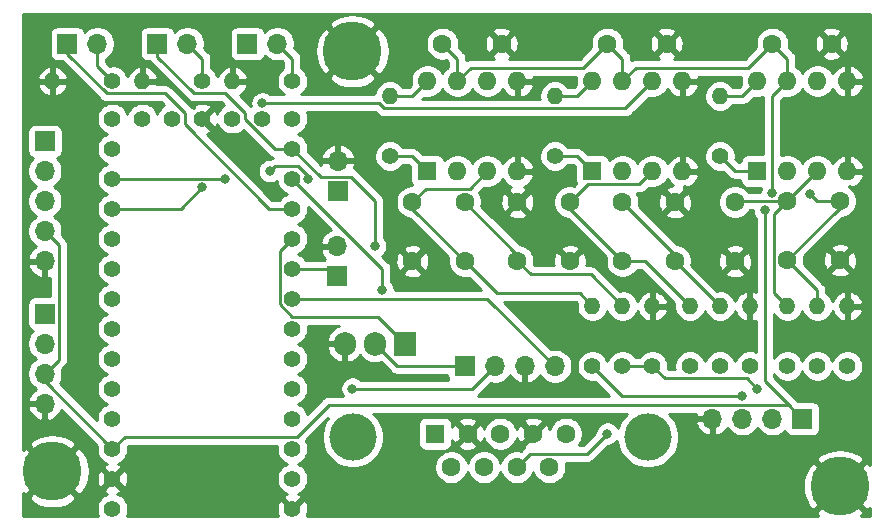
<source format=gbr>
%TF.GenerationSoftware,KiCad,Pcbnew,(5.1.9)-1*%
%TF.CreationDate,2021-04-13T08:48:54-07:00*%
%TF.ProjectId,head,68656164-2e6b-4696-9361-645f70636258,rev?*%
%TF.SameCoordinates,Original*%
%TF.FileFunction,Copper,L2,Bot*%
%TF.FilePolarity,Positive*%
%FSLAX46Y46*%
G04 Gerber Fmt 4.6, Leading zero omitted, Abs format (unit mm)*
G04 Created by KiCad (PCBNEW (5.1.9)-1) date 2021-04-13 08:48:54*
%MOMM*%
%LPD*%
G01*
G04 APERTURE LIST*
%TA.AperFunction,ComponentPad*%
%ADD10C,1.600000*%
%TD*%
%TA.AperFunction,ComponentPad*%
%ADD11O,1.400000X1.400000*%
%TD*%
%TA.AperFunction,ComponentPad*%
%ADD12C,1.400000*%
%TD*%
%TA.AperFunction,ComponentPad*%
%ADD13C,5.000000*%
%TD*%
%TA.AperFunction,ComponentPad*%
%ADD14C,1.404000*%
%TD*%
%TA.AperFunction,ComponentPad*%
%ADD15O,1.700000X1.700000*%
%TD*%
%TA.AperFunction,ComponentPad*%
%ADD16R,1.700000X1.700000*%
%TD*%
%TA.AperFunction,ComponentPad*%
%ADD17O,1.600000X1.600000*%
%TD*%
%TA.AperFunction,ComponentPad*%
%ADD18R,1.600000X1.600000*%
%TD*%
%TA.AperFunction,ComponentPad*%
%ADD19O,1.905000X2.000000*%
%TD*%
%TA.AperFunction,ComponentPad*%
%ADD20R,1.905000X2.000000*%
%TD*%
%TA.AperFunction,ComponentPad*%
%ADD21C,4.000000*%
%TD*%
%TA.AperFunction,ViaPad*%
%ADD22C,0.800000*%
%TD*%
%TA.AperFunction,Conductor*%
%ADD23C,0.250000*%
%TD*%
%TA.AperFunction,Conductor*%
%ADD24C,0.254000*%
%TD*%
%TA.AperFunction,Conductor*%
%ADD25C,0.100000*%
%TD*%
G04 APERTURE END LIST*
D10*
%TO.P,C11,2*%
%TO.N,Net-(C11-Pad2)*%
X121920000Y-142795000D03*
%TO.P,C11,1*%
%TO.N,Net-(C10-Pad2)*%
X121920000Y-137795000D03*
%TD*%
D11*
%TO.P,R5,2*%
%TO.N,Net-(C5-Pad2)*%
X107950000Y-146685000D03*
D12*
%TO.P,R5,1*%
%TO.N,LOAD_CELL-*%
X107950000Y-151765000D03*
%TD*%
D13*
%TO.P,H4,1*%
%TO.N,GND*%
X59690000Y-160655000D03*
%TD*%
%TO.P,H3,1*%
%TO.N,GND*%
X85090000Y-125095000D03*
%TD*%
D11*
%TO.P,R13,2*%
%TO.N,Net-(R13-Pad2)*%
X88265000Y-128905000D03*
D12*
%TO.P,R13,1*%
%TO.N,Net-(R13-Pad1)*%
X88265000Y-133985000D03*
%TD*%
D11*
%TO.P,R14,2*%
%TO.N,Net-(R14-Pad2)*%
X102235000Y-128905000D03*
D12*
%TO.P,R14,1*%
%TO.N,Net-(R14-Pad1)*%
X102235000Y-133985000D03*
%TD*%
D11*
%TO.P,R15,2*%
%TO.N,Net-(R15-Pad2)*%
X116205000Y-128905000D03*
D12*
%TO.P,R15,1*%
%TO.N,Net-(R15-Pad1)*%
X116205000Y-133985000D03*
%TD*%
D11*
%TO.P,R4,2*%
%TO.N,Net-(C4-Pad2)*%
X105410000Y-146685000D03*
D12*
%TO.P,R4,1*%
%TO.N,LOAD_CELL+*%
X105410000Y-151765000D03*
%TD*%
D11*
%TO.P,R8,2*%
%TO.N,Net-(C8-Pad2)*%
X116205000Y-146685000D03*
D12*
%TO.P,R8,1*%
%TO.N,BOILER_BOTTOM_TEMP-*%
X116205000Y-151765000D03*
%TD*%
D11*
%TO.P,R7,2*%
%TO.N,Net-(C7-Pad2)*%
X113665000Y-146685000D03*
D12*
%TO.P,R7,1*%
%TO.N,BOILER_BOTTOM_TEMP+*%
X113665000Y-151765000D03*
%TD*%
D11*
%TO.P,R11,2*%
%TO.N,Net-(C11-Pad2)*%
X124460000Y-146685000D03*
D12*
%TO.P,R11,1*%
%TO.N,BOILER_TOP_TEMP-*%
X124460000Y-151765000D03*
%TD*%
D11*
%TO.P,R10,2*%
%TO.N,Net-(C10-Pad2)*%
X121920000Y-146685000D03*
D12*
%TO.P,R10,1*%
%TO.N,BOILER_TOP_TEMP+*%
X121920000Y-151765000D03*
%TD*%
D11*
%TO.P,R6,2*%
%TO.N,GND*%
X110490000Y-146685000D03*
D12*
%TO.P,R6,1*%
%TO.N,LOAD_CELL-*%
X110490000Y-151765000D03*
%TD*%
D11*
%TO.P,R9,2*%
%TO.N,GND*%
X118745000Y-146685000D03*
D12*
%TO.P,R9,1*%
%TO.N,BOILER_BOTTOM_TEMP-*%
X118745000Y-151765000D03*
%TD*%
D11*
%TO.P,R12,2*%
%TO.N,GND*%
X127000000Y-146685000D03*
D12*
%TO.P,R12,1*%
%TO.N,BOILER_TOP_TEMP-*%
X127000000Y-151765000D03*
%TD*%
D14*
%TO.P,U1,13*%
%TO.N,HEATER_SSR+*%
X80010000Y-133350000D03*
%TO.P,U1,33*%
%TO.N,+5V*%
X64770000Y-163830000D03*
%TO.P,U1,32*%
%TO.N,GND*%
X64770000Y-161290000D03*
%TO.P,U1,31*%
%TO.N,+3V3*%
X64770000Y-158750000D03*
%TO.P,U1,30*%
%TO.N,Net-(U1-Pad30)*%
X64770000Y-156210000D03*
%TO.P,U1,29*%
%TO.N,Net-(U1-Pad29)*%
X64770000Y-153670000D03*
%TO.P,U1,28*%
%TO.N,Net-(U1-Pad28)*%
X64770000Y-151130000D03*
%TO.P,U1,27*%
%TO.N,Net-(U1-Pad27)*%
X64770000Y-148590000D03*
%TO.P,U1,26*%
%TO.N,DISPLAY_SCL*%
X64770000Y-146050000D03*
%TO.P,U1,25*%
%TO.N,DISPLAY_SDA*%
X64770000Y-143510000D03*
%TO.P,U1,24*%
%TO.N,Net-(U1-Pad24)*%
X64770000Y-140970000D03*
%TO.P,U1,23*%
%TO.N,SCALE_OUT*%
X64770000Y-138430000D03*
%TO.P,U1,22*%
%TO.N,BOILER_TOP_TEMP*%
X64770000Y-135890000D03*
%TO.P,U1,21*%
%TO.N,BOILER_BOTTOM_TEMP*%
X64770000Y-133350000D03*
%TO.P,U1,20*%
%TO.N,Net-(U1-Pad20)*%
X64770000Y-130810000D03*
%TO.P,U1,19*%
%TO.N,Net-(U1-Pad19)*%
X67310000Y-130810000D03*
%TO.P,U1,18*%
%TO.N,Net-(U1-Pad18)*%
X69850000Y-130810000D03*
%TO.P,U1,17*%
%TO.N,GND*%
X72390000Y-130810000D03*
%TO.P,U1,16*%
%TO.N,Net-(U1-Pad16)*%
X74930000Y-130810000D03*
%TO.P,U1,15*%
%TO.N,Net-(U1-Pad15)*%
X77470000Y-130810000D03*
%TO.P,U1,14*%
%TO.N,Net-(U1-Pad14)*%
X80010000Y-130810000D03*
%TO.P,U1,12*%
%TO.N,PUMP_SSR+*%
X80010000Y-135890000D03*
%TO.P,U1,11*%
%TO.N,TEMP_OK*%
X80010000Y-138430000D03*
%TO.P,U1,10*%
%TO.N,BREW_READY*%
X80010000Y-140970000D03*
%TO.P,U1,9*%
%TO.N,STATS_BUTTON*%
X80010000Y-143510000D03*
%TO.P,U1,8*%
%TO.N,BREW_BUTTON*%
X80010000Y-146050000D03*
%TO.P,U1,7*%
%TO.N,FLUSH_BUTTON*%
X80010000Y-148590000D03*
%TO.P,U1,6*%
%TO.N,ENCODER_CLOCK*%
X80010000Y-151130000D03*
%TO.P,U1,5*%
%TO.N,ENCODER_DATA*%
X80010000Y-153670000D03*
%TO.P,U1,4*%
%TO.N,ENCODER_BUTTON*%
X80010000Y-156210000D03*
%TO.P,U1,3*%
%TO.N,Net-(U1-Pad3)*%
X80010000Y-158750000D03*
%TO.P,U1,2*%
%TO.N,Net-(U1-Pad2)*%
X80010000Y-161290000D03*
%TO.P,U1,1*%
%TO.N,GND*%
X80010000Y-163830000D03*
%TD*%
D11*
%TO.P,R3,2*%
%TO.N,GND*%
X74930000Y-127635000D03*
D12*
%TO.P,R3,1*%
%TO.N,Net-(J10-Pad2)*%
X80010000Y-127635000D03*
%TD*%
D11*
%TO.P,R2,2*%
%TO.N,GND*%
X67310000Y-127635000D03*
D12*
%TO.P,R2,1*%
%TO.N,Net-(J9-Pad2)*%
X72390000Y-127635000D03*
%TD*%
D15*
%TO.P,J10,2*%
%TO.N,Net-(J10-Pad2)*%
X78740000Y-124460000D03*
D16*
%TO.P,J10,1*%
%TO.N,PUMP_SSR+*%
X76200000Y-124460000D03*
%TD*%
D15*
%TO.P,J9,2*%
%TO.N,Net-(J9-Pad2)*%
X71120000Y-124460000D03*
D16*
%TO.P,J9,1*%
%TO.N,HEATER_SSR+*%
X68580000Y-124460000D03*
%TD*%
D17*
%TO.P,U3,8*%
%TO.N,Net-(R13-Pad2)*%
X91440000Y-127635000D03*
%TO.P,U3,4*%
%TO.N,GND*%
X99060000Y-135255000D03*
%TO.P,U3,7*%
%TO.N,+3V3*%
X93980000Y-127635000D03*
%TO.P,U3,3*%
%TO.N,Net-(C4-Pad2)*%
X96520000Y-135255000D03*
%TO.P,U3,6*%
%TO.N,SCALE_OUT*%
X96520000Y-127635000D03*
%TO.P,U3,2*%
%TO.N,Net-(C5-Pad2)*%
X93980000Y-135255000D03*
%TO.P,U3,5*%
%TO.N,GND*%
X99060000Y-127635000D03*
D18*
%TO.P,U3,1*%
%TO.N,Net-(R13-Pad1)*%
X91440000Y-135255000D03*
%TD*%
D17*
%TO.P,U4,8*%
%TO.N,Net-(R14-Pad2)*%
X105410000Y-127635000D03*
%TO.P,U4,4*%
%TO.N,GND*%
X113030000Y-135255000D03*
%TO.P,U4,7*%
%TO.N,+3V3*%
X107950000Y-127635000D03*
%TO.P,U4,3*%
%TO.N,Net-(C7-Pad2)*%
X110490000Y-135255000D03*
%TO.P,U4,6*%
%TO.N,BOILER_BOTTOM_TEMP*%
X110490000Y-127635000D03*
%TO.P,U4,2*%
%TO.N,Net-(C8-Pad2)*%
X107950000Y-135255000D03*
%TO.P,U4,5*%
%TO.N,GND*%
X113030000Y-127635000D03*
D18*
%TO.P,U4,1*%
%TO.N,Net-(R14-Pad1)*%
X105410000Y-135255000D03*
%TD*%
D17*
%TO.P,U5,8*%
%TO.N,Net-(R15-Pad2)*%
X119380000Y-127635000D03*
%TO.P,U5,4*%
%TO.N,GND*%
X127000000Y-135255000D03*
%TO.P,U5,7*%
%TO.N,+3V3*%
X121920000Y-127635000D03*
%TO.P,U5,3*%
%TO.N,Net-(C10-Pad2)*%
X124460000Y-135255000D03*
%TO.P,U5,6*%
%TO.N,BOILER_TOP_TEMP*%
X124460000Y-127635000D03*
%TO.P,U5,2*%
%TO.N,Net-(C11-Pad2)*%
X121920000Y-135255000D03*
%TO.P,U5,5*%
%TO.N,GND*%
X127000000Y-127635000D03*
D18*
%TO.P,U5,1*%
%TO.N,Net-(R15-Pad1)*%
X119380000Y-135255000D03*
%TD*%
D11*
%TO.P,R1,2*%
%TO.N,GND*%
X59690000Y-127635000D03*
D12*
%TO.P,R1,1*%
%TO.N,Net-(J5-Pad2)*%
X64770000Y-127635000D03*
%TD*%
D19*
%TO.P,Q1,3*%
%TO.N,GND*%
X84455000Y-149860000D03*
%TO.P,Q1,2*%
%TO.N,Net-(J4-Pad1)*%
X86995000Y-149860000D03*
D20*
%TO.P,Q1,1*%
%TO.N,BREW_READY*%
X89535000Y-149860000D03*
%TD*%
D15*
%TO.P,J8,5*%
%TO.N,GND*%
X59055000Y-142875000D03*
%TO.P,J8,4*%
%TO.N,+3V3*%
X59055000Y-140335000D03*
%TO.P,J8,3*%
%TO.N,ENCODER_BUTTON*%
X59055000Y-137795000D03*
%TO.P,J8,2*%
%TO.N,ENCODER_DATA*%
X59055000Y-135255000D03*
D16*
%TO.P,J8,1*%
%TO.N,ENCODER_CLOCK*%
X59055000Y-132715000D03*
%TD*%
D15*
%TO.P,J7,4*%
%TO.N,GND*%
X115570000Y-156210000D03*
%TO.P,J7,3*%
%TO.N,LOAD_CELL+*%
X118110000Y-156210000D03*
%TO.P,J7,2*%
%TO.N,LOAD_CELL-*%
X120650000Y-156210000D03*
D16*
%TO.P,J7,1*%
%TO.N,+3V3*%
X123190000Y-156210000D03*
%TD*%
D15*
%TO.P,J6,4*%
%TO.N,GND*%
X59055000Y-154940000D03*
%TO.P,J6,3*%
%TO.N,+3V3*%
X59055000Y-152400000D03*
%TO.P,J6,2*%
%TO.N,DISPLAY_SCL*%
X59055000Y-149860000D03*
D16*
%TO.P,J6,1*%
%TO.N,DISPLAY_SDA*%
X59055000Y-147320000D03*
%TD*%
D15*
%TO.P,J5,2*%
%TO.N,Net-(J5-Pad2)*%
X63500000Y-124460000D03*
D16*
%TO.P,J5,1*%
%TO.N,TEMP_OK*%
X60960000Y-124460000D03*
%TD*%
D15*
%TO.P,J4,4*%
%TO.N,BREW_BUTTON*%
X102235000Y-151765000D03*
%TO.P,J4,3*%
%TO.N,GND*%
X99695000Y-151765000D03*
%TO.P,J4,2*%
%TO.N,+5V*%
X97155000Y-151765000D03*
D16*
%TO.P,J4,1*%
%TO.N,Net-(J4-Pad1)*%
X94615000Y-151765000D03*
%TD*%
D15*
%TO.P,J3,2*%
%TO.N,GND*%
X83865000Y-134365000D03*
D16*
%TO.P,J3,1*%
%TO.N,FLUSH_BUTTON*%
X83865000Y-136905000D03*
%TD*%
D15*
%TO.P,J2,2*%
%TO.N,GND*%
X83820000Y-141605000D03*
D16*
%TO.P,J2,1*%
%TO.N,STATS_BUTTON*%
X83820000Y-144145000D03*
%TD*%
D21*
%TO.P,J1,0*%
%TO.N,N/C*%
X110115000Y-157780000D03*
X85115000Y-157780000D03*
D10*
%TO.P,J1,9*%
%TO.N,Net-(J1-Pad9)*%
X101770000Y-160320000D03*
%TO.P,J1,8*%
%TO.N,BOILER_BOTTOM_TEMP-*%
X99000000Y-160320000D03*
%TO.P,J1,7*%
%TO.N,BOILER_BOTTOM_TEMP+*%
X96230000Y-160320000D03*
%TO.P,J1,6*%
%TO.N,BOILER_TOP_TEMP-*%
X93460000Y-160320000D03*
%TO.P,J1,5*%
%TO.N,BOILER_TOP_TEMP+*%
X103155000Y-157480000D03*
%TO.P,J1,4*%
%TO.N,GND*%
X100385000Y-157480000D03*
%TO.P,J1,3*%
%TO.N,PUMP_SSR+*%
X97615000Y-157480000D03*
%TO.P,J1,2*%
%TO.N,GND*%
X94845000Y-157480000D03*
D18*
%TO.P,J1,1*%
%TO.N,HEATER_SSR+*%
X92075000Y-157480000D03*
%TD*%
D13*
%TO.P,H2,1*%
%TO.N,GND*%
X126365000Y-161925000D03*
%TD*%
D10*
%TO.P,C13,2*%
%TO.N,GND*%
X97710000Y-124460000D03*
%TO.P,C13,1*%
%TO.N,+3V3*%
X92710000Y-124460000D03*
%TD*%
%TO.P,C14,2*%
%TO.N,GND*%
X111680000Y-124460000D03*
%TO.P,C14,1*%
%TO.N,+3V3*%
X106680000Y-124460000D03*
%TD*%
%TO.P,C15,2*%
%TO.N,GND*%
X125650000Y-124460000D03*
%TO.P,C15,1*%
%TO.N,+3V3*%
X120650000Y-124460000D03*
%TD*%
%TO.P,C6,2*%
%TO.N,GND*%
X99060000Y-137875000D03*
%TO.P,C6,1*%
%TO.N,Net-(C5-Pad2)*%
X99060000Y-142875000D03*
%TD*%
%TO.P,C5,2*%
%TO.N,Net-(C5-Pad2)*%
X94615000Y-137875000D03*
%TO.P,C5,1*%
%TO.N,Net-(C4-Pad2)*%
X94615000Y-142875000D03*
%TD*%
%TO.P,C4,2*%
%TO.N,Net-(C4-Pad2)*%
X90170000Y-137875000D03*
%TO.P,C4,1*%
%TO.N,GND*%
X90170000Y-142875000D03*
%TD*%
%TO.P,C9,2*%
%TO.N,GND*%
X112395000Y-137875000D03*
%TO.P,C9,1*%
%TO.N,Net-(C8-Pad2)*%
X112395000Y-142875000D03*
%TD*%
%TO.P,C8,2*%
%TO.N,Net-(C8-Pad2)*%
X107950000Y-137875000D03*
%TO.P,C8,1*%
%TO.N,Net-(C7-Pad2)*%
X107950000Y-142875000D03*
%TD*%
%TO.P,C7,2*%
%TO.N,Net-(C7-Pad2)*%
X103505000Y-137875000D03*
%TO.P,C7,1*%
%TO.N,GND*%
X103505000Y-142875000D03*
%TD*%
%TO.P,C12,2*%
%TO.N,GND*%
X126365000Y-142795000D03*
%TO.P,C12,1*%
%TO.N,Net-(C11-Pad2)*%
X126365000Y-137795000D03*
%TD*%
%TO.P,C10,2*%
%TO.N,Net-(C10-Pad2)*%
X117475000Y-137875000D03*
%TO.P,C10,1*%
%TO.N,GND*%
X117475000Y-142875000D03*
%TD*%
D22*
%TO.N,GND*%
X81915000Y-149860000D03*
%TO.N,+3V3*%
X120015000Y-138520000D03*
X120650000Y-137070000D03*
%TO.N,+5V*%
X85090000Y-153670000D03*
%TO.N,Net-(C11-Pad2)*%
X123825000Y-137160000D03*
%TO.N,BOILER_BOTTOM_TEMP-*%
X106680000Y-157480000D03*
%TO.N,PUMP_SSR+*%
X87630000Y-145325000D03*
%TO.N,HEATER_SSR+*%
X86995000Y-141605000D03*
%TO.N,LOAD_CELL+*%
X118110000Y-154305000D03*
%TO.N,LOAD_CELL-*%
X119380000Y-153670000D03*
%TO.N,SCALE_OUT*%
X72390000Y-136615000D03*
X78105000Y-135255000D03*
X81312003Y-135890000D03*
%TO.N,BOILER_TOP_TEMP*%
X74295000Y-135890000D03*
%TO.N,BOILER_BOTTOM_TEMP*%
X77470000Y-129507997D03*
%TD*%
D23*
%TO.N,GND*%
X81915000Y-149860000D02*
X84455000Y-149860000D01*
%TO.N,STATS_BUTTON*%
X83185000Y-143510000D02*
X83820000Y-144145000D01*
X80010000Y-143510000D02*
X83185000Y-143510000D01*
%TO.N,BREW_BUTTON*%
X96520000Y-146050000D02*
X80010000Y-146050000D01*
X102235000Y-151765000D02*
X96520000Y-146050000D01*
%TO.N,Net-(J5-Pad2)*%
X63500000Y-126365000D02*
X64770000Y-127635000D01*
X63500000Y-124460000D02*
X63500000Y-126365000D01*
%TO.N,TEMP_OK*%
X69219963Y-128660001D02*
X64277999Y-128660001D01*
X60960000Y-125342002D02*
X60960000Y-124460000D01*
X70877001Y-131302961D02*
X70877001Y-130317039D01*
X64277999Y-128660001D02*
X60960000Y-125342002D01*
X70877001Y-130317039D02*
X69219963Y-128660001D01*
X78004040Y-138430000D02*
X70877001Y-131302961D01*
X80010000Y-138430000D02*
X78004040Y-138430000D01*
%TO.N,+3V3*%
X59055000Y-153035000D02*
X59055000Y-152400000D01*
X64770000Y-158750000D02*
X59055000Y-153035000D01*
X60230001Y-151224999D02*
X60230001Y-141510001D01*
X60230001Y-141510001D02*
X59055000Y-140335000D01*
X59055000Y-152400000D02*
X60230001Y-151224999D01*
X122014999Y-155034999D02*
X83090001Y-155034999D01*
X123190000Y-156210000D02*
X122014999Y-155034999D01*
X65797001Y-157722999D02*
X64770000Y-158750000D01*
X80402001Y-157722999D02*
X65797001Y-157722999D01*
X83090001Y-155034999D02*
X80402001Y-157722999D01*
X121920000Y-125730000D02*
X120650000Y-124460000D01*
X121920000Y-127635000D02*
X121920000Y-125730000D01*
X109075001Y-126509999D02*
X107950000Y-127635000D01*
X118600001Y-126509999D02*
X109075001Y-126509999D01*
X120650000Y-124460000D02*
X118600001Y-126509999D01*
X107950000Y-125730000D02*
X106680000Y-124460000D01*
X107950000Y-127635000D02*
X107950000Y-125730000D01*
X95105001Y-126509999D02*
X93980000Y-127635000D01*
X104630001Y-126509999D02*
X95105001Y-126509999D01*
X106680000Y-124460000D02*
X104630001Y-126509999D01*
X93980000Y-125730000D02*
X92710000Y-124460000D01*
X93980000Y-127635000D02*
X93980000Y-125730000D01*
X120015000Y-153035000D02*
X120015000Y-138520000D01*
X122014999Y-155034999D02*
X120015000Y-153035000D01*
X120650000Y-128905000D02*
X121920000Y-127635000D01*
X120650000Y-137070000D02*
X120650000Y-128905000D01*
%TO.N,+5V*%
X95250000Y-153670000D02*
X97155000Y-151765000D01*
X85090000Y-153670000D02*
X95250000Y-153670000D01*
%TO.N,Net-(C4-Pad2)*%
X97339990Y-145599990D02*
X94615000Y-142875000D01*
X104324990Y-145599990D02*
X97339990Y-145599990D01*
X105410000Y-146685000D02*
X104324990Y-145599990D01*
X90170000Y-138430000D02*
X90170000Y-137875000D01*
X94615000Y-142875000D02*
X90170000Y-138430000D01*
X95025001Y-136749999D02*
X96520000Y-135255000D01*
X91295001Y-136749999D02*
X95025001Y-136749999D01*
X90170000Y-137875000D02*
X91295001Y-136749999D01*
%TO.N,Net-(C5-Pad2)*%
X100185001Y-144000001D02*
X99060000Y-142875000D01*
X105265001Y-144000001D02*
X100185001Y-144000001D01*
X107950000Y-146685000D02*
X105265001Y-144000001D01*
X99060000Y-142320000D02*
X99060000Y-142875000D01*
X94615000Y-137875000D02*
X99060000Y-142320000D01*
%TO.N,Net-(C7-Pad2)*%
X109855000Y-142875000D02*
X107950000Y-142875000D01*
X113665000Y-146685000D02*
X109855000Y-142875000D01*
X103505000Y-138430000D02*
X103505000Y-137875000D01*
X107950000Y-142875000D02*
X103505000Y-138430000D01*
X109364999Y-136380001D02*
X110490000Y-135255000D01*
X104999999Y-136380001D02*
X109364999Y-136380001D01*
X103505000Y-137875000D02*
X104999999Y-136380001D01*
%TO.N,Net-(C8-Pad2)*%
X116205000Y-146685000D02*
X112395000Y-142875000D01*
X112395000Y-142320000D02*
X112395000Y-142875000D01*
X107950000Y-137875000D02*
X112395000Y-142320000D01*
%TO.N,Net-(C10-Pad2)*%
X120794999Y-138920001D02*
X121920000Y-137795000D01*
X120794999Y-145559999D02*
X120794999Y-138920001D01*
X121920000Y-146685000D02*
X120794999Y-145559999D01*
X117555000Y-137795000D02*
X117475000Y-137875000D01*
X121920000Y-137795000D02*
X117555000Y-137795000D01*
X121920000Y-137795000D02*
X124460000Y-135255000D01*
%TO.N,Net-(C11-Pad2)*%
X124460000Y-145335000D02*
X121920000Y-142795000D01*
X124460000Y-146685000D02*
X124460000Y-145335000D01*
X126365000Y-138350000D02*
X126365000Y-137795000D01*
X121920000Y-142795000D02*
X126365000Y-138350000D01*
X124460000Y-137795000D02*
X123825000Y-137160000D01*
X126365000Y-137795000D02*
X124460000Y-137795000D01*
%TO.N,BOILER_BOTTOM_TEMP-*%
X104965001Y-159194999D02*
X106680000Y-157480000D01*
X100125001Y-159194999D02*
X104965001Y-159194999D01*
X99000000Y-160320000D02*
X100125001Y-159194999D01*
%TO.N,PUMP_SSR+*%
X87630000Y-143510000D02*
X87630000Y-145325000D01*
X80010000Y-135890000D02*
X87630000Y-143510000D01*
%TO.N,HEATER_SSR+*%
X68580000Y-125560000D02*
X68580000Y-124460000D01*
X71680001Y-128660001D02*
X68580000Y-125560000D01*
X74299963Y-128660001D02*
X71680001Y-128660001D01*
X75957001Y-130317039D02*
X74299963Y-128660001D01*
X75957001Y-130816963D02*
X75957001Y-130317039D01*
X78490038Y-133350000D02*
X75957001Y-130816963D01*
X80010000Y-133350000D02*
X78490038Y-133350000D01*
X86995000Y-137749998D02*
X86995000Y-141605000D01*
X84975001Y-135729999D02*
X86995000Y-137749998D01*
X82389999Y-135729999D02*
X84975001Y-135729999D01*
X80010000Y-133350000D02*
X82389999Y-135729999D01*
%TO.N,LOAD_CELL+*%
X107950000Y-154305000D02*
X118110000Y-154305000D01*
X105410000Y-151765000D02*
X107950000Y-154305000D01*
%TO.N,LOAD_CELL-*%
X107950000Y-151765000D02*
X110490000Y-151765000D01*
X118500001Y-152790001D02*
X119380000Y-153670000D01*
X111515001Y-152790001D02*
X118500001Y-152790001D01*
X110490000Y-151765000D02*
X111515001Y-152790001D01*
%TO.N,BREW_READY*%
X87237999Y-147562999D02*
X89535000Y-149860000D01*
X80003037Y-147562999D02*
X87237999Y-147562999D01*
X78982999Y-146542961D02*
X80003037Y-147562999D01*
X78982999Y-141997001D02*
X78982999Y-146542961D01*
X80010000Y-140970000D02*
X78982999Y-141997001D01*
%TO.N,Net-(R13-Pad2)*%
X90170000Y-128905000D02*
X91440000Y-127635000D01*
X88265000Y-128905000D02*
X90170000Y-128905000D01*
%TO.N,Net-(R13-Pad1)*%
X90170000Y-133985000D02*
X91440000Y-135255000D01*
X88265000Y-133985000D02*
X90170000Y-133985000D01*
%TO.N,SCALE_OUT*%
X70575000Y-138430000D02*
X72390000Y-136615000D01*
X64770000Y-138430000D02*
X70575000Y-138430000D01*
X81312003Y-135672041D02*
X81312003Y-135890000D01*
X80494963Y-134855001D02*
X81312003Y-135672041D01*
X78504999Y-134855001D02*
X80494963Y-134855001D01*
X78105000Y-135255000D02*
X78504999Y-134855001D01*
%TO.N,BOILER_TOP_TEMP*%
X64770000Y-135890000D02*
X74295000Y-135890000D01*
%TO.N,BOILER_BOTTOM_TEMP*%
X108194999Y-129930001D02*
X110490000Y-127635000D01*
X87772999Y-129930001D02*
X108194999Y-129930001D01*
X87350995Y-129507997D02*
X87772999Y-129930001D01*
X77470000Y-129507997D02*
X87350995Y-129507997D01*
%TO.N,Net-(J9-Pad2)*%
X72390000Y-125730000D02*
X71120000Y-124460000D01*
X72390000Y-127635000D02*
X72390000Y-125730000D01*
%TO.N,Net-(J10-Pad2)*%
X80010000Y-125730000D02*
X78740000Y-124460000D01*
X80010000Y-127635000D02*
X80010000Y-125730000D01*
%TO.N,Net-(R14-Pad2)*%
X104140000Y-128905000D02*
X105410000Y-127635000D01*
X102235000Y-128905000D02*
X104140000Y-128905000D01*
%TO.N,Net-(R14-Pad1)*%
X104140000Y-133985000D02*
X105410000Y-135255000D01*
X102235000Y-133985000D02*
X104140000Y-133985000D01*
%TO.N,Net-(R15-Pad2)*%
X118110000Y-128905000D02*
X119380000Y-127635000D01*
X116205000Y-128905000D02*
X118110000Y-128905000D01*
%TO.N,Net-(R15-Pad1)*%
X117475000Y-135255000D02*
X116205000Y-133985000D01*
X119380000Y-135255000D02*
X117475000Y-135255000D01*
%TO.N,Net-(J4-Pad1)*%
X88900000Y-151765000D02*
X94615000Y-151765000D01*
X86995000Y-149860000D02*
X88900000Y-151765000D01*
%TD*%
D24*
%TO.N,GND*%
X84472169Y-122006010D02*
X83881408Y-122185897D01*
X83342627Y-122473882D01*
X83066457Y-122891852D01*
X85090000Y-124915395D01*
X87113543Y-122891852D01*
X86837373Y-122473882D01*
X86292443Y-122183351D01*
X85701304Y-122004713D01*
X85088396Y-121945000D01*
X128880001Y-121945000D01*
X128880000Y-160107511D01*
X128568148Y-159901457D01*
X126544605Y-161925000D01*
X128568148Y-163948543D01*
X128880000Y-163742490D01*
X128880000Y-164440000D01*
X128182490Y-164440000D01*
X128388543Y-164128148D01*
X126365000Y-162104605D01*
X124341457Y-164128148D01*
X124547510Y-164440000D01*
X81200816Y-164440000D01*
X81277769Y-164274603D01*
X81340147Y-164018731D01*
X81351408Y-163755605D01*
X81311120Y-163495339D01*
X81220831Y-163247933D01*
X81166671Y-163146610D01*
X80932698Y-163086907D01*
X80189605Y-163830000D01*
X80203748Y-163844143D01*
X80024143Y-164023748D01*
X80010000Y-164009605D01*
X79995858Y-164023748D01*
X79816253Y-163844143D01*
X79830395Y-163830000D01*
X79087302Y-163086907D01*
X78853329Y-163146610D01*
X78742231Y-163385397D01*
X78679853Y-163641269D01*
X78668592Y-163904395D01*
X78708880Y-164164661D01*
X78799169Y-164412067D01*
X78814100Y-164440000D01*
X65964488Y-164440000D01*
X66055620Y-164219988D01*
X66107000Y-163961683D01*
X66107000Y-163698317D01*
X66055620Y-163440012D01*
X65954834Y-163196693D01*
X65808516Y-162977712D01*
X65622288Y-162791484D01*
X65403307Y-162645166D01*
X65194062Y-162558494D01*
X65352067Y-162500831D01*
X65453390Y-162446671D01*
X65513093Y-162212698D01*
X64770000Y-161469605D01*
X64026907Y-162212698D01*
X64086610Y-162446671D01*
X64325397Y-162557769D01*
X64339429Y-162561190D01*
X64136693Y-162645166D01*
X63917712Y-162791484D01*
X63731484Y-162977712D01*
X63585166Y-163196693D01*
X63484380Y-163440012D01*
X63433000Y-163698317D01*
X63433000Y-163961683D01*
X63484380Y-164219988D01*
X63575512Y-164440000D01*
X57175000Y-164440000D01*
X57175000Y-162858148D01*
X57666457Y-162858148D01*
X57942627Y-163276118D01*
X58487557Y-163566649D01*
X59078696Y-163745287D01*
X59693328Y-163805168D01*
X60307831Y-163743990D01*
X60898592Y-163564103D01*
X61437373Y-163276118D01*
X61713543Y-162858148D01*
X59690000Y-160834605D01*
X57666457Y-162858148D01*
X57175000Y-162858148D01*
X57175000Y-162472490D01*
X57486852Y-162678543D01*
X59510395Y-160655000D01*
X59869605Y-160655000D01*
X61893148Y-162678543D01*
X62311118Y-162402373D01*
X62601649Y-161857443D01*
X62750644Y-161364395D01*
X63428592Y-161364395D01*
X63468880Y-161624661D01*
X63559169Y-161872067D01*
X63613329Y-161973390D01*
X63847302Y-162033093D01*
X64590395Y-161290000D01*
X64949605Y-161290000D01*
X65692698Y-162033093D01*
X65926671Y-161973390D01*
X66037769Y-161734603D01*
X66100147Y-161478731D01*
X66111408Y-161215605D01*
X66071120Y-160955339D01*
X65980831Y-160707933D01*
X65926671Y-160606610D01*
X65692698Y-160546907D01*
X64949605Y-161290000D01*
X64590395Y-161290000D01*
X63847302Y-160546907D01*
X63613329Y-160606610D01*
X63502231Y-160845397D01*
X63439853Y-161101269D01*
X63428592Y-161364395D01*
X62750644Y-161364395D01*
X62780287Y-161266304D01*
X62840168Y-160651672D01*
X62778990Y-160037169D01*
X62599103Y-159446408D01*
X62311118Y-158907627D01*
X61893148Y-158631457D01*
X59869605Y-160655000D01*
X59510395Y-160655000D01*
X57486852Y-158631457D01*
X57175000Y-158837510D01*
X57175000Y-158451852D01*
X57666457Y-158451852D01*
X59690000Y-160475395D01*
X61713543Y-158451852D01*
X61437373Y-158033882D01*
X60892443Y-157743351D01*
X60301304Y-157564713D01*
X59686672Y-157504832D01*
X59072169Y-157566010D01*
X58481408Y-157745897D01*
X57942627Y-158033882D01*
X57666457Y-158451852D01*
X57175000Y-158451852D01*
X57175000Y-155296890D01*
X57613524Y-155296890D01*
X57658175Y-155444099D01*
X57783359Y-155706920D01*
X57957412Y-155940269D01*
X58173645Y-156135178D01*
X58423748Y-156284157D01*
X58698109Y-156381481D01*
X58928000Y-156260814D01*
X58928000Y-155067000D01*
X57734845Y-155067000D01*
X57613524Y-155296890D01*
X57175000Y-155296890D01*
X57175000Y-143231890D01*
X57613524Y-143231890D01*
X57658175Y-143379099D01*
X57783359Y-143641920D01*
X57957412Y-143875269D01*
X58173645Y-144070178D01*
X58423748Y-144219157D01*
X58698109Y-144316481D01*
X58928000Y-144195814D01*
X58928000Y-143002000D01*
X57734845Y-143002000D01*
X57613524Y-143231890D01*
X57175000Y-143231890D01*
X57175000Y-131865000D01*
X57566928Y-131865000D01*
X57566928Y-133565000D01*
X57579188Y-133689482D01*
X57615498Y-133809180D01*
X57674463Y-133919494D01*
X57753815Y-134016185D01*
X57850506Y-134095537D01*
X57960820Y-134154502D01*
X58033380Y-134176513D01*
X57901525Y-134308368D01*
X57739010Y-134551589D01*
X57627068Y-134821842D01*
X57570000Y-135108740D01*
X57570000Y-135401260D01*
X57627068Y-135688158D01*
X57739010Y-135958411D01*
X57901525Y-136201632D01*
X58108368Y-136408475D01*
X58282760Y-136525000D01*
X58108368Y-136641525D01*
X57901525Y-136848368D01*
X57739010Y-137091589D01*
X57627068Y-137361842D01*
X57570000Y-137648740D01*
X57570000Y-137941260D01*
X57627068Y-138228158D01*
X57739010Y-138498411D01*
X57901525Y-138741632D01*
X58108368Y-138948475D01*
X58282760Y-139065000D01*
X58108368Y-139181525D01*
X57901525Y-139388368D01*
X57739010Y-139631589D01*
X57627068Y-139901842D01*
X57570000Y-140188740D01*
X57570000Y-140481260D01*
X57627068Y-140768158D01*
X57739010Y-141038411D01*
X57901525Y-141281632D01*
X58108368Y-141488475D01*
X58290534Y-141610195D01*
X58173645Y-141679822D01*
X57957412Y-141874731D01*
X57783359Y-142108080D01*
X57658175Y-142370901D01*
X57613524Y-142518110D01*
X57734845Y-142748000D01*
X58928000Y-142748000D01*
X58928000Y-142728000D01*
X59182000Y-142728000D01*
X59182000Y-142748000D01*
X59202000Y-142748000D01*
X59202000Y-143002000D01*
X59182000Y-143002000D01*
X59182000Y-144195814D01*
X59411891Y-144316481D01*
X59470002Y-144295867D01*
X59470002Y-145831928D01*
X58205000Y-145831928D01*
X58080518Y-145844188D01*
X57960820Y-145880498D01*
X57850506Y-145939463D01*
X57753815Y-146018815D01*
X57674463Y-146115506D01*
X57615498Y-146225820D01*
X57579188Y-146345518D01*
X57566928Y-146470000D01*
X57566928Y-148170000D01*
X57579188Y-148294482D01*
X57615498Y-148414180D01*
X57674463Y-148524494D01*
X57753815Y-148621185D01*
X57850506Y-148700537D01*
X57960820Y-148759502D01*
X58033380Y-148781513D01*
X57901525Y-148913368D01*
X57739010Y-149156589D01*
X57627068Y-149426842D01*
X57570000Y-149713740D01*
X57570000Y-150006260D01*
X57627068Y-150293158D01*
X57739010Y-150563411D01*
X57901525Y-150806632D01*
X58108368Y-151013475D01*
X58282760Y-151130000D01*
X58108368Y-151246525D01*
X57901525Y-151453368D01*
X57739010Y-151696589D01*
X57627068Y-151966842D01*
X57570000Y-152253740D01*
X57570000Y-152546260D01*
X57627068Y-152833158D01*
X57739010Y-153103411D01*
X57901525Y-153346632D01*
X58108368Y-153553475D01*
X58290534Y-153675195D01*
X58173645Y-153744822D01*
X57957412Y-153939731D01*
X57783359Y-154173080D01*
X57658175Y-154435901D01*
X57613524Y-154583110D01*
X57734845Y-154813000D01*
X58928000Y-154813000D01*
X58928000Y-154793000D01*
X59182000Y-154793000D01*
X59182000Y-154813000D01*
X59202000Y-154813000D01*
X59202000Y-155067000D01*
X59182000Y-155067000D01*
X59182000Y-156260814D01*
X59411891Y-156381481D01*
X59686252Y-156284157D01*
X59936355Y-156135178D01*
X60152588Y-155940269D01*
X60326641Y-155706920D01*
X60431651Y-155486453D01*
X63454654Y-158509456D01*
X63433000Y-158618317D01*
X63433000Y-158881683D01*
X63484380Y-159139988D01*
X63585166Y-159383307D01*
X63731484Y-159602288D01*
X63917712Y-159788516D01*
X64136693Y-159934834D01*
X64345938Y-160021506D01*
X64187933Y-160079169D01*
X64086610Y-160133329D01*
X64026907Y-160367302D01*
X64770000Y-161110395D01*
X65513093Y-160367302D01*
X65453390Y-160133329D01*
X65214603Y-160022231D01*
X65200571Y-160018810D01*
X65403307Y-159934834D01*
X65622288Y-159788516D01*
X65808516Y-159602288D01*
X65954834Y-159383307D01*
X66055620Y-159139988D01*
X66107000Y-158881683D01*
X66107000Y-158618317D01*
X66085346Y-158509456D01*
X66111803Y-158482999D01*
X78699916Y-158482999D01*
X78673000Y-158618317D01*
X78673000Y-158881683D01*
X78724380Y-159139988D01*
X78825166Y-159383307D01*
X78971484Y-159602288D01*
X79157712Y-159788516D01*
X79376693Y-159934834D01*
X79582302Y-160020000D01*
X79376693Y-160105166D01*
X79157712Y-160251484D01*
X78971484Y-160437712D01*
X78825166Y-160656693D01*
X78724380Y-160900012D01*
X78673000Y-161158317D01*
X78673000Y-161421683D01*
X78724380Y-161679988D01*
X78825166Y-161923307D01*
X78971484Y-162142288D01*
X79157712Y-162328516D01*
X79376693Y-162474834D01*
X79585938Y-162561506D01*
X79427933Y-162619169D01*
X79326610Y-162673329D01*
X79266907Y-162907302D01*
X80010000Y-163650395D01*
X80753093Y-162907302D01*
X80693390Y-162673329D01*
X80454603Y-162562231D01*
X80440571Y-162558810D01*
X80643307Y-162474834D01*
X80862288Y-162328516D01*
X81048516Y-162142288D01*
X81191479Y-161928328D01*
X123214832Y-161928328D01*
X123276010Y-162542831D01*
X123455897Y-163133592D01*
X123743882Y-163672373D01*
X124161852Y-163948543D01*
X126185395Y-161925000D01*
X124161852Y-159901457D01*
X123743882Y-160177627D01*
X123453351Y-160722557D01*
X123274713Y-161313696D01*
X123214832Y-161928328D01*
X81191479Y-161928328D01*
X81194834Y-161923307D01*
X81295620Y-161679988D01*
X81347000Y-161421683D01*
X81347000Y-161158317D01*
X81295620Y-160900012D01*
X81194834Y-160656693D01*
X81048516Y-160437712D01*
X80862288Y-160251484D01*
X80643307Y-160105166D01*
X80437698Y-160020000D01*
X80643307Y-159934834D01*
X80862288Y-159788516D01*
X81048516Y-159602288D01*
X81194834Y-159383307D01*
X81295620Y-159139988D01*
X81347000Y-158881683D01*
X81347000Y-158618317D01*
X81295620Y-158360012D01*
X81194834Y-158116693D01*
X81150083Y-158049718D01*
X83005325Y-156194477D01*
X82779893Y-156531859D01*
X82581261Y-157011399D01*
X82480000Y-157520475D01*
X82480000Y-158039525D01*
X82581261Y-158548601D01*
X82779893Y-159028141D01*
X83068262Y-159459715D01*
X83435285Y-159826738D01*
X83866859Y-160115107D01*
X84346399Y-160313739D01*
X84855475Y-160415000D01*
X85374525Y-160415000D01*
X85883601Y-160313739D01*
X86363141Y-160115107D01*
X86794715Y-159826738D01*
X87161738Y-159459715D01*
X87450107Y-159028141D01*
X87648739Y-158548601D01*
X87750000Y-158039525D01*
X87750000Y-157520475D01*
X87648739Y-157011399D01*
X87511470Y-156680000D01*
X90636928Y-156680000D01*
X90636928Y-158280000D01*
X90649188Y-158404482D01*
X90685498Y-158524180D01*
X90744463Y-158634494D01*
X90823815Y-158731185D01*
X90920506Y-158810537D01*
X91030820Y-158869502D01*
X91150518Y-158905812D01*
X91275000Y-158918072D01*
X92875000Y-158918072D01*
X92999482Y-158905812D01*
X93119180Y-158869502D01*
X93229494Y-158810537D01*
X93326185Y-158731185D01*
X93405537Y-158634494D01*
X93464502Y-158524180D01*
X93480117Y-158472702D01*
X94031903Y-158472702D01*
X94103486Y-158716671D01*
X94358996Y-158837571D01*
X94633184Y-158906300D01*
X94915512Y-158920217D01*
X95195130Y-158878787D01*
X95461292Y-158783603D01*
X95586514Y-158716671D01*
X95658097Y-158472702D01*
X94845000Y-157659605D01*
X94031903Y-158472702D01*
X93480117Y-158472702D01*
X93500812Y-158404482D01*
X93513072Y-158280000D01*
X93513072Y-158017087D01*
X93541397Y-158096292D01*
X93608329Y-158221514D01*
X93852298Y-158293097D01*
X94665395Y-157480000D01*
X95024605Y-157480000D01*
X95837702Y-158293097D01*
X96081671Y-158221514D01*
X96202571Y-157966004D01*
X96228212Y-157863711D01*
X96235147Y-157898574D01*
X96343320Y-158159727D01*
X96500363Y-158394759D01*
X96700241Y-158594637D01*
X96935273Y-158751680D01*
X97196426Y-158859853D01*
X97473665Y-158915000D01*
X97756335Y-158915000D01*
X98033574Y-158859853D01*
X98294727Y-158751680D01*
X98529759Y-158594637D01*
X98729637Y-158394759D01*
X98886680Y-158159727D01*
X98994853Y-157898574D01*
X99000513Y-157870118D01*
X99081397Y-158096292D01*
X99148329Y-158221514D01*
X99392298Y-158293097D01*
X100205395Y-157480000D01*
X99392298Y-156666903D01*
X99148329Y-156738486D01*
X99027429Y-156993996D01*
X99001788Y-157096289D01*
X98994853Y-157061426D01*
X98886680Y-156800273D01*
X98729637Y-156565241D01*
X98651694Y-156487298D01*
X99571903Y-156487298D01*
X100385000Y-157300395D01*
X101198097Y-156487298D01*
X101126514Y-156243329D01*
X100871004Y-156122429D01*
X100596816Y-156053700D01*
X100314488Y-156039783D01*
X100034870Y-156081213D01*
X99768708Y-156176397D01*
X99643486Y-156243329D01*
X99571903Y-156487298D01*
X98651694Y-156487298D01*
X98529759Y-156365363D01*
X98294727Y-156208320D01*
X98033574Y-156100147D01*
X97756335Y-156045000D01*
X97473665Y-156045000D01*
X97196426Y-156100147D01*
X96935273Y-156208320D01*
X96700241Y-156365363D01*
X96500363Y-156565241D01*
X96343320Y-156800273D01*
X96235147Y-157061426D01*
X96229487Y-157089882D01*
X96148603Y-156863708D01*
X96081671Y-156738486D01*
X95837702Y-156666903D01*
X95024605Y-157480000D01*
X94665395Y-157480000D01*
X93852298Y-156666903D01*
X93608329Y-156738486D01*
X93513072Y-156939802D01*
X93513072Y-156680000D01*
X93500812Y-156555518D01*
X93480118Y-156487298D01*
X94031903Y-156487298D01*
X94845000Y-157300395D01*
X95658097Y-156487298D01*
X95586514Y-156243329D01*
X95331004Y-156122429D01*
X95056816Y-156053700D01*
X94774488Y-156039783D01*
X94494870Y-156081213D01*
X94228708Y-156176397D01*
X94103486Y-156243329D01*
X94031903Y-156487298D01*
X93480118Y-156487298D01*
X93464502Y-156435820D01*
X93405537Y-156325506D01*
X93326185Y-156228815D01*
X93229494Y-156149463D01*
X93119180Y-156090498D01*
X92999482Y-156054188D01*
X92875000Y-156041928D01*
X91275000Y-156041928D01*
X91150518Y-156054188D01*
X91030820Y-156090498D01*
X90920506Y-156149463D01*
X90823815Y-156228815D01*
X90744463Y-156325506D01*
X90685498Y-156435820D01*
X90649188Y-156555518D01*
X90636928Y-156680000D01*
X87511470Y-156680000D01*
X87450107Y-156531859D01*
X87161738Y-156100285D01*
X86856452Y-155794999D01*
X108373548Y-155794999D01*
X108068262Y-156100285D01*
X107779893Y-156531859D01*
X107592900Y-156983301D01*
X107483937Y-156820226D01*
X107339774Y-156676063D01*
X107170256Y-156562795D01*
X106981898Y-156484774D01*
X106781939Y-156445000D01*
X106578061Y-156445000D01*
X106378102Y-156484774D01*
X106189744Y-156562795D01*
X106020226Y-156676063D01*
X105876063Y-156820226D01*
X105762795Y-156989744D01*
X105684774Y-157178102D01*
X105645000Y-157378061D01*
X105645000Y-157440198D01*
X104650200Y-158434999D01*
X104229397Y-158434999D01*
X104269637Y-158394759D01*
X104426680Y-158159727D01*
X104534853Y-157898574D01*
X104590000Y-157621335D01*
X104590000Y-157338665D01*
X104534853Y-157061426D01*
X104426680Y-156800273D01*
X104269637Y-156565241D01*
X104069759Y-156365363D01*
X103834727Y-156208320D01*
X103573574Y-156100147D01*
X103296335Y-156045000D01*
X103013665Y-156045000D01*
X102736426Y-156100147D01*
X102475273Y-156208320D01*
X102240241Y-156365363D01*
X102040363Y-156565241D01*
X101883320Y-156800273D01*
X101775147Y-157061426D01*
X101769487Y-157089882D01*
X101688603Y-156863708D01*
X101621671Y-156738486D01*
X101377702Y-156666903D01*
X100564605Y-157480000D01*
X100578748Y-157494143D01*
X100399143Y-157673748D01*
X100385000Y-157659605D01*
X99571903Y-158472702D01*
X99617552Y-158628283D01*
X99585000Y-158654998D01*
X99561202Y-158683996D01*
X99323886Y-158921312D01*
X99141335Y-158885000D01*
X98858665Y-158885000D01*
X98581426Y-158940147D01*
X98320273Y-159048320D01*
X98085241Y-159205363D01*
X97885363Y-159405241D01*
X97728320Y-159640273D01*
X97620147Y-159901426D01*
X97615000Y-159927301D01*
X97609853Y-159901426D01*
X97501680Y-159640273D01*
X97344637Y-159405241D01*
X97144759Y-159205363D01*
X96909727Y-159048320D01*
X96648574Y-158940147D01*
X96371335Y-158885000D01*
X96088665Y-158885000D01*
X95811426Y-158940147D01*
X95550273Y-159048320D01*
X95315241Y-159205363D01*
X95115363Y-159405241D01*
X94958320Y-159640273D01*
X94850147Y-159901426D01*
X94845000Y-159927301D01*
X94839853Y-159901426D01*
X94731680Y-159640273D01*
X94574637Y-159405241D01*
X94374759Y-159205363D01*
X94139727Y-159048320D01*
X93878574Y-158940147D01*
X93601335Y-158885000D01*
X93318665Y-158885000D01*
X93041426Y-158940147D01*
X92780273Y-159048320D01*
X92545241Y-159205363D01*
X92345363Y-159405241D01*
X92188320Y-159640273D01*
X92080147Y-159901426D01*
X92025000Y-160178665D01*
X92025000Y-160461335D01*
X92080147Y-160738574D01*
X92188320Y-160999727D01*
X92345363Y-161234759D01*
X92545241Y-161434637D01*
X92780273Y-161591680D01*
X93041426Y-161699853D01*
X93318665Y-161755000D01*
X93601335Y-161755000D01*
X93878574Y-161699853D01*
X94139727Y-161591680D01*
X94374759Y-161434637D01*
X94574637Y-161234759D01*
X94731680Y-160999727D01*
X94839853Y-160738574D01*
X94845000Y-160712699D01*
X94850147Y-160738574D01*
X94958320Y-160999727D01*
X95115363Y-161234759D01*
X95315241Y-161434637D01*
X95550273Y-161591680D01*
X95811426Y-161699853D01*
X96088665Y-161755000D01*
X96371335Y-161755000D01*
X96648574Y-161699853D01*
X96909727Y-161591680D01*
X97144759Y-161434637D01*
X97344637Y-161234759D01*
X97501680Y-160999727D01*
X97609853Y-160738574D01*
X97615000Y-160712699D01*
X97620147Y-160738574D01*
X97728320Y-160999727D01*
X97885363Y-161234759D01*
X98085241Y-161434637D01*
X98320273Y-161591680D01*
X98581426Y-161699853D01*
X98858665Y-161755000D01*
X99141335Y-161755000D01*
X99418574Y-161699853D01*
X99679727Y-161591680D01*
X99914759Y-161434637D01*
X100114637Y-161234759D01*
X100271680Y-160999727D01*
X100379853Y-160738574D01*
X100385000Y-160712699D01*
X100390147Y-160738574D01*
X100498320Y-160999727D01*
X100655363Y-161234759D01*
X100855241Y-161434637D01*
X101090273Y-161591680D01*
X101351426Y-161699853D01*
X101628665Y-161755000D01*
X101911335Y-161755000D01*
X102188574Y-161699853D01*
X102449727Y-161591680D01*
X102684759Y-161434637D01*
X102884637Y-161234759D01*
X103041680Y-160999727D01*
X103149853Y-160738574D01*
X103205000Y-160461335D01*
X103205000Y-160178665D01*
X103160509Y-159954999D01*
X104927679Y-159954999D01*
X104965001Y-159958675D01*
X105002323Y-159954999D01*
X105002334Y-159954999D01*
X105113987Y-159944002D01*
X105257248Y-159900545D01*
X105389277Y-159829973D01*
X105505002Y-159735000D01*
X105528805Y-159705996D01*
X106719802Y-158515000D01*
X106781939Y-158515000D01*
X106981898Y-158475226D01*
X107170256Y-158397205D01*
X107339774Y-158283937D01*
X107483937Y-158139774D01*
X107496269Y-158121317D01*
X107581261Y-158548601D01*
X107779893Y-159028141D01*
X108068262Y-159459715D01*
X108435285Y-159826738D01*
X108866859Y-160115107D01*
X109346399Y-160313739D01*
X109855475Y-160415000D01*
X110374525Y-160415000D01*
X110883601Y-160313739D01*
X111363141Y-160115107D01*
X111794715Y-159826738D01*
X111899601Y-159721852D01*
X124341457Y-159721852D01*
X126365000Y-161745395D01*
X128388543Y-159721852D01*
X128112373Y-159303882D01*
X127567443Y-159013351D01*
X126976304Y-158834713D01*
X126361672Y-158774832D01*
X125747169Y-158836010D01*
X125156408Y-159015897D01*
X124617627Y-159303882D01*
X124341457Y-159721852D01*
X111899601Y-159721852D01*
X112161738Y-159459715D01*
X112450107Y-159028141D01*
X112648739Y-158548601D01*
X112750000Y-158039525D01*
X112750000Y-157520475D01*
X112648739Y-157011399D01*
X112464618Y-156566891D01*
X114128519Y-156566891D01*
X114225843Y-156841252D01*
X114374822Y-157091355D01*
X114569731Y-157307588D01*
X114803080Y-157481641D01*
X115065901Y-157606825D01*
X115213110Y-157651476D01*
X115443000Y-157530155D01*
X115443000Y-156337000D01*
X114249186Y-156337000D01*
X114128519Y-156566891D01*
X112464618Y-156566891D01*
X112450107Y-156531859D01*
X112161738Y-156100285D01*
X111856452Y-155794999D01*
X114149132Y-155794999D01*
X114128519Y-155853109D01*
X114249186Y-156083000D01*
X115443000Y-156083000D01*
X115443000Y-156063000D01*
X115697000Y-156063000D01*
X115697000Y-156083000D01*
X115717000Y-156083000D01*
X115717000Y-156337000D01*
X115697000Y-156337000D01*
X115697000Y-157530155D01*
X115926890Y-157651476D01*
X116074099Y-157606825D01*
X116336920Y-157481641D01*
X116570269Y-157307588D01*
X116765178Y-157091355D01*
X116834805Y-156974466D01*
X116956525Y-157156632D01*
X117163368Y-157363475D01*
X117406589Y-157525990D01*
X117676842Y-157637932D01*
X117963740Y-157695000D01*
X118256260Y-157695000D01*
X118543158Y-157637932D01*
X118813411Y-157525990D01*
X119056632Y-157363475D01*
X119263475Y-157156632D01*
X119380000Y-156982240D01*
X119496525Y-157156632D01*
X119703368Y-157363475D01*
X119946589Y-157525990D01*
X120216842Y-157637932D01*
X120503740Y-157695000D01*
X120796260Y-157695000D01*
X121083158Y-157637932D01*
X121353411Y-157525990D01*
X121596632Y-157363475D01*
X121728487Y-157231620D01*
X121750498Y-157304180D01*
X121809463Y-157414494D01*
X121888815Y-157511185D01*
X121985506Y-157590537D01*
X122095820Y-157649502D01*
X122215518Y-157685812D01*
X122340000Y-157698072D01*
X124040000Y-157698072D01*
X124164482Y-157685812D01*
X124284180Y-157649502D01*
X124394494Y-157590537D01*
X124491185Y-157511185D01*
X124570537Y-157414494D01*
X124629502Y-157304180D01*
X124665812Y-157184482D01*
X124678072Y-157060000D01*
X124678072Y-155360000D01*
X124665812Y-155235518D01*
X124629502Y-155115820D01*
X124570537Y-155005506D01*
X124491185Y-154908815D01*
X124394494Y-154829463D01*
X124284180Y-154770498D01*
X124164482Y-154734188D01*
X124040000Y-154721928D01*
X122776729Y-154721928D01*
X122578803Y-154524002D01*
X122555000Y-154494998D01*
X122526002Y-154471200D01*
X120775000Y-152720199D01*
X120775000Y-152454322D01*
X120883038Y-152616013D01*
X121068987Y-152801962D01*
X121287641Y-152948061D01*
X121530595Y-153048696D01*
X121788514Y-153100000D01*
X122051486Y-153100000D01*
X122309405Y-153048696D01*
X122552359Y-152948061D01*
X122771013Y-152801962D01*
X122956962Y-152616013D01*
X123103061Y-152397359D01*
X123190000Y-152187470D01*
X123276939Y-152397359D01*
X123423038Y-152616013D01*
X123608987Y-152801962D01*
X123827641Y-152948061D01*
X124070595Y-153048696D01*
X124328514Y-153100000D01*
X124591486Y-153100000D01*
X124849405Y-153048696D01*
X125092359Y-152948061D01*
X125311013Y-152801962D01*
X125496962Y-152616013D01*
X125643061Y-152397359D01*
X125730000Y-152187470D01*
X125816939Y-152397359D01*
X125963038Y-152616013D01*
X126148987Y-152801962D01*
X126367641Y-152948061D01*
X126610595Y-153048696D01*
X126868514Y-153100000D01*
X127131486Y-153100000D01*
X127389405Y-153048696D01*
X127632359Y-152948061D01*
X127851013Y-152801962D01*
X128036962Y-152616013D01*
X128183061Y-152397359D01*
X128283696Y-152154405D01*
X128335000Y-151896486D01*
X128335000Y-151633514D01*
X128283696Y-151375595D01*
X128183061Y-151132641D01*
X128036962Y-150913987D01*
X127851013Y-150728038D01*
X127632359Y-150581939D01*
X127389405Y-150481304D01*
X127131486Y-150430000D01*
X126868514Y-150430000D01*
X126610595Y-150481304D01*
X126367641Y-150581939D01*
X126148987Y-150728038D01*
X125963038Y-150913987D01*
X125816939Y-151132641D01*
X125730000Y-151342530D01*
X125643061Y-151132641D01*
X125496962Y-150913987D01*
X125311013Y-150728038D01*
X125092359Y-150581939D01*
X124849405Y-150481304D01*
X124591486Y-150430000D01*
X124328514Y-150430000D01*
X124070595Y-150481304D01*
X123827641Y-150581939D01*
X123608987Y-150728038D01*
X123423038Y-150913987D01*
X123276939Y-151132641D01*
X123190000Y-151342530D01*
X123103061Y-151132641D01*
X122956962Y-150913987D01*
X122771013Y-150728038D01*
X122552359Y-150581939D01*
X122309405Y-150481304D01*
X122051486Y-150430000D01*
X121788514Y-150430000D01*
X121530595Y-150481304D01*
X121287641Y-150581939D01*
X121068987Y-150728038D01*
X120883038Y-150913987D01*
X120775000Y-151075678D01*
X120775000Y-147374322D01*
X120883038Y-147536013D01*
X121068987Y-147721962D01*
X121287641Y-147868061D01*
X121530595Y-147968696D01*
X121788514Y-148020000D01*
X122051486Y-148020000D01*
X122309405Y-147968696D01*
X122552359Y-147868061D01*
X122771013Y-147721962D01*
X122956962Y-147536013D01*
X123103061Y-147317359D01*
X123190000Y-147107470D01*
X123276939Y-147317359D01*
X123423038Y-147536013D01*
X123608987Y-147721962D01*
X123827641Y-147868061D01*
X124070595Y-147968696D01*
X124328514Y-148020000D01*
X124591486Y-148020000D01*
X124849405Y-147968696D01*
X125092359Y-147868061D01*
X125311013Y-147721962D01*
X125496962Y-147536013D01*
X125643061Y-147317359D01*
X125735243Y-147094813D01*
X125797147Y-147264123D01*
X125933241Y-147487660D01*
X126110330Y-147680351D01*
X126321608Y-147834792D01*
X126558956Y-147945047D01*
X126666671Y-147977716D01*
X126873000Y-147854374D01*
X126873000Y-146812000D01*
X127127000Y-146812000D01*
X127127000Y-147854374D01*
X127333329Y-147977716D01*
X127441044Y-147945047D01*
X127678392Y-147834792D01*
X127889670Y-147680351D01*
X128066759Y-147487660D01*
X128202853Y-147264123D01*
X128292722Y-147018330D01*
X128170201Y-146812000D01*
X127127000Y-146812000D01*
X126873000Y-146812000D01*
X126853000Y-146812000D01*
X126853000Y-146558000D01*
X126873000Y-146558000D01*
X126873000Y-145515626D01*
X127127000Y-145515626D01*
X127127000Y-146558000D01*
X128170201Y-146558000D01*
X128292722Y-146351670D01*
X128202853Y-146105877D01*
X128066759Y-145882340D01*
X127889670Y-145689649D01*
X127678392Y-145535208D01*
X127441044Y-145424953D01*
X127333329Y-145392284D01*
X127127000Y-145515626D01*
X126873000Y-145515626D01*
X126666671Y-145392284D01*
X126558956Y-145424953D01*
X126321608Y-145535208D01*
X126110330Y-145689649D01*
X125933241Y-145882340D01*
X125797147Y-146105877D01*
X125735243Y-146275187D01*
X125643061Y-146052641D01*
X125496962Y-145833987D01*
X125311013Y-145648038D01*
X125220000Y-145587225D01*
X125220000Y-145372322D01*
X125223676Y-145334999D01*
X125220000Y-145297676D01*
X125220000Y-145297667D01*
X125209003Y-145186014D01*
X125165546Y-145042753D01*
X125094974Y-144910724D01*
X125045950Y-144850988D01*
X125023799Y-144823996D01*
X125023795Y-144823992D01*
X125000001Y-144794999D01*
X124971008Y-144771205D01*
X123987505Y-143787702D01*
X125551903Y-143787702D01*
X125623486Y-144031671D01*
X125878996Y-144152571D01*
X126153184Y-144221300D01*
X126435512Y-144235217D01*
X126715130Y-144193787D01*
X126981292Y-144098603D01*
X127106514Y-144031671D01*
X127178097Y-143787702D01*
X126365000Y-142974605D01*
X125551903Y-143787702D01*
X123987505Y-143787702D01*
X123318688Y-143118886D01*
X123355000Y-142936335D01*
X123355000Y-142865512D01*
X124924783Y-142865512D01*
X124966213Y-143145130D01*
X125061397Y-143411292D01*
X125128329Y-143536514D01*
X125372298Y-143608097D01*
X126185395Y-142795000D01*
X126544605Y-142795000D01*
X127357702Y-143608097D01*
X127601671Y-143536514D01*
X127722571Y-143281004D01*
X127791300Y-143006816D01*
X127805217Y-142724488D01*
X127763787Y-142444870D01*
X127668603Y-142178708D01*
X127601671Y-142053486D01*
X127357702Y-141981903D01*
X126544605Y-142795000D01*
X126185395Y-142795000D01*
X125372298Y-141981903D01*
X125128329Y-142053486D01*
X125007429Y-142308996D01*
X124938700Y-142583184D01*
X124924783Y-142865512D01*
X123355000Y-142865512D01*
X123355000Y-142653665D01*
X123318688Y-142471113D01*
X123987503Y-141802298D01*
X125551903Y-141802298D01*
X126365000Y-142615395D01*
X127178097Y-141802298D01*
X127106514Y-141558329D01*
X126851004Y-141437429D01*
X126576816Y-141368700D01*
X126294488Y-141354783D01*
X126014870Y-141396213D01*
X125748708Y-141491397D01*
X125623486Y-141558329D01*
X125551903Y-141802298D01*
X123987503Y-141802298D01*
X126573078Y-139216724D01*
X126783574Y-139174853D01*
X127044727Y-139066680D01*
X127279759Y-138909637D01*
X127479637Y-138709759D01*
X127636680Y-138474727D01*
X127744853Y-138213574D01*
X127800000Y-137936335D01*
X127800000Y-137653665D01*
X127744853Y-137376426D01*
X127636680Y-137115273D01*
X127479637Y-136880241D01*
X127279759Y-136680363D01*
X127127002Y-136578294D01*
X127127002Y-136524916D01*
X127349039Y-136646904D01*
X127483087Y-136606246D01*
X127737420Y-136486037D01*
X127963414Y-136318519D01*
X128152385Y-136110131D01*
X128297070Y-135868881D01*
X128391909Y-135604040D01*
X128270624Y-135382000D01*
X127127000Y-135382000D01*
X127127000Y-135402000D01*
X126873000Y-135402000D01*
X126873000Y-135382000D01*
X126853000Y-135382000D01*
X126853000Y-135128000D01*
X126873000Y-135128000D01*
X126873000Y-133985085D01*
X127127000Y-133985085D01*
X127127000Y-135128000D01*
X128270624Y-135128000D01*
X128391909Y-134905960D01*
X128297070Y-134641119D01*
X128152385Y-134399869D01*
X127963414Y-134191481D01*
X127737420Y-134023963D01*
X127483087Y-133903754D01*
X127349039Y-133863096D01*
X127127000Y-133985085D01*
X126873000Y-133985085D01*
X126650961Y-133863096D01*
X126516913Y-133903754D01*
X126262580Y-134023963D01*
X126036586Y-134191481D01*
X125847615Y-134399869D01*
X125736067Y-134585865D01*
X125731680Y-134575273D01*
X125574637Y-134340241D01*
X125374759Y-134140363D01*
X125139727Y-133983320D01*
X124878574Y-133875147D01*
X124601335Y-133820000D01*
X124318665Y-133820000D01*
X124041426Y-133875147D01*
X123780273Y-133983320D01*
X123545241Y-134140363D01*
X123345363Y-134340241D01*
X123190000Y-134572759D01*
X123034637Y-134340241D01*
X122834759Y-134140363D01*
X122599727Y-133983320D01*
X122338574Y-133875147D01*
X122061335Y-133820000D01*
X121778665Y-133820000D01*
X121501426Y-133875147D01*
X121410000Y-133913017D01*
X121410000Y-129219801D01*
X121596114Y-129033688D01*
X121778665Y-129070000D01*
X122061335Y-129070000D01*
X122338574Y-129014853D01*
X122599727Y-128906680D01*
X122834759Y-128749637D01*
X123034637Y-128549759D01*
X123190000Y-128317241D01*
X123345363Y-128549759D01*
X123545241Y-128749637D01*
X123780273Y-128906680D01*
X124041426Y-129014853D01*
X124318665Y-129070000D01*
X124601335Y-129070000D01*
X124878574Y-129014853D01*
X125139727Y-128906680D01*
X125374759Y-128749637D01*
X125574637Y-128549759D01*
X125731680Y-128314727D01*
X125736067Y-128304135D01*
X125847615Y-128490131D01*
X126036586Y-128698519D01*
X126262580Y-128866037D01*
X126516913Y-128986246D01*
X126650961Y-129026904D01*
X126873000Y-128904915D01*
X126873000Y-127762000D01*
X127127000Y-127762000D01*
X127127000Y-128904915D01*
X127349039Y-129026904D01*
X127483087Y-128986246D01*
X127737420Y-128866037D01*
X127963414Y-128698519D01*
X128152385Y-128490131D01*
X128297070Y-128248881D01*
X128391909Y-127984040D01*
X128270624Y-127762000D01*
X127127000Y-127762000D01*
X126873000Y-127762000D01*
X126853000Y-127762000D01*
X126853000Y-127508000D01*
X126873000Y-127508000D01*
X126873000Y-126365085D01*
X127127000Y-126365085D01*
X127127000Y-127508000D01*
X128270624Y-127508000D01*
X128391909Y-127285960D01*
X128297070Y-127021119D01*
X128152385Y-126779869D01*
X127963414Y-126571481D01*
X127737420Y-126403963D01*
X127483087Y-126283754D01*
X127349039Y-126243096D01*
X127127000Y-126365085D01*
X126873000Y-126365085D01*
X126650961Y-126243096D01*
X126516913Y-126283754D01*
X126262580Y-126403963D01*
X126036586Y-126571481D01*
X125847615Y-126779869D01*
X125736067Y-126965865D01*
X125731680Y-126955273D01*
X125574637Y-126720241D01*
X125374759Y-126520363D01*
X125139727Y-126363320D01*
X124878574Y-126255147D01*
X124601335Y-126200000D01*
X124318665Y-126200000D01*
X124041426Y-126255147D01*
X123780273Y-126363320D01*
X123545241Y-126520363D01*
X123345363Y-126720241D01*
X123190000Y-126952759D01*
X123034637Y-126720241D01*
X122834759Y-126520363D01*
X122680000Y-126416957D01*
X122680000Y-125767322D01*
X122683676Y-125729999D01*
X122680000Y-125692676D01*
X122680000Y-125692667D01*
X122669003Y-125581014D01*
X122630081Y-125452702D01*
X124836903Y-125452702D01*
X124908486Y-125696671D01*
X125163996Y-125817571D01*
X125438184Y-125886300D01*
X125720512Y-125900217D01*
X126000130Y-125858787D01*
X126266292Y-125763603D01*
X126391514Y-125696671D01*
X126463097Y-125452702D01*
X125650000Y-124639605D01*
X124836903Y-125452702D01*
X122630081Y-125452702D01*
X122625546Y-125437753D01*
X122554974Y-125305724D01*
X122460001Y-125189999D01*
X122431003Y-125166201D01*
X122048688Y-124783886D01*
X122085000Y-124601335D01*
X122085000Y-124530512D01*
X124209783Y-124530512D01*
X124251213Y-124810130D01*
X124346397Y-125076292D01*
X124413329Y-125201514D01*
X124657298Y-125273097D01*
X125470395Y-124460000D01*
X125829605Y-124460000D01*
X126642702Y-125273097D01*
X126886671Y-125201514D01*
X127007571Y-124946004D01*
X127076300Y-124671816D01*
X127090217Y-124389488D01*
X127048787Y-124109870D01*
X126953603Y-123843708D01*
X126886671Y-123718486D01*
X126642702Y-123646903D01*
X125829605Y-124460000D01*
X125470395Y-124460000D01*
X124657298Y-123646903D01*
X124413329Y-123718486D01*
X124292429Y-123973996D01*
X124223700Y-124248184D01*
X124209783Y-124530512D01*
X122085000Y-124530512D01*
X122085000Y-124318665D01*
X122029853Y-124041426D01*
X121921680Y-123780273D01*
X121764637Y-123545241D01*
X121686694Y-123467298D01*
X124836903Y-123467298D01*
X125650000Y-124280395D01*
X126463097Y-123467298D01*
X126391514Y-123223329D01*
X126136004Y-123102429D01*
X125861816Y-123033700D01*
X125579488Y-123019783D01*
X125299870Y-123061213D01*
X125033708Y-123156397D01*
X124908486Y-123223329D01*
X124836903Y-123467298D01*
X121686694Y-123467298D01*
X121564759Y-123345363D01*
X121329727Y-123188320D01*
X121068574Y-123080147D01*
X120791335Y-123025000D01*
X120508665Y-123025000D01*
X120231426Y-123080147D01*
X119970273Y-123188320D01*
X119735241Y-123345363D01*
X119535363Y-123545241D01*
X119378320Y-123780273D01*
X119270147Y-124041426D01*
X119215000Y-124318665D01*
X119215000Y-124601335D01*
X119251312Y-124783886D01*
X118285200Y-125749999D01*
X112321744Y-125749999D01*
X112421514Y-125696671D01*
X112493097Y-125452702D01*
X111680000Y-124639605D01*
X110866903Y-125452702D01*
X110938486Y-125696671D01*
X111051189Y-125749999D01*
X109112326Y-125749999D01*
X109075001Y-125746323D01*
X109037676Y-125749999D01*
X109037668Y-125749999D01*
X108926015Y-125760996D01*
X108782754Y-125804453D01*
X108710000Y-125843341D01*
X108710000Y-125767322D01*
X108713676Y-125729999D01*
X108710000Y-125692676D01*
X108710000Y-125692667D01*
X108699003Y-125581014D01*
X108655546Y-125437753D01*
X108584974Y-125305724D01*
X108490001Y-125189999D01*
X108461003Y-125166201D01*
X108078688Y-124783886D01*
X108115000Y-124601335D01*
X108115000Y-124530512D01*
X110239783Y-124530512D01*
X110281213Y-124810130D01*
X110376397Y-125076292D01*
X110443329Y-125201514D01*
X110687298Y-125273097D01*
X111500395Y-124460000D01*
X111859605Y-124460000D01*
X112672702Y-125273097D01*
X112916671Y-125201514D01*
X113037571Y-124946004D01*
X113106300Y-124671816D01*
X113120217Y-124389488D01*
X113078787Y-124109870D01*
X112983603Y-123843708D01*
X112916671Y-123718486D01*
X112672702Y-123646903D01*
X111859605Y-124460000D01*
X111500395Y-124460000D01*
X110687298Y-123646903D01*
X110443329Y-123718486D01*
X110322429Y-123973996D01*
X110253700Y-124248184D01*
X110239783Y-124530512D01*
X108115000Y-124530512D01*
X108115000Y-124318665D01*
X108059853Y-124041426D01*
X107951680Y-123780273D01*
X107794637Y-123545241D01*
X107716694Y-123467298D01*
X110866903Y-123467298D01*
X111680000Y-124280395D01*
X112493097Y-123467298D01*
X112421514Y-123223329D01*
X112166004Y-123102429D01*
X111891816Y-123033700D01*
X111609488Y-123019783D01*
X111329870Y-123061213D01*
X111063708Y-123156397D01*
X110938486Y-123223329D01*
X110866903Y-123467298D01*
X107716694Y-123467298D01*
X107594759Y-123345363D01*
X107359727Y-123188320D01*
X107098574Y-123080147D01*
X106821335Y-123025000D01*
X106538665Y-123025000D01*
X106261426Y-123080147D01*
X106000273Y-123188320D01*
X105765241Y-123345363D01*
X105565363Y-123545241D01*
X105408320Y-123780273D01*
X105300147Y-124041426D01*
X105245000Y-124318665D01*
X105245000Y-124601335D01*
X105281312Y-124783886D01*
X104315200Y-125749999D01*
X98351744Y-125749999D01*
X98451514Y-125696671D01*
X98523097Y-125452702D01*
X97710000Y-124639605D01*
X96896903Y-125452702D01*
X96968486Y-125696671D01*
X97081189Y-125749999D01*
X95142326Y-125749999D01*
X95105001Y-125746323D01*
X95067676Y-125749999D01*
X95067668Y-125749999D01*
X94956015Y-125760996D01*
X94812754Y-125804453D01*
X94740000Y-125843341D01*
X94740000Y-125767322D01*
X94743676Y-125729999D01*
X94740000Y-125692676D01*
X94740000Y-125692667D01*
X94729003Y-125581014D01*
X94685546Y-125437753D01*
X94614974Y-125305724D01*
X94520001Y-125189999D01*
X94491003Y-125166201D01*
X94108688Y-124783886D01*
X94145000Y-124601335D01*
X94145000Y-124530512D01*
X96269783Y-124530512D01*
X96311213Y-124810130D01*
X96406397Y-125076292D01*
X96473329Y-125201514D01*
X96717298Y-125273097D01*
X97530395Y-124460000D01*
X97889605Y-124460000D01*
X98702702Y-125273097D01*
X98946671Y-125201514D01*
X99067571Y-124946004D01*
X99136300Y-124671816D01*
X99150217Y-124389488D01*
X99108787Y-124109870D01*
X99013603Y-123843708D01*
X98946671Y-123718486D01*
X98702702Y-123646903D01*
X97889605Y-124460000D01*
X97530395Y-124460000D01*
X96717298Y-123646903D01*
X96473329Y-123718486D01*
X96352429Y-123973996D01*
X96283700Y-124248184D01*
X96269783Y-124530512D01*
X94145000Y-124530512D01*
X94145000Y-124318665D01*
X94089853Y-124041426D01*
X93981680Y-123780273D01*
X93824637Y-123545241D01*
X93746694Y-123467298D01*
X96896903Y-123467298D01*
X97710000Y-124280395D01*
X98523097Y-123467298D01*
X98451514Y-123223329D01*
X98196004Y-123102429D01*
X97921816Y-123033700D01*
X97639488Y-123019783D01*
X97359870Y-123061213D01*
X97093708Y-123156397D01*
X96968486Y-123223329D01*
X96896903Y-123467298D01*
X93746694Y-123467298D01*
X93624759Y-123345363D01*
X93389727Y-123188320D01*
X93128574Y-123080147D01*
X92851335Y-123025000D01*
X92568665Y-123025000D01*
X92291426Y-123080147D01*
X92030273Y-123188320D01*
X91795241Y-123345363D01*
X91595363Y-123545241D01*
X91438320Y-123780273D01*
X91330147Y-124041426D01*
X91275000Y-124318665D01*
X91275000Y-124601335D01*
X91330147Y-124878574D01*
X91438320Y-125139727D01*
X91595363Y-125374759D01*
X91795241Y-125574637D01*
X92030273Y-125731680D01*
X92291426Y-125839853D01*
X92568665Y-125895000D01*
X92851335Y-125895000D01*
X93033886Y-125858688D01*
X93220001Y-126044803D01*
X93220001Y-126416956D01*
X93065241Y-126520363D01*
X92865363Y-126720241D01*
X92710000Y-126952759D01*
X92554637Y-126720241D01*
X92354759Y-126520363D01*
X92119727Y-126363320D01*
X91858574Y-126255147D01*
X91581335Y-126200000D01*
X91298665Y-126200000D01*
X91021426Y-126255147D01*
X90760273Y-126363320D01*
X90525241Y-126520363D01*
X90325363Y-126720241D01*
X90168320Y-126955273D01*
X90060147Y-127216426D01*
X90005000Y-127493665D01*
X90005000Y-127776335D01*
X90041312Y-127958886D01*
X89855199Y-128145000D01*
X89362775Y-128145000D01*
X89301962Y-128053987D01*
X89116013Y-127868038D01*
X88897359Y-127721939D01*
X88654405Y-127621304D01*
X88396486Y-127570000D01*
X88133514Y-127570000D01*
X87875595Y-127621304D01*
X87632641Y-127721939D01*
X87413987Y-127868038D01*
X87228038Y-128053987D01*
X87081939Y-128272641D01*
X86981304Y-128515595D01*
X86935076Y-128747997D01*
X80747218Y-128747997D01*
X80861013Y-128671962D01*
X81046962Y-128486013D01*
X81193061Y-128267359D01*
X81293696Y-128024405D01*
X81345000Y-127766486D01*
X81345000Y-127503514D01*
X81304150Y-127298148D01*
X83066457Y-127298148D01*
X83342627Y-127716118D01*
X83887557Y-128006649D01*
X84478696Y-128185287D01*
X85093328Y-128245168D01*
X85707831Y-128183990D01*
X86298592Y-128004103D01*
X86837373Y-127716118D01*
X87113543Y-127298148D01*
X85090000Y-125274605D01*
X83066457Y-127298148D01*
X81304150Y-127298148D01*
X81293696Y-127245595D01*
X81193061Y-127002641D01*
X81046962Y-126783987D01*
X80861013Y-126598038D01*
X80770000Y-126537225D01*
X80770000Y-125767322D01*
X80773676Y-125729999D01*
X80770000Y-125692676D01*
X80770000Y-125692667D01*
X80759003Y-125581014D01*
X80715546Y-125437753D01*
X80644974Y-125305724D01*
X80550001Y-125189999D01*
X80521003Y-125166201D01*
X80453130Y-125098328D01*
X81939832Y-125098328D01*
X82001010Y-125712831D01*
X82180897Y-126303592D01*
X82468882Y-126842373D01*
X82886852Y-127118543D01*
X84910395Y-125095000D01*
X85269605Y-125095000D01*
X87293148Y-127118543D01*
X87711118Y-126842373D01*
X88001649Y-126297443D01*
X88180287Y-125706304D01*
X88240168Y-125091672D01*
X88178990Y-124477169D01*
X87999103Y-123886408D01*
X87711118Y-123347627D01*
X87293148Y-123071457D01*
X85269605Y-125095000D01*
X84910395Y-125095000D01*
X82886852Y-123071457D01*
X82468882Y-123347627D01*
X82178351Y-123892557D01*
X81999713Y-124483696D01*
X81939832Y-125098328D01*
X80453130Y-125098328D01*
X80181210Y-124826408D01*
X80225000Y-124606260D01*
X80225000Y-124313740D01*
X80167932Y-124026842D01*
X80055990Y-123756589D01*
X79893475Y-123513368D01*
X79686632Y-123306525D01*
X79443411Y-123144010D01*
X79173158Y-123032068D01*
X78886260Y-122975000D01*
X78593740Y-122975000D01*
X78306842Y-123032068D01*
X78036589Y-123144010D01*
X77793368Y-123306525D01*
X77661513Y-123438380D01*
X77639502Y-123365820D01*
X77580537Y-123255506D01*
X77501185Y-123158815D01*
X77404494Y-123079463D01*
X77294180Y-123020498D01*
X77174482Y-122984188D01*
X77050000Y-122971928D01*
X75350000Y-122971928D01*
X75225518Y-122984188D01*
X75105820Y-123020498D01*
X74995506Y-123079463D01*
X74898815Y-123158815D01*
X74819463Y-123255506D01*
X74760498Y-123365820D01*
X74724188Y-123485518D01*
X74711928Y-123610000D01*
X74711928Y-125310000D01*
X74724188Y-125434482D01*
X74760498Y-125554180D01*
X74819463Y-125664494D01*
X74898815Y-125761185D01*
X74995506Y-125840537D01*
X75105820Y-125899502D01*
X75225518Y-125935812D01*
X75350000Y-125948072D01*
X77050000Y-125948072D01*
X77174482Y-125935812D01*
X77294180Y-125899502D01*
X77404494Y-125840537D01*
X77501185Y-125761185D01*
X77580537Y-125664494D01*
X77639502Y-125554180D01*
X77661513Y-125481620D01*
X77793368Y-125613475D01*
X78036589Y-125775990D01*
X78306842Y-125887932D01*
X78593740Y-125945000D01*
X78886260Y-125945000D01*
X79106408Y-125901210D01*
X79250001Y-126044803D01*
X79250001Y-126537225D01*
X79158987Y-126598038D01*
X78973038Y-126783987D01*
X78826939Y-127002641D01*
X78726304Y-127245595D01*
X78675000Y-127503514D01*
X78675000Y-127766486D01*
X78726304Y-128024405D01*
X78826939Y-128267359D01*
X78973038Y-128486013D01*
X79158987Y-128671962D01*
X79272782Y-128747997D01*
X78173711Y-128747997D01*
X78129774Y-128704060D01*
X77960256Y-128590792D01*
X77771898Y-128512771D01*
X77571939Y-128472997D01*
X77368061Y-128472997D01*
X77168102Y-128512771D01*
X76979744Y-128590792D01*
X76810226Y-128704060D01*
X76666063Y-128848223D01*
X76552795Y-129017741D01*
X76474774Y-129206099D01*
X76435000Y-129406058D01*
X76435000Y-129609936D01*
X76462388Y-129747624D01*
X75536157Y-128821394D01*
X75732660Y-128701759D01*
X75925351Y-128524670D01*
X76079792Y-128313392D01*
X76190047Y-128076044D01*
X76222716Y-127968329D01*
X76099374Y-127762000D01*
X75057000Y-127762000D01*
X75057000Y-127782000D01*
X74803000Y-127782000D01*
X74803000Y-127762000D01*
X74783000Y-127762000D01*
X74783000Y-127508000D01*
X74803000Y-127508000D01*
X74803000Y-126464799D01*
X75057000Y-126464799D01*
X75057000Y-127508000D01*
X76099374Y-127508000D01*
X76222716Y-127301671D01*
X76190047Y-127193956D01*
X76079792Y-126956608D01*
X75925351Y-126745330D01*
X75732660Y-126568241D01*
X75509123Y-126432147D01*
X75263330Y-126342278D01*
X75057000Y-126464799D01*
X74803000Y-126464799D01*
X74596670Y-126342278D01*
X74350877Y-126432147D01*
X74127340Y-126568241D01*
X73934649Y-126745330D01*
X73780208Y-126956608D01*
X73669953Y-127193956D01*
X73662494Y-127218550D01*
X73573061Y-127002641D01*
X73426962Y-126783987D01*
X73241013Y-126598038D01*
X73150000Y-126537225D01*
X73150000Y-125767322D01*
X73153676Y-125729999D01*
X73150000Y-125692676D01*
X73150000Y-125692667D01*
X73139003Y-125581014D01*
X73095546Y-125437753D01*
X73024974Y-125305724D01*
X72930001Y-125189999D01*
X72901003Y-125166201D01*
X72561210Y-124826408D01*
X72605000Y-124606260D01*
X72605000Y-124313740D01*
X72547932Y-124026842D01*
X72435990Y-123756589D01*
X72273475Y-123513368D01*
X72066632Y-123306525D01*
X71823411Y-123144010D01*
X71553158Y-123032068D01*
X71266260Y-122975000D01*
X70973740Y-122975000D01*
X70686842Y-123032068D01*
X70416589Y-123144010D01*
X70173368Y-123306525D01*
X70041513Y-123438380D01*
X70019502Y-123365820D01*
X69960537Y-123255506D01*
X69881185Y-123158815D01*
X69784494Y-123079463D01*
X69674180Y-123020498D01*
X69554482Y-122984188D01*
X69430000Y-122971928D01*
X67730000Y-122971928D01*
X67605518Y-122984188D01*
X67485820Y-123020498D01*
X67375506Y-123079463D01*
X67278815Y-123158815D01*
X67199463Y-123255506D01*
X67140498Y-123365820D01*
X67104188Y-123485518D01*
X67091928Y-123610000D01*
X67091928Y-125310000D01*
X67104188Y-125434482D01*
X67140498Y-125554180D01*
X67199463Y-125664494D01*
X67278815Y-125761185D01*
X67375506Y-125840537D01*
X67485820Y-125899502D01*
X67605518Y-125935812D01*
X67730000Y-125948072D01*
X67925674Y-125948072D01*
X67945026Y-125984276D01*
X67976188Y-126022246D01*
X68039999Y-126100001D01*
X68069003Y-126123804D01*
X71116206Y-129171009D01*
X71140000Y-129200002D01*
X71168993Y-129223796D01*
X71168997Y-129223800D01*
X71239686Y-129281812D01*
X71255725Y-129294975D01*
X71387754Y-129365547D01*
X71531015Y-129409004D01*
X71642668Y-129420001D01*
X71642677Y-129420001D01*
X71680000Y-129423677D01*
X71717323Y-129420001D01*
X73985162Y-129420001D01*
X74232931Y-129667770D01*
X74077712Y-129771484D01*
X73891484Y-129957712D01*
X73745166Y-130176693D01*
X73658494Y-130385938D01*
X73600831Y-130227933D01*
X73546671Y-130126610D01*
X73312698Y-130066907D01*
X72569605Y-130810000D01*
X73312698Y-131553093D01*
X73546671Y-131493390D01*
X73657769Y-131254603D01*
X73661190Y-131240571D01*
X73745166Y-131443307D01*
X73891484Y-131662288D01*
X74077712Y-131848516D01*
X74296693Y-131994834D01*
X74540012Y-132095620D01*
X74798317Y-132147000D01*
X75061683Y-132147000D01*
X75319988Y-132095620D01*
X75563307Y-131994834D01*
X75782288Y-131848516D01*
X75848020Y-131782784D01*
X77926238Y-133861002D01*
X77950037Y-133890001D01*
X78065762Y-133984974D01*
X78197791Y-134055546D01*
X78341052Y-134099003D01*
X78384043Y-134103237D01*
X78356013Y-134105998D01*
X78212752Y-134149455D01*
X78080774Y-134220000D01*
X78003061Y-134220000D01*
X77803102Y-134259774D01*
X77614744Y-134337795D01*
X77445226Y-134451063D01*
X77301063Y-134595226D01*
X77187795Y-134764744D01*
X77109774Y-134953102D01*
X77070000Y-135153061D01*
X77070000Y-135356939D01*
X77109774Y-135556898D01*
X77187795Y-135745256D01*
X77301063Y-135914774D01*
X77445226Y-136058937D01*
X77614744Y-136172205D01*
X77803102Y-136250226D01*
X78003061Y-136290000D01*
X78206939Y-136290000D01*
X78406898Y-136250226D01*
X78595256Y-136172205D01*
X78690308Y-136108694D01*
X78724380Y-136279988D01*
X78825166Y-136523307D01*
X78971484Y-136742288D01*
X79157712Y-136928516D01*
X79376693Y-137074834D01*
X79582302Y-137160000D01*
X79376693Y-137245166D01*
X79157712Y-137391484D01*
X78971484Y-137577712D01*
X78909819Y-137670000D01*
X78318842Y-137670000D01*
X72750523Y-132101682D01*
X72972067Y-132020831D01*
X73073390Y-131966671D01*
X73133093Y-131732698D01*
X72390000Y-130989605D01*
X72375858Y-131003748D01*
X72196253Y-130824143D01*
X72210395Y-130810000D01*
X72196253Y-130795858D01*
X72375858Y-130616253D01*
X72390000Y-130630395D01*
X73133093Y-129887302D01*
X73073390Y-129653329D01*
X72834603Y-129542231D01*
X72578731Y-129479853D01*
X72315605Y-129468592D01*
X72055339Y-129508880D01*
X71807933Y-129599169D01*
X71706610Y-129653329D01*
X71646908Y-129887300D01*
X71530262Y-129770654D01*
X71465177Y-129835739D01*
X71440800Y-129806036D01*
X71417002Y-129777038D01*
X71388004Y-129753240D01*
X69783767Y-128149004D01*
X69759964Y-128120000D01*
X69644239Y-128025027D01*
X69512210Y-127954455D01*
X69368949Y-127910998D01*
X69257296Y-127900001D01*
X69257285Y-127900001D01*
X69219963Y-127896325D01*
X69182641Y-127900001D01*
X68561870Y-127900001D01*
X68479374Y-127762000D01*
X67437000Y-127762000D01*
X67437000Y-127782000D01*
X67183000Y-127782000D01*
X67183000Y-127762000D01*
X67163000Y-127762000D01*
X67163000Y-127508000D01*
X67183000Y-127508000D01*
X67183000Y-126464799D01*
X67437000Y-126464799D01*
X67437000Y-127508000D01*
X68479374Y-127508000D01*
X68602716Y-127301671D01*
X68570047Y-127193956D01*
X68459792Y-126956608D01*
X68305351Y-126745330D01*
X68112660Y-126568241D01*
X67889123Y-126432147D01*
X67643330Y-126342278D01*
X67437000Y-126464799D01*
X67183000Y-126464799D01*
X66976670Y-126342278D01*
X66730877Y-126432147D01*
X66507340Y-126568241D01*
X66314649Y-126745330D01*
X66160208Y-126956608D01*
X66049953Y-127193956D01*
X66042494Y-127218550D01*
X65953061Y-127002641D01*
X65806962Y-126783987D01*
X65621013Y-126598038D01*
X65402359Y-126451939D01*
X65159405Y-126351304D01*
X64901486Y-126300000D01*
X64638514Y-126300000D01*
X64531156Y-126321355D01*
X64260000Y-126050199D01*
X64260000Y-125738178D01*
X64446632Y-125613475D01*
X64653475Y-125406632D01*
X64815990Y-125163411D01*
X64927932Y-124893158D01*
X64985000Y-124606260D01*
X64985000Y-124313740D01*
X64927932Y-124026842D01*
X64815990Y-123756589D01*
X64653475Y-123513368D01*
X64446632Y-123306525D01*
X64203411Y-123144010D01*
X63933158Y-123032068D01*
X63646260Y-122975000D01*
X63353740Y-122975000D01*
X63066842Y-123032068D01*
X62796589Y-123144010D01*
X62553368Y-123306525D01*
X62421513Y-123438380D01*
X62399502Y-123365820D01*
X62340537Y-123255506D01*
X62261185Y-123158815D01*
X62164494Y-123079463D01*
X62054180Y-123020498D01*
X61934482Y-122984188D01*
X61810000Y-122971928D01*
X60110000Y-122971928D01*
X59985518Y-122984188D01*
X59865820Y-123020498D01*
X59755506Y-123079463D01*
X59658815Y-123158815D01*
X59579463Y-123255506D01*
X59520498Y-123365820D01*
X59484188Y-123485518D01*
X59471928Y-123610000D01*
X59471928Y-125310000D01*
X59484188Y-125434482D01*
X59520498Y-125554180D01*
X59579463Y-125664494D01*
X59658815Y-125761185D01*
X59755506Y-125840537D01*
X59865820Y-125899502D01*
X59985518Y-125935812D01*
X60110000Y-125948072D01*
X60491269Y-125948072D01*
X63714199Y-129171003D01*
X63737998Y-129200002D01*
X63853723Y-129294975D01*
X63985752Y-129365547D01*
X64129013Y-129409004D01*
X64240666Y-129420001D01*
X64240675Y-129420001D01*
X64277998Y-129423677D01*
X64315321Y-129420001D01*
X68905162Y-129420001D01*
X69152931Y-129667770D01*
X68997712Y-129771484D01*
X68811484Y-129957712D01*
X68665166Y-130176693D01*
X68580000Y-130382302D01*
X68494834Y-130176693D01*
X68348516Y-129957712D01*
X68162288Y-129771484D01*
X67943307Y-129625166D01*
X67699988Y-129524380D01*
X67441683Y-129473000D01*
X67178317Y-129473000D01*
X66920012Y-129524380D01*
X66676693Y-129625166D01*
X66457712Y-129771484D01*
X66271484Y-129957712D01*
X66125166Y-130176693D01*
X66040000Y-130382302D01*
X65954834Y-130176693D01*
X65808516Y-129957712D01*
X65622288Y-129771484D01*
X65403307Y-129625166D01*
X65159988Y-129524380D01*
X64901683Y-129473000D01*
X64638317Y-129473000D01*
X64380012Y-129524380D01*
X64136693Y-129625166D01*
X63917712Y-129771484D01*
X63731484Y-129957712D01*
X63585166Y-130176693D01*
X63484380Y-130420012D01*
X63433000Y-130678317D01*
X63433000Y-130941683D01*
X63484380Y-131199988D01*
X63585166Y-131443307D01*
X63731484Y-131662288D01*
X63917712Y-131848516D01*
X64136693Y-131994834D01*
X64342302Y-132080000D01*
X64136693Y-132165166D01*
X63917712Y-132311484D01*
X63731484Y-132497712D01*
X63585166Y-132716693D01*
X63484380Y-132960012D01*
X63433000Y-133218317D01*
X63433000Y-133481683D01*
X63484380Y-133739988D01*
X63585166Y-133983307D01*
X63731484Y-134202288D01*
X63917712Y-134388516D01*
X64136693Y-134534834D01*
X64342302Y-134620000D01*
X64136693Y-134705166D01*
X63917712Y-134851484D01*
X63731484Y-135037712D01*
X63585166Y-135256693D01*
X63484380Y-135500012D01*
X63433000Y-135758317D01*
X63433000Y-136021683D01*
X63484380Y-136279988D01*
X63585166Y-136523307D01*
X63731484Y-136742288D01*
X63917712Y-136928516D01*
X64136693Y-137074834D01*
X64342302Y-137160000D01*
X64136693Y-137245166D01*
X63917712Y-137391484D01*
X63731484Y-137577712D01*
X63585166Y-137796693D01*
X63484380Y-138040012D01*
X63433000Y-138298317D01*
X63433000Y-138561683D01*
X63484380Y-138819988D01*
X63585166Y-139063307D01*
X63731484Y-139282288D01*
X63917712Y-139468516D01*
X64136693Y-139614834D01*
X64342302Y-139700000D01*
X64136693Y-139785166D01*
X63917712Y-139931484D01*
X63731484Y-140117712D01*
X63585166Y-140336693D01*
X63484380Y-140580012D01*
X63433000Y-140838317D01*
X63433000Y-141101683D01*
X63484380Y-141359988D01*
X63585166Y-141603307D01*
X63731484Y-141822288D01*
X63917712Y-142008516D01*
X64136693Y-142154834D01*
X64342302Y-142240000D01*
X64136693Y-142325166D01*
X63917712Y-142471484D01*
X63731484Y-142657712D01*
X63585166Y-142876693D01*
X63484380Y-143120012D01*
X63433000Y-143378317D01*
X63433000Y-143641683D01*
X63484380Y-143899988D01*
X63585166Y-144143307D01*
X63731484Y-144362288D01*
X63917712Y-144548516D01*
X64136693Y-144694834D01*
X64342302Y-144780000D01*
X64136693Y-144865166D01*
X63917712Y-145011484D01*
X63731484Y-145197712D01*
X63585166Y-145416693D01*
X63484380Y-145660012D01*
X63433000Y-145918317D01*
X63433000Y-146181683D01*
X63484380Y-146439988D01*
X63585166Y-146683307D01*
X63731484Y-146902288D01*
X63917712Y-147088516D01*
X64136693Y-147234834D01*
X64342302Y-147320000D01*
X64136693Y-147405166D01*
X63917712Y-147551484D01*
X63731484Y-147737712D01*
X63585166Y-147956693D01*
X63484380Y-148200012D01*
X63433000Y-148458317D01*
X63433000Y-148721683D01*
X63484380Y-148979988D01*
X63585166Y-149223307D01*
X63731484Y-149442288D01*
X63917712Y-149628516D01*
X64136693Y-149774834D01*
X64342302Y-149860000D01*
X64136693Y-149945166D01*
X63917712Y-150091484D01*
X63731484Y-150277712D01*
X63585166Y-150496693D01*
X63484380Y-150740012D01*
X63433000Y-150998317D01*
X63433000Y-151261683D01*
X63484380Y-151519988D01*
X63585166Y-151763307D01*
X63731484Y-151982288D01*
X63917712Y-152168516D01*
X64136693Y-152314834D01*
X64342302Y-152400000D01*
X64136693Y-152485166D01*
X63917712Y-152631484D01*
X63731484Y-152817712D01*
X63585166Y-153036693D01*
X63484380Y-153280012D01*
X63433000Y-153538317D01*
X63433000Y-153801683D01*
X63484380Y-154059988D01*
X63585166Y-154303307D01*
X63731484Y-154522288D01*
X63917712Y-154708516D01*
X64136693Y-154854834D01*
X64342302Y-154940000D01*
X64136693Y-155025166D01*
X63917712Y-155171484D01*
X63731484Y-155357712D01*
X63585166Y-155576693D01*
X63484380Y-155820012D01*
X63433000Y-156078317D01*
X63433000Y-156338198D01*
X60301785Y-153206984D01*
X60370990Y-153103411D01*
X60482932Y-152833158D01*
X60540000Y-152546260D01*
X60540000Y-152253740D01*
X60496210Y-152033592D01*
X60741005Y-151788797D01*
X60770002Y-151765000D01*
X60864975Y-151649275D01*
X60935547Y-151517246D01*
X60979004Y-151373985D01*
X60990001Y-151262332D01*
X60990001Y-151262323D01*
X60993677Y-151225000D01*
X60990001Y-151187677D01*
X60990001Y-141547323D01*
X60993677Y-141510000D01*
X60990001Y-141472677D01*
X60990001Y-141472668D01*
X60979004Y-141361015D01*
X60935547Y-141217754D01*
X60864975Y-141085725D01*
X60770002Y-140970000D01*
X60741004Y-140946202D01*
X60496210Y-140701408D01*
X60540000Y-140481260D01*
X60540000Y-140188740D01*
X60482932Y-139901842D01*
X60370990Y-139631589D01*
X60208475Y-139388368D01*
X60001632Y-139181525D01*
X59827240Y-139065000D01*
X60001632Y-138948475D01*
X60208475Y-138741632D01*
X60370990Y-138498411D01*
X60482932Y-138228158D01*
X60540000Y-137941260D01*
X60540000Y-137648740D01*
X60482932Y-137361842D01*
X60370990Y-137091589D01*
X60208475Y-136848368D01*
X60001632Y-136641525D01*
X59827240Y-136525000D01*
X60001632Y-136408475D01*
X60208475Y-136201632D01*
X60370990Y-135958411D01*
X60482932Y-135688158D01*
X60540000Y-135401260D01*
X60540000Y-135108740D01*
X60482932Y-134821842D01*
X60370990Y-134551589D01*
X60208475Y-134308368D01*
X60076620Y-134176513D01*
X60149180Y-134154502D01*
X60259494Y-134095537D01*
X60356185Y-134016185D01*
X60435537Y-133919494D01*
X60494502Y-133809180D01*
X60530812Y-133689482D01*
X60543072Y-133565000D01*
X60543072Y-131865000D01*
X60530812Y-131740518D01*
X60494502Y-131620820D01*
X60435537Y-131510506D01*
X60356185Y-131413815D01*
X60259494Y-131334463D01*
X60149180Y-131275498D01*
X60029482Y-131239188D01*
X59905000Y-131226928D01*
X58205000Y-131226928D01*
X58080518Y-131239188D01*
X57960820Y-131275498D01*
X57850506Y-131334463D01*
X57753815Y-131413815D01*
X57674463Y-131510506D01*
X57615498Y-131620820D01*
X57579188Y-131740518D01*
X57566928Y-131865000D01*
X57175000Y-131865000D01*
X57175000Y-127968329D01*
X58397284Y-127968329D01*
X58429953Y-128076044D01*
X58540208Y-128313392D01*
X58694649Y-128524670D01*
X58887340Y-128701759D01*
X59110877Y-128837853D01*
X59356670Y-128927722D01*
X59563000Y-128805201D01*
X59563000Y-127762000D01*
X59817000Y-127762000D01*
X59817000Y-128805201D01*
X60023330Y-128927722D01*
X60269123Y-128837853D01*
X60492660Y-128701759D01*
X60685351Y-128524670D01*
X60839792Y-128313392D01*
X60950047Y-128076044D01*
X60982716Y-127968329D01*
X60859374Y-127762000D01*
X59817000Y-127762000D01*
X59563000Y-127762000D01*
X58520626Y-127762000D01*
X58397284Y-127968329D01*
X57175000Y-127968329D01*
X57175000Y-127301671D01*
X58397284Y-127301671D01*
X58520626Y-127508000D01*
X59563000Y-127508000D01*
X59563000Y-126464799D01*
X59817000Y-126464799D01*
X59817000Y-127508000D01*
X60859374Y-127508000D01*
X60982716Y-127301671D01*
X60950047Y-127193956D01*
X60839792Y-126956608D01*
X60685351Y-126745330D01*
X60492660Y-126568241D01*
X60269123Y-126432147D01*
X60023330Y-126342278D01*
X59817000Y-126464799D01*
X59563000Y-126464799D01*
X59356670Y-126342278D01*
X59110877Y-126432147D01*
X58887340Y-126568241D01*
X58694649Y-126745330D01*
X58540208Y-126956608D01*
X58429953Y-127193956D01*
X58397284Y-127301671D01*
X57175000Y-127301671D01*
X57175000Y-121945000D01*
X85084985Y-121945000D01*
X84472169Y-122006010D01*
%TA.AperFunction,Conductor*%
D25*
G36*
X84472169Y-122006010D02*
G01*
X83881408Y-122185897D01*
X83342627Y-122473882D01*
X83066457Y-122891852D01*
X85090000Y-124915395D01*
X87113543Y-122891852D01*
X86837373Y-122473882D01*
X86292443Y-122183351D01*
X85701304Y-122004713D01*
X85088396Y-121945000D01*
X128880001Y-121945000D01*
X128880000Y-160107511D01*
X128568148Y-159901457D01*
X126544605Y-161925000D01*
X128568148Y-163948543D01*
X128880000Y-163742490D01*
X128880000Y-164440000D01*
X128182490Y-164440000D01*
X128388543Y-164128148D01*
X126365000Y-162104605D01*
X124341457Y-164128148D01*
X124547510Y-164440000D01*
X81200816Y-164440000D01*
X81277769Y-164274603D01*
X81340147Y-164018731D01*
X81351408Y-163755605D01*
X81311120Y-163495339D01*
X81220831Y-163247933D01*
X81166671Y-163146610D01*
X80932698Y-163086907D01*
X80189605Y-163830000D01*
X80203748Y-163844143D01*
X80024143Y-164023748D01*
X80010000Y-164009605D01*
X79995858Y-164023748D01*
X79816253Y-163844143D01*
X79830395Y-163830000D01*
X79087302Y-163086907D01*
X78853329Y-163146610D01*
X78742231Y-163385397D01*
X78679853Y-163641269D01*
X78668592Y-163904395D01*
X78708880Y-164164661D01*
X78799169Y-164412067D01*
X78814100Y-164440000D01*
X65964488Y-164440000D01*
X66055620Y-164219988D01*
X66107000Y-163961683D01*
X66107000Y-163698317D01*
X66055620Y-163440012D01*
X65954834Y-163196693D01*
X65808516Y-162977712D01*
X65622288Y-162791484D01*
X65403307Y-162645166D01*
X65194062Y-162558494D01*
X65352067Y-162500831D01*
X65453390Y-162446671D01*
X65513093Y-162212698D01*
X64770000Y-161469605D01*
X64026907Y-162212698D01*
X64086610Y-162446671D01*
X64325397Y-162557769D01*
X64339429Y-162561190D01*
X64136693Y-162645166D01*
X63917712Y-162791484D01*
X63731484Y-162977712D01*
X63585166Y-163196693D01*
X63484380Y-163440012D01*
X63433000Y-163698317D01*
X63433000Y-163961683D01*
X63484380Y-164219988D01*
X63575512Y-164440000D01*
X57175000Y-164440000D01*
X57175000Y-162858148D01*
X57666457Y-162858148D01*
X57942627Y-163276118D01*
X58487557Y-163566649D01*
X59078696Y-163745287D01*
X59693328Y-163805168D01*
X60307831Y-163743990D01*
X60898592Y-163564103D01*
X61437373Y-163276118D01*
X61713543Y-162858148D01*
X59690000Y-160834605D01*
X57666457Y-162858148D01*
X57175000Y-162858148D01*
X57175000Y-162472490D01*
X57486852Y-162678543D01*
X59510395Y-160655000D01*
X59869605Y-160655000D01*
X61893148Y-162678543D01*
X62311118Y-162402373D01*
X62601649Y-161857443D01*
X62750644Y-161364395D01*
X63428592Y-161364395D01*
X63468880Y-161624661D01*
X63559169Y-161872067D01*
X63613329Y-161973390D01*
X63847302Y-162033093D01*
X64590395Y-161290000D01*
X64949605Y-161290000D01*
X65692698Y-162033093D01*
X65926671Y-161973390D01*
X66037769Y-161734603D01*
X66100147Y-161478731D01*
X66111408Y-161215605D01*
X66071120Y-160955339D01*
X65980831Y-160707933D01*
X65926671Y-160606610D01*
X65692698Y-160546907D01*
X64949605Y-161290000D01*
X64590395Y-161290000D01*
X63847302Y-160546907D01*
X63613329Y-160606610D01*
X63502231Y-160845397D01*
X63439853Y-161101269D01*
X63428592Y-161364395D01*
X62750644Y-161364395D01*
X62780287Y-161266304D01*
X62840168Y-160651672D01*
X62778990Y-160037169D01*
X62599103Y-159446408D01*
X62311118Y-158907627D01*
X61893148Y-158631457D01*
X59869605Y-160655000D01*
X59510395Y-160655000D01*
X57486852Y-158631457D01*
X57175000Y-158837510D01*
X57175000Y-158451852D01*
X57666457Y-158451852D01*
X59690000Y-160475395D01*
X61713543Y-158451852D01*
X61437373Y-158033882D01*
X60892443Y-157743351D01*
X60301304Y-157564713D01*
X59686672Y-157504832D01*
X59072169Y-157566010D01*
X58481408Y-157745897D01*
X57942627Y-158033882D01*
X57666457Y-158451852D01*
X57175000Y-158451852D01*
X57175000Y-155296890D01*
X57613524Y-155296890D01*
X57658175Y-155444099D01*
X57783359Y-155706920D01*
X57957412Y-155940269D01*
X58173645Y-156135178D01*
X58423748Y-156284157D01*
X58698109Y-156381481D01*
X58928000Y-156260814D01*
X58928000Y-155067000D01*
X57734845Y-155067000D01*
X57613524Y-155296890D01*
X57175000Y-155296890D01*
X57175000Y-143231890D01*
X57613524Y-143231890D01*
X57658175Y-143379099D01*
X57783359Y-143641920D01*
X57957412Y-143875269D01*
X58173645Y-144070178D01*
X58423748Y-144219157D01*
X58698109Y-144316481D01*
X58928000Y-144195814D01*
X58928000Y-143002000D01*
X57734845Y-143002000D01*
X57613524Y-143231890D01*
X57175000Y-143231890D01*
X57175000Y-131865000D01*
X57566928Y-131865000D01*
X57566928Y-133565000D01*
X57579188Y-133689482D01*
X57615498Y-133809180D01*
X57674463Y-133919494D01*
X57753815Y-134016185D01*
X57850506Y-134095537D01*
X57960820Y-134154502D01*
X58033380Y-134176513D01*
X57901525Y-134308368D01*
X57739010Y-134551589D01*
X57627068Y-134821842D01*
X57570000Y-135108740D01*
X57570000Y-135401260D01*
X57627068Y-135688158D01*
X57739010Y-135958411D01*
X57901525Y-136201632D01*
X58108368Y-136408475D01*
X58282760Y-136525000D01*
X58108368Y-136641525D01*
X57901525Y-136848368D01*
X57739010Y-137091589D01*
X57627068Y-137361842D01*
X57570000Y-137648740D01*
X57570000Y-137941260D01*
X57627068Y-138228158D01*
X57739010Y-138498411D01*
X57901525Y-138741632D01*
X58108368Y-138948475D01*
X58282760Y-139065000D01*
X58108368Y-139181525D01*
X57901525Y-139388368D01*
X57739010Y-139631589D01*
X57627068Y-139901842D01*
X57570000Y-140188740D01*
X57570000Y-140481260D01*
X57627068Y-140768158D01*
X57739010Y-141038411D01*
X57901525Y-141281632D01*
X58108368Y-141488475D01*
X58290534Y-141610195D01*
X58173645Y-141679822D01*
X57957412Y-141874731D01*
X57783359Y-142108080D01*
X57658175Y-142370901D01*
X57613524Y-142518110D01*
X57734845Y-142748000D01*
X58928000Y-142748000D01*
X58928000Y-142728000D01*
X59182000Y-142728000D01*
X59182000Y-142748000D01*
X59202000Y-142748000D01*
X59202000Y-143002000D01*
X59182000Y-143002000D01*
X59182000Y-144195814D01*
X59411891Y-144316481D01*
X59470002Y-144295867D01*
X59470002Y-145831928D01*
X58205000Y-145831928D01*
X58080518Y-145844188D01*
X57960820Y-145880498D01*
X57850506Y-145939463D01*
X57753815Y-146018815D01*
X57674463Y-146115506D01*
X57615498Y-146225820D01*
X57579188Y-146345518D01*
X57566928Y-146470000D01*
X57566928Y-148170000D01*
X57579188Y-148294482D01*
X57615498Y-148414180D01*
X57674463Y-148524494D01*
X57753815Y-148621185D01*
X57850506Y-148700537D01*
X57960820Y-148759502D01*
X58033380Y-148781513D01*
X57901525Y-148913368D01*
X57739010Y-149156589D01*
X57627068Y-149426842D01*
X57570000Y-149713740D01*
X57570000Y-150006260D01*
X57627068Y-150293158D01*
X57739010Y-150563411D01*
X57901525Y-150806632D01*
X58108368Y-151013475D01*
X58282760Y-151130000D01*
X58108368Y-151246525D01*
X57901525Y-151453368D01*
X57739010Y-151696589D01*
X57627068Y-151966842D01*
X57570000Y-152253740D01*
X57570000Y-152546260D01*
X57627068Y-152833158D01*
X57739010Y-153103411D01*
X57901525Y-153346632D01*
X58108368Y-153553475D01*
X58290534Y-153675195D01*
X58173645Y-153744822D01*
X57957412Y-153939731D01*
X57783359Y-154173080D01*
X57658175Y-154435901D01*
X57613524Y-154583110D01*
X57734845Y-154813000D01*
X58928000Y-154813000D01*
X58928000Y-154793000D01*
X59182000Y-154793000D01*
X59182000Y-154813000D01*
X59202000Y-154813000D01*
X59202000Y-155067000D01*
X59182000Y-155067000D01*
X59182000Y-156260814D01*
X59411891Y-156381481D01*
X59686252Y-156284157D01*
X59936355Y-156135178D01*
X60152588Y-155940269D01*
X60326641Y-155706920D01*
X60431651Y-155486453D01*
X63454654Y-158509456D01*
X63433000Y-158618317D01*
X63433000Y-158881683D01*
X63484380Y-159139988D01*
X63585166Y-159383307D01*
X63731484Y-159602288D01*
X63917712Y-159788516D01*
X64136693Y-159934834D01*
X64345938Y-160021506D01*
X64187933Y-160079169D01*
X64086610Y-160133329D01*
X64026907Y-160367302D01*
X64770000Y-161110395D01*
X65513093Y-160367302D01*
X65453390Y-160133329D01*
X65214603Y-160022231D01*
X65200571Y-160018810D01*
X65403307Y-159934834D01*
X65622288Y-159788516D01*
X65808516Y-159602288D01*
X65954834Y-159383307D01*
X66055620Y-159139988D01*
X66107000Y-158881683D01*
X66107000Y-158618317D01*
X66085346Y-158509456D01*
X66111803Y-158482999D01*
X78699916Y-158482999D01*
X78673000Y-158618317D01*
X78673000Y-158881683D01*
X78724380Y-159139988D01*
X78825166Y-159383307D01*
X78971484Y-159602288D01*
X79157712Y-159788516D01*
X79376693Y-159934834D01*
X79582302Y-160020000D01*
X79376693Y-160105166D01*
X79157712Y-160251484D01*
X78971484Y-160437712D01*
X78825166Y-160656693D01*
X78724380Y-160900012D01*
X78673000Y-161158317D01*
X78673000Y-161421683D01*
X78724380Y-161679988D01*
X78825166Y-161923307D01*
X78971484Y-162142288D01*
X79157712Y-162328516D01*
X79376693Y-162474834D01*
X79585938Y-162561506D01*
X79427933Y-162619169D01*
X79326610Y-162673329D01*
X79266907Y-162907302D01*
X80010000Y-163650395D01*
X80753093Y-162907302D01*
X80693390Y-162673329D01*
X80454603Y-162562231D01*
X80440571Y-162558810D01*
X80643307Y-162474834D01*
X80862288Y-162328516D01*
X81048516Y-162142288D01*
X81191479Y-161928328D01*
X123214832Y-161928328D01*
X123276010Y-162542831D01*
X123455897Y-163133592D01*
X123743882Y-163672373D01*
X124161852Y-163948543D01*
X126185395Y-161925000D01*
X124161852Y-159901457D01*
X123743882Y-160177627D01*
X123453351Y-160722557D01*
X123274713Y-161313696D01*
X123214832Y-161928328D01*
X81191479Y-161928328D01*
X81194834Y-161923307D01*
X81295620Y-161679988D01*
X81347000Y-161421683D01*
X81347000Y-161158317D01*
X81295620Y-160900012D01*
X81194834Y-160656693D01*
X81048516Y-160437712D01*
X80862288Y-160251484D01*
X80643307Y-160105166D01*
X80437698Y-160020000D01*
X80643307Y-159934834D01*
X80862288Y-159788516D01*
X81048516Y-159602288D01*
X81194834Y-159383307D01*
X81295620Y-159139988D01*
X81347000Y-158881683D01*
X81347000Y-158618317D01*
X81295620Y-158360012D01*
X81194834Y-158116693D01*
X81150083Y-158049718D01*
X83005325Y-156194477D01*
X82779893Y-156531859D01*
X82581261Y-157011399D01*
X82480000Y-157520475D01*
X82480000Y-158039525D01*
X82581261Y-158548601D01*
X82779893Y-159028141D01*
X83068262Y-159459715D01*
X83435285Y-159826738D01*
X83866859Y-160115107D01*
X84346399Y-160313739D01*
X84855475Y-160415000D01*
X85374525Y-160415000D01*
X85883601Y-160313739D01*
X86363141Y-160115107D01*
X86794715Y-159826738D01*
X87161738Y-159459715D01*
X87450107Y-159028141D01*
X87648739Y-158548601D01*
X87750000Y-158039525D01*
X87750000Y-157520475D01*
X87648739Y-157011399D01*
X87511470Y-156680000D01*
X90636928Y-156680000D01*
X90636928Y-158280000D01*
X90649188Y-158404482D01*
X90685498Y-158524180D01*
X90744463Y-158634494D01*
X90823815Y-158731185D01*
X90920506Y-158810537D01*
X91030820Y-158869502D01*
X91150518Y-158905812D01*
X91275000Y-158918072D01*
X92875000Y-158918072D01*
X92999482Y-158905812D01*
X93119180Y-158869502D01*
X93229494Y-158810537D01*
X93326185Y-158731185D01*
X93405537Y-158634494D01*
X93464502Y-158524180D01*
X93480117Y-158472702D01*
X94031903Y-158472702D01*
X94103486Y-158716671D01*
X94358996Y-158837571D01*
X94633184Y-158906300D01*
X94915512Y-158920217D01*
X95195130Y-158878787D01*
X95461292Y-158783603D01*
X95586514Y-158716671D01*
X95658097Y-158472702D01*
X94845000Y-157659605D01*
X94031903Y-158472702D01*
X93480117Y-158472702D01*
X93500812Y-158404482D01*
X93513072Y-158280000D01*
X93513072Y-158017087D01*
X93541397Y-158096292D01*
X93608329Y-158221514D01*
X93852298Y-158293097D01*
X94665395Y-157480000D01*
X95024605Y-157480000D01*
X95837702Y-158293097D01*
X96081671Y-158221514D01*
X96202571Y-157966004D01*
X96228212Y-157863711D01*
X96235147Y-157898574D01*
X96343320Y-158159727D01*
X96500363Y-158394759D01*
X96700241Y-158594637D01*
X96935273Y-158751680D01*
X97196426Y-158859853D01*
X97473665Y-158915000D01*
X97756335Y-158915000D01*
X98033574Y-158859853D01*
X98294727Y-158751680D01*
X98529759Y-158594637D01*
X98729637Y-158394759D01*
X98886680Y-158159727D01*
X98994853Y-157898574D01*
X99000513Y-157870118D01*
X99081397Y-158096292D01*
X99148329Y-158221514D01*
X99392298Y-158293097D01*
X100205395Y-157480000D01*
X99392298Y-156666903D01*
X99148329Y-156738486D01*
X99027429Y-156993996D01*
X99001788Y-157096289D01*
X98994853Y-157061426D01*
X98886680Y-156800273D01*
X98729637Y-156565241D01*
X98651694Y-156487298D01*
X99571903Y-156487298D01*
X100385000Y-157300395D01*
X101198097Y-156487298D01*
X101126514Y-156243329D01*
X100871004Y-156122429D01*
X100596816Y-156053700D01*
X100314488Y-156039783D01*
X100034870Y-156081213D01*
X99768708Y-156176397D01*
X99643486Y-156243329D01*
X99571903Y-156487298D01*
X98651694Y-156487298D01*
X98529759Y-156365363D01*
X98294727Y-156208320D01*
X98033574Y-156100147D01*
X97756335Y-156045000D01*
X97473665Y-156045000D01*
X97196426Y-156100147D01*
X96935273Y-156208320D01*
X96700241Y-156365363D01*
X96500363Y-156565241D01*
X96343320Y-156800273D01*
X96235147Y-157061426D01*
X96229487Y-157089882D01*
X96148603Y-156863708D01*
X96081671Y-156738486D01*
X95837702Y-156666903D01*
X95024605Y-157480000D01*
X94665395Y-157480000D01*
X93852298Y-156666903D01*
X93608329Y-156738486D01*
X93513072Y-156939802D01*
X93513072Y-156680000D01*
X93500812Y-156555518D01*
X93480118Y-156487298D01*
X94031903Y-156487298D01*
X94845000Y-157300395D01*
X95658097Y-156487298D01*
X95586514Y-156243329D01*
X95331004Y-156122429D01*
X95056816Y-156053700D01*
X94774488Y-156039783D01*
X94494870Y-156081213D01*
X94228708Y-156176397D01*
X94103486Y-156243329D01*
X94031903Y-156487298D01*
X93480118Y-156487298D01*
X93464502Y-156435820D01*
X93405537Y-156325506D01*
X93326185Y-156228815D01*
X93229494Y-156149463D01*
X93119180Y-156090498D01*
X92999482Y-156054188D01*
X92875000Y-156041928D01*
X91275000Y-156041928D01*
X91150518Y-156054188D01*
X91030820Y-156090498D01*
X90920506Y-156149463D01*
X90823815Y-156228815D01*
X90744463Y-156325506D01*
X90685498Y-156435820D01*
X90649188Y-156555518D01*
X90636928Y-156680000D01*
X87511470Y-156680000D01*
X87450107Y-156531859D01*
X87161738Y-156100285D01*
X86856452Y-155794999D01*
X108373548Y-155794999D01*
X108068262Y-156100285D01*
X107779893Y-156531859D01*
X107592900Y-156983301D01*
X107483937Y-156820226D01*
X107339774Y-156676063D01*
X107170256Y-156562795D01*
X106981898Y-156484774D01*
X106781939Y-156445000D01*
X106578061Y-156445000D01*
X106378102Y-156484774D01*
X106189744Y-156562795D01*
X106020226Y-156676063D01*
X105876063Y-156820226D01*
X105762795Y-156989744D01*
X105684774Y-157178102D01*
X105645000Y-157378061D01*
X105645000Y-157440198D01*
X104650200Y-158434999D01*
X104229397Y-158434999D01*
X104269637Y-158394759D01*
X104426680Y-158159727D01*
X104534853Y-157898574D01*
X104590000Y-157621335D01*
X104590000Y-157338665D01*
X104534853Y-157061426D01*
X104426680Y-156800273D01*
X104269637Y-156565241D01*
X104069759Y-156365363D01*
X103834727Y-156208320D01*
X103573574Y-156100147D01*
X103296335Y-156045000D01*
X103013665Y-156045000D01*
X102736426Y-156100147D01*
X102475273Y-156208320D01*
X102240241Y-156365363D01*
X102040363Y-156565241D01*
X101883320Y-156800273D01*
X101775147Y-157061426D01*
X101769487Y-157089882D01*
X101688603Y-156863708D01*
X101621671Y-156738486D01*
X101377702Y-156666903D01*
X100564605Y-157480000D01*
X100578748Y-157494143D01*
X100399143Y-157673748D01*
X100385000Y-157659605D01*
X99571903Y-158472702D01*
X99617552Y-158628283D01*
X99585000Y-158654998D01*
X99561202Y-158683996D01*
X99323886Y-158921312D01*
X99141335Y-158885000D01*
X98858665Y-158885000D01*
X98581426Y-158940147D01*
X98320273Y-159048320D01*
X98085241Y-159205363D01*
X97885363Y-159405241D01*
X97728320Y-159640273D01*
X97620147Y-159901426D01*
X97615000Y-159927301D01*
X97609853Y-159901426D01*
X97501680Y-159640273D01*
X97344637Y-159405241D01*
X97144759Y-159205363D01*
X96909727Y-159048320D01*
X96648574Y-158940147D01*
X96371335Y-158885000D01*
X96088665Y-158885000D01*
X95811426Y-158940147D01*
X95550273Y-159048320D01*
X95315241Y-159205363D01*
X95115363Y-159405241D01*
X94958320Y-159640273D01*
X94850147Y-159901426D01*
X94845000Y-159927301D01*
X94839853Y-159901426D01*
X94731680Y-159640273D01*
X94574637Y-159405241D01*
X94374759Y-159205363D01*
X94139727Y-159048320D01*
X93878574Y-158940147D01*
X93601335Y-158885000D01*
X93318665Y-158885000D01*
X93041426Y-158940147D01*
X92780273Y-159048320D01*
X92545241Y-159205363D01*
X92345363Y-159405241D01*
X92188320Y-159640273D01*
X92080147Y-159901426D01*
X92025000Y-160178665D01*
X92025000Y-160461335D01*
X92080147Y-160738574D01*
X92188320Y-160999727D01*
X92345363Y-161234759D01*
X92545241Y-161434637D01*
X92780273Y-161591680D01*
X93041426Y-161699853D01*
X93318665Y-161755000D01*
X93601335Y-161755000D01*
X93878574Y-161699853D01*
X94139727Y-161591680D01*
X94374759Y-161434637D01*
X94574637Y-161234759D01*
X94731680Y-160999727D01*
X94839853Y-160738574D01*
X94845000Y-160712699D01*
X94850147Y-160738574D01*
X94958320Y-160999727D01*
X95115363Y-161234759D01*
X95315241Y-161434637D01*
X95550273Y-161591680D01*
X95811426Y-161699853D01*
X96088665Y-161755000D01*
X96371335Y-161755000D01*
X96648574Y-161699853D01*
X96909727Y-161591680D01*
X97144759Y-161434637D01*
X97344637Y-161234759D01*
X97501680Y-160999727D01*
X97609853Y-160738574D01*
X97615000Y-160712699D01*
X97620147Y-160738574D01*
X97728320Y-160999727D01*
X97885363Y-161234759D01*
X98085241Y-161434637D01*
X98320273Y-161591680D01*
X98581426Y-161699853D01*
X98858665Y-161755000D01*
X99141335Y-161755000D01*
X99418574Y-161699853D01*
X99679727Y-161591680D01*
X99914759Y-161434637D01*
X100114637Y-161234759D01*
X100271680Y-160999727D01*
X100379853Y-160738574D01*
X100385000Y-160712699D01*
X100390147Y-160738574D01*
X100498320Y-160999727D01*
X100655363Y-161234759D01*
X100855241Y-161434637D01*
X101090273Y-161591680D01*
X101351426Y-161699853D01*
X101628665Y-161755000D01*
X101911335Y-161755000D01*
X102188574Y-161699853D01*
X102449727Y-161591680D01*
X102684759Y-161434637D01*
X102884637Y-161234759D01*
X103041680Y-160999727D01*
X103149853Y-160738574D01*
X103205000Y-160461335D01*
X103205000Y-160178665D01*
X103160509Y-159954999D01*
X104927679Y-159954999D01*
X104965001Y-159958675D01*
X105002323Y-159954999D01*
X105002334Y-159954999D01*
X105113987Y-159944002D01*
X105257248Y-159900545D01*
X105389277Y-159829973D01*
X105505002Y-159735000D01*
X105528805Y-159705996D01*
X106719802Y-158515000D01*
X106781939Y-158515000D01*
X106981898Y-158475226D01*
X107170256Y-158397205D01*
X107339774Y-158283937D01*
X107483937Y-158139774D01*
X107496269Y-158121317D01*
X107581261Y-158548601D01*
X107779893Y-159028141D01*
X108068262Y-159459715D01*
X108435285Y-159826738D01*
X108866859Y-160115107D01*
X109346399Y-160313739D01*
X109855475Y-160415000D01*
X110374525Y-160415000D01*
X110883601Y-160313739D01*
X111363141Y-160115107D01*
X111794715Y-159826738D01*
X111899601Y-159721852D01*
X124341457Y-159721852D01*
X126365000Y-161745395D01*
X128388543Y-159721852D01*
X128112373Y-159303882D01*
X127567443Y-159013351D01*
X126976304Y-158834713D01*
X126361672Y-158774832D01*
X125747169Y-158836010D01*
X125156408Y-159015897D01*
X124617627Y-159303882D01*
X124341457Y-159721852D01*
X111899601Y-159721852D01*
X112161738Y-159459715D01*
X112450107Y-159028141D01*
X112648739Y-158548601D01*
X112750000Y-158039525D01*
X112750000Y-157520475D01*
X112648739Y-157011399D01*
X112464618Y-156566891D01*
X114128519Y-156566891D01*
X114225843Y-156841252D01*
X114374822Y-157091355D01*
X114569731Y-157307588D01*
X114803080Y-157481641D01*
X115065901Y-157606825D01*
X115213110Y-157651476D01*
X115443000Y-157530155D01*
X115443000Y-156337000D01*
X114249186Y-156337000D01*
X114128519Y-156566891D01*
X112464618Y-156566891D01*
X112450107Y-156531859D01*
X112161738Y-156100285D01*
X111856452Y-155794999D01*
X114149132Y-155794999D01*
X114128519Y-155853109D01*
X114249186Y-156083000D01*
X115443000Y-156083000D01*
X115443000Y-156063000D01*
X115697000Y-156063000D01*
X115697000Y-156083000D01*
X115717000Y-156083000D01*
X115717000Y-156337000D01*
X115697000Y-156337000D01*
X115697000Y-157530155D01*
X115926890Y-157651476D01*
X116074099Y-157606825D01*
X116336920Y-157481641D01*
X116570269Y-157307588D01*
X116765178Y-157091355D01*
X116834805Y-156974466D01*
X116956525Y-157156632D01*
X117163368Y-157363475D01*
X117406589Y-157525990D01*
X117676842Y-157637932D01*
X117963740Y-157695000D01*
X118256260Y-157695000D01*
X118543158Y-157637932D01*
X118813411Y-157525990D01*
X119056632Y-157363475D01*
X119263475Y-157156632D01*
X119380000Y-156982240D01*
X119496525Y-157156632D01*
X119703368Y-157363475D01*
X119946589Y-157525990D01*
X120216842Y-157637932D01*
X120503740Y-157695000D01*
X120796260Y-157695000D01*
X121083158Y-157637932D01*
X121353411Y-157525990D01*
X121596632Y-157363475D01*
X121728487Y-157231620D01*
X121750498Y-157304180D01*
X121809463Y-157414494D01*
X121888815Y-157511185D01*
X121985506Y-157590537D01*
X122095820Y-157649502D01*
X122215518Y-157685812D01*
X122340000Y-157698072D01*
X124040000Y-157698072D01*
X124164482Y-157685812D01*
X124284180Y-157649502D01*
X124394494Y-157590537D01*
X124491185Y-157511185D01*
X124570537Y-157414494D01*
X124629502Y-157304180D01*
X124665812Y-157184482D01*
X124678072Y-157060000D01*
X124678072Y-155360000D01*
X124665812Y-155235518D01*
X124629502Y-155115820D01*
X124570537Y-155005506D01*
X124491185Y-154908815D01*
X124394494Y-154829463D01*
X124284180Y-154770498D01*
X124164482Y-154734188D01*
X124040000Y-154721928D01*
X122776729Y-154721928D01*
X122578803Y-154524002D01*
X122555000Y-154494998D01*
X122526002Y-154471200D01*
X120775000Y-152720199D01*
X120775000Y-152454322D01*
X120883038Y-152616013D01*
X121068987Y-152801962D01*
X121287641Y-152948061D01*
X121530595Y-153048696D01*
X121788514Y-153100000D01*
X122051486Y-153100000D01*
X122309405Y-153048696D01*
X122552359Y-152948061D01*
X122771013Y-152801962D01*
X122956962Y-152616013D01*
X123103061Y-152397359D01*
X123190000Y-152187470D01*
X123276939Y-152397359D01*
X123423038Y-152616013D01*
X123608987Y-152801962D01*
X123827641Y-152948061D01*
X124070595Y-153048696D01*
X124328514Y-153100000D01*
X124591486Y-153100000D01*
X124849405Y-153048696D01*
X125092359Y-152948061D01*
X125311013Y-152801962D01*
X125496962Y-152616013D01*
X125643061Y-152397359D01*
X125730000Y-152187470D01*
X125816939Y-152397359D01*
X125963038Y-152616013D01*
X126148987Y-152801962D01*
X126367641Y-152948061D01*
X126610595Y-153048696D01*
X126868514Y-153100000D01*
X127131486Y-153100000D01*
X127389405Y-153048696D01*
X127632359Y-152948061D01*
X127851013Y-152801962D01*
X128036962Y-152616013D01*
X128183061Y-152397359D01*
X128283696Y-152154405D01*
X128335000Y-151896486D01*
X128335000Y-151633514D01*
X128283696Y-151375595D01*
X128183061Y-151132641D01*
X128036962Y-150913987D01*
X127851013Y-150728038D01*
X127632359Y-150581939D01*
X127389405Y-150481304D01*
X127131486Y-150430000D01*
X126868514Y-150430000D01*
X126610595Y-150481304D01*
X126367641Y-150581939D01*
X126148987Y-150728038D01*
X125963038Y-150913987D01*
X125816939Y-151132641D01*
X125730000Y-151342530D01*
X125643061Y-151132641D01*
X125496962Y-150913987D01*
X125311013Y-150728038D01*
X125092359Y-150581939D01*
X124849405Y-150481304D01*
X124591486Y-150430000D01*
X124328514Y-150430000D01*
X124070595Y-150481304D01*
X123827641Y-150581939D01*
X123608987Y-150728038D01*
X123423038Y-150913987D01*
X123276939Y-151132641D01*
X123190000Y-151342530D01*
X123103061Y-151132641D01*
X122956962Y-150913987D01*
X122771013Y-150728038D01*
X122552359Y-150581939D01*
X122309405Y-150481304D01*
X122051486Y-150430000D01*
X121788514Y-150430000D01*
X121530595Y-150481304D01*
X121287641Y-150581939D01*
X121068987Y-150728038D01*
X120883038Y-150913987D01*
X120775000Y-151075678D01*
X120775000Y-147374322D01*
X120883038Y-147536013D01*
X121068987Y-147721962D01*
X121287641Y-147868061D01*
X121530595Y-147968696D01*
X121788514Y-148020000D01*
X122051486Y-148020000D01*
X122309405Y-147968696D01*
X122552359Y-147868061D01*
X122771013Y-147721962D01*
X122956962Y-147536013D01*
X123103061Y-147317359D01*
X123190000Y-147107470D01*
X123276939Y-147317359D01*
X123423038Y-147536013D01*
X123608987Y-147721962D01*
X123827641Y-147868061D01*
X124070595Y-147968696D01*
X124328514Y-148020000D01*
X124591486Y-148020000D01*
X124849405Y-147968696D01*
X125092359Y-147868061D01*
X125311013Y-147721962D01*
X125496962Y-147536013D01*
X125643061Y-147317359D01*
X125735243Y-147094813D01*
X125797147Y-147264123D01*
X125933241Y-147487660D01*
X126110330Y-147680351D01*
X126321608Y-147834792D01*
X126558956Y-147945047D01*
X126666671Y-147977716D01*
X126873000Y-147854374D01*
X126873000Y-146812000D01*
X127127000Y-146812000D01*
X127127000Y-147854374D01*
X127333329Y-147977716D01*
X127441044Y-147945047D01*
X127678392Y-147834792D01*
X127889670Y-147680351D01*
X128066759Y-147487660D01*
X128202853Y-147264123D01*
X128292722Y-147018330D01*
X128170201Y-146812000D01*
X127127000Y-146812000D01*
X126873000Y-146812000D01*
X126853000Y-146812000D01*
X126853000Y-146558000D01*
X126873000Y-146558000D01*
X126873000Y-145515626D01*
X127127000Y-145515626D01*
X127127000Y-146558000D01*
X128170201Y-146558000D01*
X128292722Y-146351670D01*
X128202853Y-146105877D01*
X128066759Y-145882340D01*
X127889670Y-145689649D01*
X127678392Y-145535208D01*
X127441044Y-145424953D01*
X127333329Y-145392284D01*
X127127000Y-145515626D01*
X126873000Y-145515626D01*
X126666671Y-145392284D01*
X126558956Y-145424953D01*
X126321608Y-145535208D01*
X126110330Y-145689649D01*
X125933241Y-145882340D01*
X125797147Y-146105877D01*
X125735243Y-146275187D01*
X125643061Y-146052641D01*
X125496962Y-145833987D01*
X125311013Y-145648038D01*
X125220000Y-145587225D01*
X125220000Y-145372322D01*
X125223676Y-145334999D01*
X125220000Y-145297676D01*
X125220000Y-145297667D01*
X125209003Y-145186014D01*
X125165546Y-145042753D01*
X125094974Y-144910724D01*
X125045950Y-144850988D01*
X125023799Y-144823996D01*
X125023795Y-144823992D01*
X125000001Y-144794999D01*
X124971008Y-144771205D01*
X123987505Y-143787702D01*
X125551903Y-143787702D01*
X125623486Y-144031671D01*
X125878996Y-144152571D01*
X126153184Y-144221300D01*
X126435512Y-144235217D01*
X126715130Y-144193787D01*
X126981292Y-144098603D01*
X127106514Y-144031671D01*
X127178097Y-143787702D01*
X126365000Y-142974605D01*
X125551903Y-143787702D01*
X123987505Y-143787702D01*
X123318688Y-143118886D01*
X123355000Y-142936335D01*
X123355000Y-142865512D01*
X124924783Y-142865512D01*
X124966213Y-143145130D01*
X125061397Y-143411292D01*
X125128329Y-143536514D01*
X125372298Y-143608097D01*
X126185395Y-142795000D01*
X126544605Y-142795000D01*
X127357702Y-143608097D01*
X127601671Y-143536514D01*
X127722571Y-143281004D01*
X127791300Y-143006816D01*
X127805217Y-142724488D01*
X127763787Y-142444870D01*
X127668603Y-142178708D01*
X127601671Y-142053486D01*
X127357702Y-141981903D01*
X126544605Y-142795000D01*
X126185395Y-142795000D01*
X125372298Y-141981903D01*
X125128329Y-142053486D01*
X125007429Y-142308996D01*
X124938700Y-142583184D01*
X124924783Y-142865512D01*
X123355000Y-142865512D01*
X123355000Y-142653665D01*
X123318688Y-142471113D01*
X123987503Y-141802298D01*
X125551903Y-141802298D01*
X126365000Y-142615395D01*
X127178097Y-141802298D01*
X127106514Y-141558329D01*
X126851004Y-141437429D01*
X126576816Y-141368700D01*
X126294488Y-141354783D01*
X126014870Y-141396213D01*
X125748708Y-141491397D01*
X125623486Y-141558329D01*
X125551903Y-141802298D01*
X123987503Y-141802298D01*
X126573078Y-139216724D01*
X126783574Y-139174853D01*
X127044727Y-139066680D01*
X127279759Y-138909637D01*
X127479637Y-138709759D01*
X127636680Y-138474727D01*
X127744853Y-138213574D01*
X127800000Y-137936335D01*
X127800000Y-137653665D01*
X127744853Y-137376426D01*
X127636680Y-137115273D01*
X127479637Y-136880241D01*
X127279759Y-136680363D01*
X127127002Y-136578294D01*
X127127002Y-136524916D01*
X127349039Y-136646904D01*
X127483087Y-136606246D01*
X127737420Y-136486037D01*
X127963414Y-136318519D01*
X128152385Y-136110131D01*
X128297070Y-135868881D01*
X128391909Y-135604040D01*
X128270624Y-135382000D01*
X127127000Y-135382000D01*
X127127000Y-135402000D01*
X126873000Y-135402000D01*
X126873000Y-135382000D01*
X126853000Y-135382000D01*
X126853000Y-135128000D01*
X126873000Y-135128000D01*
X126873000Y-133985085D01*
X127127000Y-133985085D01*
X127127000Y-135128000D01*
X128270624Y-135128000D01*
X128391909Y-134905960D01*
X128297070Y-134641119D01*
X128152385Y-134399869D01*
X127963414Y-134191481D01*
X127737420Y-134023963D01*
X127483087Y-133903754D01*
X127349039Y-133863096D01*
X127127000Y-133985085D01*
X126873000Y-133985085D01*
X126650961Y-133863096D01*
X126516913Y-133903754D01*
X126262580Y-134023963D01*
X126036586Y-134191481D01*
X125847615Y-134399869D01*
X125736067Y-134585865D01*
X125731680Y-134575273D01*
X125574637Y-134340241D01*
X125374759Y-134140363D01*
X125139727Y-133983320D01*
X124878574Y-133875147D01*
X124601335Y-133820000D01*
X124318665Y-133820000D01*
X124041426Y-133875147D01*
X123780273Y-133983320D01*
X123545241Y-134140363D01*
X123345363Y-134340241D01*
X123190000Y-134572759D01*
X123034637Y-134340241D01*
X122834759Y-134140363D01*
X122599727Y-133983320D01*
X122338574Y-133875147D01*
X122061335Y-133820000D01*
X121778665Y-133820000D01*
X121501426Y-133875147D01*
X121410000Y-133913017D01*
X121410000Y-129219801D01*
X121596114Y-129033688D01*
X121778665Y-129070000D01*
X122061335Y-129070000D01*
X122338574Y-129014853D01*
X122599727Y-128906680D01*
X122834759Y-128749637D01*
X123034637Y-128549759D01*
X123190000Y-128317241D01*
X123345363Y-128549759D01*
X123545241Y-128749637D01*
X123780273Y-128906680D01*
X124041426Y-129014853D01*
X124318665Y-129070000D01*
X124601335Y-129070000D01*
X124878574Y-129014853D01*
X125139727Y-128906680D01*
X125374759Y-128749637D01*
X125574637Y-128549759D01*
X125731680Y-128314727D01*
X125736067Y-128304135D01*
X125847615Y-128490131D01*
X126036586Y-128698519D01*
X126262580Y-128866037D01*
X126516913Y-128986246D01*
X126650961Y-129026904D01*
X126873000Y-128904915D01*
X126873000Y-127762000D01*
X127127000Y-127762000D01*
X127127000Y-128904915D01*
X127349039Y-129026904D01*
X127483087Y-128986246D01*
X127737420Y-128866037D01*
X127963414Y-128698519D01*
X128152385Y-128490131D01*
X128297070Y-128248881D01*
X128391909Y-127984040D01*
X128270624Y-127762000D01*
X127127000Y-127762000D01*
X126873000Y-127762000D01*
X126853000Y-127762000D01*
X126853000Y-127508000D01*
X126873000Y-127508000D01*
X126873000Y-126365085D01*
X127127000Y-126365085D01*
X127127000Y-127508000D01*
X128270624Y-127508000D01*
X128391909Y-127285960D01*
X128297070Y-127021119D01*
X128152385Y-126779869D01*
X127963414Y-126571481D01*
X127737420Y-126403963D01*
X127483087Y-126283754D01*
X127349039Y-126243096D01*
X127127000Y-126365085D01*
X126873000Y-126365085D01*
X126650961Y-126243096D01*
X126516913Y-126283754D01*
X126262580Y-126403963D01*
X126036586Y-126571481D01*
X125847615Y-126779869D01*
X125736067Y-126965865D01*
X125731680Y-126955273D01*
X125574637Y-126720241D01*
X125374759Y-126520363D01*
X125139727Y-126363320D01*
X124878574Y-126255147D01*
X124601335Y-126200000D01*
X124318665Y-126200000D01*
X124041426Y-126255147D01*
X123780273Y-126363320D01*
X123545241Y-126520363D01*
X123345363Y-126720241D01*
X123190000Y-126952759D01*
X123034637Y-126720241D01*
X122834759Y-126520363D01*
X122680000Y-126416957D01*
X122680000Y-125767322D01*
X122683676Y-125729999D01*
X122680000Y-125692676D01*
X122680000Y-125692667D01*
X122669003Y-125581014D01*
X122630081Y-125452702D01*
X124836903Y-125452702D01*
X124908486Y-125696671D01*
X125163996Y-125817571D01*
X125438184Y-125886300D01*
X125720512Y-125900217D01*
X126000130Y-125858787D01*
X126266292Y-125763603D01*
X126391514Y-125696671D01*
X126463097Y-125452702D01*
X125650000Y-124639605D01*
X124836903Y-125452702D01*
X122630081Y-125452702D01*
X122625546Y-125437753D01*
X122554974Y-125305724D01*
X122460001Y-125189999D01*
X122431003Y-125166201D01*
X122048688Y-124783886D01*
X122085000Y-124601335D01*
X122085000Y-124530512D01*
X124209783Y-124530512D01*
X124251213Y-124810130D01*
X124346397Y-125076292D01*
X124413329Y-125201514D01*
X124657298Y-125273097D01*
X125470395Y-124460000D01*
X125829605Y-124460000D01*
X126642702Y-125273097D01*
X126886671Y-125201514D01*
X127007571Y-124946004D01*
X127076300Y-124671816D01*
X127090217Y-124389488D01*
X127048787Y-124109870D01*
X126953603Y-123843708D01*
X126886671Y-123718486D01*
X126642702Y-123646903D01*
X125829605Y-124460000D01*
X125470395Y-124460000D01*
X124657298Y-123646903D01*
X124413329Y-123718486D01*
X124292429Y-123973996D01*
X124223700Y-124248184D01*
X124209783Y-124530512D01*
X122085000Y-124530512D01*
X122085000Y-124318665D01*
X122029853Y-124041426D01*
X121921680Y-123780273D01*
X121764637Y-123545241D01*
X121686694Y-123467298D01*
X124836903Y-123467298D01*
X125650000Y-124280395D01*
X126463097Y-123467298D01*
X126391514Y-123223329D01*
X126136004Y-123102429D01*
X125861816Y-123033700D01*
X125579488Y-123019783D01*
X125299870Y-123061213D01*
X125033708Y-123156397D01*
X124908486Y-123223329D01*
X124836903Y-123467298D01*
X121686694Y-123467298D01*
X121564759Y-123345363D01*
X121329727Y-123188320D01*
X121068574Y-123080147D01*
X120791335Y-123025000D01*
X120508665Y-123025000D01*
X120231426Y-123080147D01*
X119970273Y-123188320D01*
X119735241Y-123345363D01*
X119535363Y-123545241D01*
X119378320Y-123780273D01*
X119270147Y-124041426D01*
X119215000Y-124318665D01*
X119215000Y-124601335D01*
X119251312Y-124783886D01*
X118285200Y-125749999D01*
X112321744Y-125749999D01*
X112421514Y-125696671D01*
X112493097Y-125452702D01*
X111680000Y-124639605D01*
X110866903Y-125452702D01*
X110938486Y-125696671D01*
X111051189Y-125749999D01*
X109112326Y-125749999D01*
X109075001Y-125746323D01*
X109037676Y-125749999D01*
X109037668Y-125749999D01*
X108926015Y-125760996D01*
X108782754Y-125804453D01*
X108710000Y-125843341D01*
X108710000Y-125767322D01*
X108713676Y-125729999D01*
X108710000Y-125692676D01*
X108710000Y-125692667D01*
X108699003Y-125581014D01*
X108655546Y-125437753D01*
X108584974Y-125305724D01*
X108490001Y-125189999D01*
X108461003Y-125166201D01*
X108078688Y-124783886D01*
X108115000Y-124601335D01*
X108115000Y-124530512D01*
X110239783Y-124530512D01*
X110281213Y-124810130D01*
X110376397Y-125076292D01*
X110443329Y-125201514D01*
X110687298Y-125273097D01*
X111500395Y-124460000D01*
X111859605Y-124460000D01*
X112672702Y-125273097D01*
X112916671Y-125201514D01*
X113037571Y-124946004D01*
X113106300Y-124671816D01*
X113120217Y-124389488D01*
X113078787Y-124109870D01*
X112983603Y-123843708D01*
X112916671Y-123718486D01*
X112672702Y-123646903D01*
X111859605Y-124460000D01*
X111500395Y-124460000D01*
X110687298Y-123646903D01*
X110443329Y-123718486D01*
X110322429Y-123973996D01*
X110253700Y-124248184D01*
X110239783Y-124530512D01*
X108115000Y-124530512D01*
X108115000Y-124318665D01*
X108059853Y-124041426D01*
X107951680Y-123780273D01*
X107794637Y-123545241D01*
X107716694Y-123467298D01*
X110866903Y-123467298D01*
X111680000Y-124280395D01*
X112493097Y-123467298D01*
X112421514Y-123223329D01*
X112166004Y-123102429D01*
X111891816Y-123033700D01*
X111609488Y-123019783D01*
X111329870Y-123061213D01*
X111063708Y-123156397D01*
X110938486Y-123223329D01*
X110866903Y-123467298D01*
X107716694Y-123467298D01*
X107594759Y-123345363D01*
X107359727Y-123188320D01*
X107098574Y-123080147D01*
X106821335Y-123025000D01*
X106538665Y-123025000D01*
X106261426Y-123080147D01*
X106000273Y-123188320D01*
X105765241Y-123345363D01*
X105565363Y-123545241D01*
X105408320Y-123780273D01*
X105300147Y-124041426D01*
X105245000Y-124318665D01*
X105245000Y-124601335D01*
X105281312Y-124783886D01*
X104315200Y-125749999D01*
X98351744Y-125749999D01*
X98451514Y-125696671D01*
X98523097Y-125452702D01*
X97710000Y-124639605D01*
X96896903Y-125452702D01*
X96968486Y-125696671D01*
X97081189Y-125749999D01*
X95142326Y-125749999D01*
X95105001Y-125746323D01*
X95067676Y-125749999D01*
X95067668Y-125749999D01*
X94956015Y-125760996D01*
X94812754Y-125804453D01*
X94740000Y-125843341D01*
X94740000Y-125767322D01*
X94743676Y-125729999D01*
X94740000Y-125692676D01*
X94740000Y-125692667D01*
X94729003Y-125581014D01*
X94685546Y-125437753D01*
X94614974Y-125305724D01*
X94520001Y-125189999D01*
X94491003Y-125166201D01*
X94108688Y-124783886D01*
X94145000Y-124601335D01*
X94145000Y-124530512D01*
X96269783Y-124530512D01*
X96311213Y-124810130D01*
X96406397Y-125076292D01*
X96473329Y-125201514D01*
X96717298Y-125273097D01*
X97530395Y-124460000D01*
X97889605Y-124460000D01*
X98702702Y-125273097D01*
X98946671Y-125201514D01*
X99067571Y-124946004D01*
X99136300Y-124671816D01*
X99150217Y-124389488D01*
X99108787Y-124109870D01*
X99013603Y-123843708D01*
X98946671Y-123718486D01*
X98702702Y-123646903D01*
X97889605Y-124460000D01*
X97530395Y-124460000D01*
X96717298Y-123646903D01*
X96473329Y-123718486D01*
X96352429Y-123973996D01*
X96283700Y-124248184D01*
X96269783Y-124530512D01*
X94145000Y-124530512D01*
X94145000Y-124318665D01*
X94089853Y-124041426D01*
X93981680Y-123780273D01*
X93824637Y-123545241D01*
X93746694Y-123467298D01*
X96896903Y-123467298D01*
X97710000Y-124280395D01*
X98523097Y-123467298D01*
X98451514Y-123223329D01*
X98196004Y-123102429D01*
X97921816Y-123033700D01*
X97639488Y-123019783D01*
X97359870Y-123061213D01*
X97093708Y-123156397D01*
X96968486Y-123223329D01*
X96896903Y-123467298D01*
X93746694Y-123467298D01*
X93624759Y-123345363D01*
X93389727Y-123188320D01*
X93128574Y-123080147D01*
X92851335Y-123025000D01*
X92568665Y-123025000D01*
X92291426Y-123080147D01*
X92030273Y-123188320D01*
X91795241Y-123345363D01*
X91595363Y-123545241D01*
X91438320Y-123780273D01*
X91330147Y-124041426D01*
X91275000Y-124318665D01*
X91275000Y-124601335D01*
X91330147Y-124878574D01*
X91438320Y-125139727D01*
X91595363Y-125374759D01*
X91795241Y-125574637D01*
X92030273Y-125731680D01*
X92291426Y-125839853D01*
X92568665Y-125895000D01*
X92851335Y-125895000D01*
X93033886Y-125858688D01*
X93220001Y-126044803D01*
X93220001Y-126416956D01*
X93065241Y-126520363D01*
X92865363Y-126720241D01*
X92710000Y-126952759D01*
X92554637Y-126720241D01*
X92354759Y-126520363D01*
X92119727Y-126363320D01*
X91858574Y-126255147D01*
X91581335Y-126200000D01*
X91298665Y-126200000D01*
X91021426Y-126255147D01*
X90760273Y-126363320D01*
X90525241Y-126520363D01*
X90325363Y-126720241D01*
X90168320Y-126955273D01*
X90060147Y-127216426D01*
X90005000Y-127493665D01*
X90005000Y-127776335D01*
X90041312Y-127958886D01*
X89855199Y-128145000D01*
X89362775Y-128145000D01*
X89301962Y-128053987D01*
X89116013Y-127868038D01*
X88897359Y-127721939D01*
X88654405Y-127621304D01*
X88396486Y-127570000D01*
X88133514Y-127570000D01*
X87875595Y-127621304D01*
X87632641Y-127721939D01*
X87413987Y-127868038D01*
X87228038Y-128053987D01*
X87081939Y-128272641D01*
X86981304Y-128515595D01*
X86935076Y-128747997D01*
X80747218Y-128747997D01*
X80861013Y-128671962D01*
X81046962Y-128486013D01*
X81193061Y-128267359D01*
X81293696Y-128024405D01*
X81345000Y-127766486D01*
X81345000Y-127503514D01*
X81304150Y-127298148D01*
X83066457Y-127298148D01*
X83342627Y-127716118D01*
X83887557Y-128006649D01*
X84478696Y-128185287D01*
X85093328Y-128245168D01*
X85707831Y-128183990D01*
X86298592Y-128004103D01*
X86837373Y-127716118D01*
X87113543Y-127298148D01*
X85090000Y-125274605D01*
X83066457Y-127298148D01*
X81304150Y-127298148D01*
X81293696Y-127245595D01*
X81193061Y-127002641D01*
X81046962Y-126783987D01*
X80861013Y-126598038D01*
X80770000Y-126537225D01*
X80770000Y-125767322D01*
X80773676Y-125729999D01*
X80770000Y-125692676D01*
X80770000Y-125692667D01*
X80759003Y-125581014D01*
X80715546Y-125437753D01*
X80644974Y-125305724D01*
X80550001Y-125189999D01*
X80521003Y-125166201D01*
X80453130Y-125098328D01*
X81939832Y-125098328D01*
X82001010Y-125712831D01*
X82180897Y-126303592D01*
X82468882Y-126842373D01*
X82886852Y-127118543D01*
X84910395Y-125095000D01*
X85269605Y-125095000D01*
X87293148Y-127118543D01*
X87711118Y-126842373D01*
X88001649Y-126297443D01*
X88180287Y-125706304D01*
X88240168Y-125091672D01*
X88178990Y-124477169D01*
X87999103Y-123886408D01*
X87711118Y-123347627D01*
X87293148Y-123071457D01*
X85269605Y-125095000D01*
X84910395Y-125095000D01*
X82886852Y-123071457D01*
X82468882Y-123347627D01*
X82178351Y-123892557D01*
X81999713Y-124483696D01*
X81939832Y-125098328D01*
X80453130Y-125098328D01*
X80181210Y-124826408D01*
X80225000Y-124606260D01*
X80225000Y-124313740D01*
X80167932Y-124026842D01*
X80055990Y-123756589D01*
X79893475Y-123513368D01*
X79686632Y-123306525D01*
X79443411Y-123144010D01*
X79173158Y-123032068D01*
X78886260Y-122975000D01*
X78593740Y-122975000D01*
X78306842Y-123032068D01*
X78036589Y-123144010D01*
X77793368Y-123306525D01*
X77661513Y-123438380D01*
X77639502Y-123365820D01*
X77580537Y-123255506D01*
X77501185Y-123158815D01*
X77404494Y-123079463D01*
X77294180Y-123020498D01*
X77174482Y-122984188D01*
X77050000Y-122971928D01*
X75350000Y-122971928D01*
X75225518Y-122984188D01*
X75105820Y-123020498D01*
X74995506Y-123079463D01*
X74898815Y-123158815D01*
X74819463Y-123255506D01*
X74760498Y-123365820D01*
X74724188Y-123485518D01*
X74711928Y-123610000D01*
X74711928Y-125310000D01*
X74724188Y-125434482D01*
X74760498Y-125554180D01*
X74819463Y-125664494D01*
X74898815Y-125761185D01*
X74995506Y-125840537D01*
X75105820Y-125899502D01*
X75225518Y-125935812D01*
X75350000Y-125948072D01*
X77050000Y-125948072D01*
X77174482Y-125935812D01*
X77294180Y-125899502D01*
X77404494Y-125840537D01*
X77501185Y-125761185D01*
X77580537Y-125664494D01*
X77639502Y-125554180D01*
X77661513Y-125481620D01*
X77793368Y-125613475D01*
X78036589Y-125775990D01*
X78306842Y-125887932D01*
X78593740Y-125945000D01*
X78886260Y-125945000D01*
X79106408Y-125901210D01*
X79250001Y-126044803D01*
X79250001Y-126537225D01*
X79158987Y-126598038D01*
X78973038Y-126783987D01*
X78826939Y-127002641D01*
X78726304Y-127245595D01*
X78675000Y-127503514D01*
X78675000Y-127766486D01*
X78726304Y-128024405D01*
X78826939Y-128267359D01*
X78973038Y-128486013D01*
X79158987Y-128671962D01*
X79272782Y-128747997D01*
X78173711Y-128747997D01*
X78129774Y-128704060D01*
X77960256Y-128590792D01*
X77771898Y-128512771D01*
X77571939Y-128472997D01*
X77368061Y-128472997D01*
X77168102Y-128512771D01*
X76979744Y-128590792D01*
X76810226Y-128704060D01*
X76666063Y-128848223D01*
X76552795Y-129017741D01*
X76474774Y-129206099D01*
X76435000Y-129406058D01*
X76435000Y-129609936D01*
X76462388Y-129747624D01*
X75536157Y-128821394D01*
X75732660Y-128701759D01*
X75925351Y-128524670D01*
X76079792Y-128313392D01*
X76190047Y-128076044D01*
X76222716Y-127968329D01*
X76099374Y-127762000D01*
X75057000Y-127762000D01*
X75057000Y-127782000D01*
X74803000Y-127782000D01*
X74803000Y-127762000D01*
X74783000Y-127762000D01*
X74783000Y-127508000D01*
X74803000Y-127508000D01*
X74803000Y-126464799D01*
X75057000Y-126464799D01*
X75057000Y-127508000D01*
X76099374Y-127508000D01*
X76222716Y-127301671D01*
X76190047Y-127193956D01*
X76079792Y-126956608D01*
X75925351Y-126745330D01*
X75732660Y-126568241D01*
X75509123Y-126432147D01*
X75263330Y-126342278D01*
X75057000Y-126464799D01*
X74803000Y-126464799D01*
X74596670Y-126342278D01*
X74350877Y-126432147D01*
X74127340Y-126568241D01*
X73934649Y-126745330D01*
X73780208Y-126956608D01*
X73669953Y-127193956D01*
X73662494Y-127218550D01*
X73573061Y-127002641D01*
X73426962Y-126783987D01*
X73241013Y-126598038D01*
X73150000Y-126537225D01*
X73150000Y-125767322D01*
X73153676Y-125729999D01*
X73150000Y-125692676D01*
X73150000Y-125692667D01*
X73139003Y-125581014D01*
X73095546Y-125437753D01*
X73024974Y-125305724D01*
X72930001Y-125189999D01*
X72901003Y-125166201D01*
X72561210Y-124826408D01*
X72605000Y-124606260D01*
X72605000Y-124313740D01*
X72547932Y-124026842D01*
X72435990Y-123756589D01*
X72273475Y-123513368D01*
X72066632Y-123306525D01*
X71823411Y-123144010D01*
X71553158Y-123032068D01*
X71266260Y-122975000D01*
X70973740Y-122975000D01*
X70686842Y-123032068D01*
X70416589Y-123144010D01*
X70173368Y-123306525D01*
X70041513Y-123438380D01*
X70019502Y-123365820D01*
X69960537Y-123255506D01*
X69881185Y-123158815D01*
X69784494Y-123079463D01*
X69674180Y-123020498D01*
X69554482Y-122984188D01*
X69430000Y-122971928D01*
X67730000Y-122971928D01*
X67605518Y-122984188D01*
X67485820Y-123020498D01*
X67375506Y-123079463D01*
X67278815Y-123158815D01*
X67199463Y-123255506D01*
X67140498Y-123365820D01*
X67104188Y-123485518D01*
X67091928Y-123610000D01*
X67091928Y-125310000D01*
X67104188Y-125434482D01*
X67140498Y-125554180D01*
X67199463Y-125664494D01*
X67278815Y-125761185D01*
X67375506Y-125840537D01*
X67485820Y-125899502D01*
X67605518Y-125935812D01*
X67730000Y-125948072D01*
X67925674Y-125948072D01*
X67945026Y-125984276D01*
X67976188Y-126022246D01*
X68039999Y-126100001D01*
X68069003Y-126123804D01*
X71116206Y-129171009D01*
X71140000Y-129200002D01*
X71168993Y-129223796D01*
X71168997Y-129223800D01*
X71239686Y-129281812D01*
X71255725Y-129294975D01*
X71387754Y-129365547D01*
X71531015Y-129409004D01*
X71642668Y-129420001D01*
X71642677Y-129420001D01*
X71680000Y-129423677D01*
X71717323Y-129420001D01*
X73985162Y-129420001D01*
X74232931Y-129667770D01*
X74077712Y-129771484D01*
X73891484Y-129957712D01*
X73745166Y-130176693D01*
X73658494Y-130385938D01*
X73600831Y-130227933D01*
X73546671Y-130126610D01*
X73312698Y-130066907D01*
X72569605Y-130810000D01*
X73312698Y-131553093D01*
X73546671Y-131493390D01*
X73657769Y-131254603D01*
X73661190Y-131240571D01*
X73745166Y-131443307D01*
X73891484Y-131662288D01*
X74077712Y-131848516D01*
X74296693Y-131994834D01*
X74540012Y-132095620D01*
X74798317Y-132147000D01*
X75061683Y-132147000D01*
X75319988Y-132095620D01*
X75563307Y-131994834D01*
X75782288Y-131848516D01*
X75848020Y-131782784D01*
X77926238Y-133861002D01*
X77950037Y-133890001D01*
X78065762Y-133984974D01*
X78197791Y-134055546D01*
X78341052Y-134099003D01*
X78384043Y-134103237D01*
X78356013Y-134105998D01*
X78212752Y-134149455D01*
X78080774Y-134220000D01*
X78003061Y-134220000D01*
X77803102Y-134259774D01*
X77614744Y-134337795D01*
X77445226Y-134451063D01*
X77301063Y-134595226D01*
X77187795Y-134764744D01*
X77109774Y-134953102D01*
X77070000Y-135153061D01*
X77070000Y-135356939D01*
X77109774Y-135556898D01*
X77187795Y-135745256D01*
X77301063Y-135914774D01*
X77445226Y-136058937D01*
X77614744Y-136172205D01*
X77803102Y-136250226D01*
X78003061Y-136290000D01*
X78206939Y-136290000D01*
X78406898Y-136250226D01*
X78595256Y-136172205D01*
X78690308Y-136108694D01*
X78724380Y-136279988D01*
X78825166Y-136523307D01*
X78971484Y-136742288D01*
X79157712Y-136928516D01*
X79376693Y-137074834D01*
X79582302Y-137160000D01*
X79376693Y-137245166D01*
X79157712Y-137391484D01*
X78971484Y-137577712D01*
X78909819Y-137670000D01*
X78318842Y-137670000D01*
X72750523Y-132101682D01*
X72972067Y-132020831D01*
X73073390Y-131966671D01*
X73133093Y-131732698D01*
X72390000Y-130989605D01*
X72375858Y-131003748D01*
X72196253Y-130824143D01*
X72210395Y-130810000D01*
X72196253Y-130795858D01*
X72375858Y-130616253D01*
X72390000Y-130630395D01*
X73133093Y-129887302D01*
X73073390Y-129653329D01*
X72834603Y-129542231D01*
X72578731Y-129479853D01*
X72315605Y-129468592D01*
X72055339Y-129508880D01*
X71807933Y-129599169D01*
X71706610Y-129653329D01*
X71646908Y-129887300D01*
X71530262Y-129770654D01*
X71465177Y-129835739D01*
X71440800Y-129806036D01*
X71417002Y-129777038D01*
X71388004Y-129753240D01*
X69783767Y-128149004D01*
X69759964Y-128120000D01*
X69644239Y-128025027D01*
X69512210Y-127954455D01*
X69368949Y-127910998D01*
X69257296Y-127900001D01*
X69257285Y-127900001D01*
X69219963Y-127896325D01*
X69182641Y-127900001D01*
X68561870Y-127900001D01*
X68479374Y-127762000D01*
X67437000Y-127762000D01*
X67437000Y-127782000D01*
X67183000Y-127782000D01*
X67183000Y-127762000D01*
X67163000Y-127762000D01*
X67163000Y-127508000D01*
X67183000Y-127508000D01*
X67183000Y-126464799D01*
X67437000Y-126464799D01*
X67437000Y-127508000D01*
X68479374Y-127508000D01*
X68602716Y-127301671D01*
X68570047Y-127193956D01*
X68459792Y-126956608D01*
X68305351Y-126745330D01*
X68112660Y-126568241D01*
X67889123Y-126432147D01*
X67643330Y-126342278D01*
X67437000Y-126464799D01*
X67183000Y-126464799D01*
X66976670Y-126342278D01*
X66730877Y-126432147D01*
X66507340Y-126568241D01*
X66314649Y-126745330D01*
X66160208Y-126956608D01*
X66049953Y-127193956D01*
X66042494Y-127218550D01*
X65953061Y-127002641D01*
X65806962Y-126783987D01*
X65621013Y-126598038D01*
X65402359Y-126451939D01*
X65159405Y-126351304D01*
X64901486Y-126300000D01*
X64638514Y-126300000D01*
X64531156Y-126321355D01*
X64260000Y-126050199D01*
X64260000Y-125738178D01*
X64446632Y-125613475D01*
X64653475Y-125406632D01*
X64815990Y-125163411D01*
X64927932Y-124893158D01*
X64985000Y-124606260D01*
X64985000Y-124313740D01*
X64927932Y-124026842D01*
X64815990Y-123756589D01*
X64653475Y-123513368D01*
X64446632Y-123306525D01*
X64203411Y-123144010D01*
X63933158Y-123032068D01*
X63646260Y-122975000D01*
X63353740Y-122975000D01*
X63066842Y-123032068D01*
X62796589Y-123144010D01*
X62553368Y-123306525D01*
X62421513Y-123438380D01*
X62399502Y-123365820D01*
X62340537Y-123255506D01*
X62261185Y-123158815D01*
X62164494Y-123079463D01*
X62054180Y-123020498D01*
X61934482Y-122984188D01*
X61810000Y-122971928D01*
X60110000Y-122971928D01*
X59985518Y-122984188D01*
X59865820Y-123020498D01*
X59755506Y-123079463D01*
X59658815Y-123158815D01*
X59579463Y-123255506D01*
X59520498Y-123365820D01*
X59484188Y-123485518D01*
X59471928Y-123610000D01*
X59471928Y-125310000D01*
X59484188Y-125434482D01*
X59520498Y-125554180D01*
X59579463Y-125664494D01*
X59658815Y-125761185D01*
X59755506Y-125840537D01*
X59865820Y-125899502D01*
X59985518Y-125935812D01*
X60110000Y-125948072D01*
X60491269Y-125948072D01*
X63714199Y-129171003D01*
X63737998Y-129200002D01*
X63853723Y-129294975D01*
X63985752Y-129365547D01*
X64129013Y-129409004D01*
X64240666Y-129420001D01*
X64240675Y-129420001D01*
X64277998Y-129423677D01*
X64315321Y-129420001D01*
X68905162Y-129420001D01*
X69152931Y-129667770D01*
X68997712Y-129771484D01*
X68811484Y-129957712D01*
X68665166Y-130176693D01*
X68580000Y-130382302D01*
X68494834Y-130176693D01*
X68348516Y-129957712D01*
X68162288Y-129771484D01*
X67943307Y-129625166D01*
X67699988Y-129524380D01*
X67441683Y-129473000D01*
X67178317Y-129473000D01*
X66920012Y-129524380D01*
X66676693Y-129625166D01*
X66457712Y-129771484D01*
X66271484Y-129957712D01*
X66125166Y-130176693D01*
X66040000Y-130382302D01*
X65954834Y-130176693D01*
X65808516Y-129957712D01*
X65622288Y-129771484D01*
X65403307Y-129625166D01*
X65159988Y-129524380D01*
X64901683Y-129473000D01*
X64638317Y-129473000D01*
X64380012Y-129524380D01*
X64136693Y-129625166D01*
X63917712Y-129771484D01*
X63731484Y-129957712D01*
X63585166Y-130176693D01*
X63484380Y-130420012D01*
X63433000Y-130678317D01*
X63433000Y-130941683D01*
X63484380Y-131199988D01*
X63585166Y-131443307D01*
X63731484Y-131662288D01*
X63917712Y-131848516D01*
X64136693Y-131994834D01*
X64342302Y-132080000D01*
X64136693Y-132165166D01*
X63917712Y-132311484D01*
X63731484Y-132497712D01*
X63585166Y-132716693D01*
X63484380Y-132960012D01*
X63433000Y-133218317D01*
X63433000Y-133481683D01*
X63484380Y-133739988D01*
X63585166Y-133983307D01*
X63731484Y-134202288D01*
X63917712Y-134388516D01*
X64136693Y-134534834D01*
X64342302Y-134620000D01*
X64136693Y-134705166D01*
X63917712Y-134851484D01*
X63731484Y-135037712D01*
X63585166Y-135256693D01*
X63484380Y-135500012D01*
X63433000Y-135758317D01*
X63433000Y-136021683D01*
X63484380Y-136279988D01*
X63585166Y-136523307D01*
X63731484Y-136742288D01*
X63917712Y-136928516D01*
X64136693Y-137074834D01*
X64342302Y-137160000D01*
X64136693Y-137245166D01*
X63917712Y-137391484D01*
X63731484Y-137577712D01*
X63585166Y-137796693D01*
X63484380Y-138040012D01*
X63433000Y-138298317D01*
X63433000Y-138561683D01*
X63484380Y-138819988D01*
X63585166Y-139063307D01*
X63731484Y-139282288D01*
X63917712Y-139468516D01*
X64136693Y-139614834D01*
X64342302Y-139700000D01*
X64136693Y-139785166D01*
X63917712Y-139931484D01*
X63731484Y-140117712D01*
X63585166Y-140336693D01*
X63484380Y-140580012D01*
X63433000Y-140838317D01*
X63433000Y-141101683D01*
X63484380Y-141359988D01*
X63585166Y-141603307D01*
X63731484Y-141822288D01*
X63917712Y-142008516D01*
X64136693Y-142154834D01*
X64342302Y-142240000D01*
X64136693Y-142325166D01*
X63917712Y-142471484D01*
X63731484Y-142657712D01*
X63585166Y-142876693D01*
X63484380Y-143120012D01*
X63433000Y-143378317D01*
X63433000Y-143641683D01*
X63484380Y-143899988D01*
X63585166Y-144143307D01*
X63731484Y-144362288D01*
X63917712Y-144548516D01*
X64136693Y-144694834D01*
X64342302Y-144780000D01*
X64136693Y-144865166D01*
X63917712Y-145011484D01*
X63731484Y-145197712D01*
X63585166Y-145416693D01*
X63484380Y-145660012D01*
X63433000Y-145918317D01*
X63433000Y-146181683D01*
X63484380Y-146439988D01*
X63585166Y-146683307D01*
X63731484Y-146902288D01*
X63917712Y-147088516D01*
X64136693Y-147234834D01*
X64342302Y-147320000D01*
X64136693Y-147405166D01*
X63917712Y-147551484D01*
X63731484Y-147737712D01*
X63585166Y-147956693D01*
X63484380Y-148200012D01*
X63433000Y-148458317D01*
X63433000Y-148721683D01*
X63484380Y-148979988D01*
X63585166Y-149223307D01*
X63731484Y-149442288D01*
X63917712Y-149628516D01*
X64136693Y-149774834D01*
X64342302Y-149860000D01*
X64136693Y-149945166D01*
X63917712Y-150091484D01*
X63731484Y-150277712D01*
X63585166Y-150496693D01*
X63484380Y-150740012D01*
X63433000Y-150998317D01*
X63433000Y-151261683D01*
X63484380Y-151519988D01*
X63585166Y-151763307D01*
X63731484Y-151982288D01*
X63917712Y-152168516D01*
X64136693Y-152314834D01*
X64342302Y-152400000D01*
X64136693Y-152485166D01*
X63917712Y-152631484D01*
X63731484Y-152817712D01*
X63585166Y-153036693D01*
X63484380Y-153280012D01*
X63433000Y-153538317D01*
X63433000Y-153801683D01*
X63484380Y-154059988D01*
X63585166Y-154303307D01*
X63731484Y-154522288D01*
X63917712Y-154708516D01*
X64136693Y-154854834D01*
X64342302Y-154940000D01*
X64136693Y-155025166D01*
X63917712Y-155171484D01*
X63731484Y-155357712D01*
X63585166Y-155576693D01*
X63484380Y-155820012D01*
X63433000Y-156078317D01*
X63433000Y-156338198D01*
X60301785Y-153206984D01*
X60370990Y-153103411D01*
X60482932Y-152833158D01*
X60540000Y-152546260D01*
X60540000Y-152253740D01*
X60496210Y-152033592D01*
X60741005Y-151788797D01*
X60770002Y-151765000D01*
X60864975Y-151649275D01*
X60935547Y-151517246D01*
X60979004Y-151373985D01*
X60990001Y-151262332D01*
X60990001Y-151262323D01*
X60993677Y-151225000D01*
X60990001Y-151187677D01*
X60990001Y-141547323D01*
X60993677Y-141510000D01*
X60990001Y-141472677D01*
X60990001Y-141472668D01*
X60979004Y-141361015D01*
X60935547Y-141217754D01*
X60864975Y-141085725D01*
X60770002Y-140970000D01*
X60741004Y-140946202D01*
X60496210Y-140701408D01*
X60540000Y-140481260D01*
X60540000Y-140188740D01*
X60482932Y-139901842D01*
X60370990Y-139631589D01*
X60208475Y-139388368D01*
X60001632Y-139181525D01*
X59827240Y-139065000D01*
X60001632Y-138948475D01*
X60208475Y-138741632D01*
X60370990Y-138498411D01*
X60482932Y-138228158D01*
X60540000Y-137941260D01*
X60540000Y-137648740D01*
X60482932Y-137361842D01*
X60370990Y-137091589D01*
X60208475Y-136848368D01*
X60001632Y-136641525D01*
X59827240Y-136525000D01*
X60001632Y-136408475D01*
X60208475Y-136201632D01*
X60370990Y-135958411D01*
X60482932Y-135688158D01*
X60540000Y-135401260D01*
X60540000Y-135108740D01*
X60482932Y-134821842D01*
X60370990Y-134551589D01*
X60208475Y-134308368D01*
X60076620Y-134176513D01*
X60149180Y-134154502D01*
X60259494Y-134095537D01*
X60356185Y-134016185D01*
X60435537Y-133919494D01*
X60494502Y-133809180D01*
X60530812Y-133689482D01*
X60543072Y-133565000D01*
X60543072Y-131865000D01*
X60530812Y-131740518D01*
X60494502Y-131620820D01*
X60435537Y-131510506D01*
X60356185Y-131413815D01*
X60259494Y-131334463D01*
X60149180Y-131275498D01*
X60029482Y-131239188D01*
X59905000Y-131226928D01*
X58205000Y-131226928D01*
X58080518Y-131239188D01*
X57960820Y-131275498D01*
X57850506Y-131334463D01*
X57753815Y-131413815D01*
X57674463Y-131510506D01*
X57615498Y-131620820D01*
X57579188Y-131740518D01*
X57566928Y-131865000D01*
X57175000Y-131865000D01*
X57175000Y-127968329D01*
X58397284Y-127968329D01*
X58429953Y-128076044D01*
X58540208Y-128313392D01*
X58694649Y-128524670D01*
X58887340Y-128701759D01*
X59110877Y-128837853D01*
X59356670Y-128927722D01*
X59563000Y-128805201D01*
X59563000Y-127762000D01*
X59817000Y-127762000D01*
X59817000Y-128805201D01*
X60023330Y-128927722D01*
X60269123Y-128837853D01*
X60492660Y-128701759D01*
X60685351Y-128524670D01*
X60839792Y-128313392D01*
X60950047Y-128076044D01*
X60982716Y-127968329D01*
X60859374Y-127762000D01*
X59817000Y-127762000D01*
X59563000Y-127762000D01*
X58520626Y-127762000D01*
X58397284Y-127968329D01*
X57175000Y-127968329D01*
X57175000Y-127301671D01*
X58397284Y-127301671D01*
X58520626Y-127508000D01*
X59563000Y-127508000D01*
X59563000Y-126464799D01*
X59817000Y-126464799D01*
X59817000Y-127508000D01*
X60859374Y-127508000D01*
X60982716Y-127301671D01*
X60950047Y-127193956D01*
X60839792Y-126956608D01*
X60685351Y-126745330D01*
X60492660Y-126568241D01*
X60269123Y-126432147D01*
X60023330Y-126342278D01*
X59817000Y-126464799D01*
X59563000Y-126464799D01*
X59356670Y-126342278D01*
X59110877Y-126432147D01*
X58887340Y-126568241D01*
X58694649Y-126745330D01*
X58540208Y-126956608D01*
X58429953Y-127193956D01*
X58397284Y-127301671D01*
X57175000Y-127301671D01*
X57175000Y-121945000D01*
X85084985Y-121945000D01*
X84472169Y-122006010D01*
G37*
%TD.AperFunction*%
D24*
X83863906Y-148340429D02*
X83588077Y-148484031D01*
X83345563Y-148678685D01*
X83145684Y-148916911D01*
X82996121Y-149189554D01*
X82902622Y-149486137D01*
X83029430Y-149733000D01*
X84328000Y-149733000D01*
X84328000Y-149713000D01*
X84582000Y-149713000D01*
X84582000Y-149733000D01*
X84602000Y-149733000D01*
X84602000Y-149987000D01*
X84582000Y-149987000D01*
X84582000Y-151330594D01*
X84827980Y-151450563D01*
X85046094Y-151379571D01*
X85321923Y-151235969D01*
X85564437Y-151041315D01*
X85719838Y-150856100D01*
X85867037Y-151035463D01*
X86108765Y-151233845D01*
X86384551Y-151381255D01*
X86683796Y-151472030D01*
X86995000Y-151502681D01*
X87306203Y-151472030D01*
X87479622Y-151419424D01*
X88336200Y-152276002D01*
X88359999Y-152305001D01*
X88475724Y-152399974D01*
X88607753Y-152470546D01*
X88751014Y-152514003D01*
X88862667Y-152525000D01*
X88862677Y-152525000D01*
X88900000Y-152528676D01*
X88937323Y-152525000D01*
X93126928Y-152525000D01*
X93126928Y-152615000D01*
X93139188Y-152739482D01*
X93175498Y-152859180D01*
X93202662Y-152910000D01*
X85793711Y-152910000D01*
X85749774Y-152866063D01*
X85580256Y-152752795D01*
X85391898Y-152674774D01*
X85191939Y-152635000D01*
X84988061Y-152635000D01*
X84788102Y-152674774D01*
X84599744Y-152752795D01*
X84430226Y-152866063D01*
X84286063Y-153010226D01*
X84172795Y-153179744D01*
X84094774Y-153368102D01*
X84055000Y-153568061D01*
X84055000Y-153771939D01*
X84094774Y-153971898D01*
X84172795Y-154160256D01*
X84249464Y-154274999D01*
X83127323Y-154274999D01*
X83090000Y-154271323D01*
X83052677Y-154274999D01*
X83052668Y-154274999D01*
X82941015Y-154285996D01*
X82797754Y-154329453D01*
X82665724Y-154400025D01*
X82599973Y-154453986D01*
X82550000Y-154494998D01*
X82526202Y-154523996D01*
X81276455Y-155773744D01*
X81194834Y-155576693D01*
X81048516Y-155357712D01*
X80862288Y-155171484D01*
X80643307Y-155025166D01*
X80437698Y-154940000D01*
X80643307Y-154854834D01*
X80862288Y-154708516D01*
X81048516Y-154522288D01*
X81194834Y-154303307D01*
X81295620Y-154059988D01*
X81347000Y-153801683D01*
X81347000Y-153538317D01*
X81295620Y-153280012D01*
X81194834Y-153036693D01*
X81048516Y-152817712D01*
X80862288Y-152631484D01*
X80643307Y-152485166D01*
X80437698Y-152400000D01*
X80643307Y-152314834D01*
X80862288Y-152168516D01*
X81048516Y-151982288D01*
X81194834Y-151763307D01*
X81295620Y-151519988D01*
X81347000Y-151261683D01*
X81347000Y-150998317D01*
X81295620Y-150740012D01*
X81194834Y-150496693D01*
X81048516Y-150277712D01*
X81004667Y-150233863D01*
X82902622Y-150233863D01*
X82996121Y-150530446D01*
X83145684Y-150803089D01*
X83345563Y-151041315D01*
X83588077Y-151235969D01*
X83863906Y-151379571D01*
X84082020Y-151450563D01*
X84328000Y-151330594D01*
X84328000Y-149987000D01*
X83029430Y-149987000D01*
X82902622Y-150233863D01*
X81004667Y-150233863D01*
X80862288Y-150091484D01*
X80643307Y-149945166D01*
X80437698Y-149860000D01*
X80643307Y-149774834D01*
X80862288Y-149628516D01*
X81048516Y-149442288D01*
X81194834Y-149223307D01*
X81295620Y-148979988D01*
X81347000Y-148721683D01*
X81347000Y-148458317D01*
X81320084Y-148322999D01*
X83917457Y-148322999D01*
X83863906Y-148340429D01*
%TA.AperFunction,Conductor*%
D25*
G36*
X83863906Y-148340429D02*
G01*
X83588077Y-148484031D01*
X83345563Y-148678685D01*
X83145684Y-148916911D01*
X82996121Y-149189554D01*
X82902622Y-149486137D01*
X83029430Y-149733000D01*
X84328000Y-149733000D01*
X84328000Y-149713000D01*
X84582000Y-149713000D01*
X84582000Y-149733000D01*
X84602000Y-149733000D01*
X84602000Y-149987000D01*
X84582000Y-149987000D01*
X84582000Y-151330594D01*
X84827980Y-151450563D01*
X85046094Y-151379571D01*
X85321923Y-151235969D01*
X85564437Y-151041315D01*
X85719838Y-150856100D01*
X85867037Y-151035463D01*
X86108765Y-151233845D01*
X86384551Y-151381255D01*
X86683796Y-151472030D01*
X86995000Y-151502681D01*
X87306203Y-151472030D01*
X87479622Y-151419424D01*
X88336200Y-152276002D01*
X88359999Y-152305001D01*
X88475724Y-152399974D01*
X88607753Y-152470546D01*
X88751014Y-152514003D01*
X88862667Y-152525000D01*
X88862677Y-152525000D01*
X88900000Y-152528676D01*
X88937323Y-152525000D01*
X93126928Y-152525000D01*
X93126928Y-152615000D01*
X93139188Y-152739482D01*
X93175498Y-152859180D01*
X93202662Y-152910000D01*
X85793711Y-152910000D01*
X85749774Y-152866063D01*
X85580256Y-152752795D01*
X85391898Y-152674774D01*
X85191939Y-152635000D01*
X84988061Y-152635000D01*
X84788102Y-152674774D01*
X84599744Y-152752795D01*
X84430226Y-152866063D01*
X84286063Y-153010226D01*
X84172795Y-153179744D01*
X84094774Y-153368102D01*
X84055000Y-153568061D01*
X84055000Y-153771939D01*
X84094774Y-153971898D01*
X84172795Y-154160256D01*
X84249464Y-154274999D01*
X83127323Y-154274999D01*
X83090000Y-154271323D01*
X83052677Y-154274999D01*
X83052668Y-154274999D01*
X82941015Y-154285996D01*
X82797754Y-154329453D01*
X82665724Y-154400025D01*
X82599973Y-154453986D01*
X82550000Y-154494998D01*
X82526202Y-154523996D01*
X81276455Y-155773744D01*
X81194834Y-155576693D01*
X81048516Y-155357712D01*
X80862288Y-155171484D01*
X80643307Y-155025166D01*
X80437698Y-154940000D01*
X80643307Y-154854834D01*
X80862288Y-154708516D01*
X81048516Y-154522288D01*
X81194834Y-154303307D01*
X81295620Y-154059988D01*
X81347000Y-153801683D01*
X81347000Y-153538317D01*
X81295620Y-153280012D01*
X81194834Y-153036693D01*
X81048516Y-152817712D01*
X80862288Y-152631484D01*
X80643307Y-152485166D01*
X80437698Y-152400000D01*
X80643307Y-152314834D01*
X80862288Y-152168516D01*
X81048516Y-151982288D01*
X81194834Y-151763307D01*
X81295620Y-151519988D01*
X81347000Y-151261683D01*
X81347000Y-150998317D01*
X81295620Y-150740012D01*
X81194834Y-150496693D01*
X81048516Y-150277712D01*
X81004667Y-150233863D01*
X82902622Y-150233863D01*
X82996121Y-150530446D01*
X83145684Y-150803089D01*
X83345563Y-151041315D01*
X83588077Y-151235969D01*
X83863906Y-151379571D01*
X84082020Y-151450563D01*
X84328000Y-151330594D01*
X84328000Y-149987000D01*
X83029430Y-149987000D01*
X82902622Y-150233863D01*
X81004667Y-150233863D01*
X80862288Y-150091484D01*
X80643307Y-149945166D01*
X80437698Y-149860000D01*
X80643307Y-149774834D01*
X80862288Y-149628516D01*
X81048516Y-149442288D01*
X81194834Y-149223307D01*
X81295620Y-148979988D01*
X81347000Y-148721683D01*
X81347000Y-148458317D01*
X81320084Y-148322999D01*
X83917457Y-148322999D01*
X83863906Y-148340429D01*
G37*
%TD.AperFunction*%
D24*
X117945000Y-127493665D02*
X117945000Y-127776335D01*
X117981312Y-127958886D01*
X117795199Y-128145000D01*
X117302775Y-128145000D01*
X117241962Y-128053987D01*
X117056013Y-127868038D01*
X116837359Y-127721939D01*
X116594405Y-127621304D01*
X116336486Y-127570000D01*
X116073514Y-127570000D01*
X115815595Y-127621304D01*
X115572641Y-127721939D01*
X115353987Y-127868038D01*
X115168038Y-128053987D01*
X115021939Y-128272641D01*
X114921304Y-128515595D01*
X114870000Y-128773514D01*
X114870000Y-129036486D01*
X114921304Y-129294405D01*
X115021939Y-129537359D01*
X115168038Y-129756013D01*
X115353987Y-129941962D01*
X115572641Y-130088061D01*
X115815595Y-130188696D01*
X116073514Y-130240000D01*
X116336486Y-130240000D01*
X116594405Y-130188696D01*
X116837359Y-130088061D01*
X117056013Y-129941962D01*
X117241962Y-129756013D01*
X117302775Y-129665000D01*
X118072678Y-129665000D01*
X118110000Y-129668676D01*
X118147322Y-129665000D01*
X118147333Y-129665000D01*
X118258986Y-129654003D01*
X118402247Y-129610546D01*
X118534276Y-129539974D01*
X118650001Y-129445001D01*
X118673804Y-129415997D01*
X119056114Y-129033688D01*
X119238665Y-129070000D01*
X119521335Y-129070000D01*
X119798574Y-129014853D01*
X119890001Y-128976983D01*
X119890000Y-133816928D01*
X118580000Y-133816928D01*
X118455518Y-133829188D01*
X118335820Y-133865498D01*
X118225506Y-133924463D01*
X118128815Y-134003815D01*
X118049463Y-134100506D01*
X117990498Y-134210820D01*
X117954188Y-134330518D01*
X117941928Y-134455000D01*
X117941928Y-134495000D01*
X117789802Y-134495000D01*
X117518645Y-134223843D01*
X117540000Y-134116486D01*
X117540000Y-133853514D01*
X117488696Y-133595595D01*
X117388061Y-133352641D01*
X117241962Y-133133987D01*
X117056013Y-132948038D01*
X116837359Y-132801939D01*
X116594405Y-132701304D01*
X116336486Y-132650000D01*
X116073514Y-132650000D01*
X115815595Y-132701304D01*
X115572641Y-132801939D01*
X115353987Y-132948038D01*
X115168038Y-133133987D01*
X115021939Y-133352641D01*
X114921304Y-133595595D01*
X114870000Y-133853514D01*
X114870000Y-134116486D01*
X114921304Y-134374405D01*
X115021939Y-134617359D01*
X115168038Y-134836013D01*
X115353987Y-135021962D01*
X115572641Y-135168061D01*
X115815595Y-135268696D01*
X116073514Y-135320000D01*
X116336486Y-135320000D01*
X116443843Y-135298645D01*
X116911201Y-135766003D01*
X116934999Y-135795001D01*
X117050724Y-135889974D01*
X117182753Y-135960546D01*
X117326014Y-136004003D01*
X117437667Y-136015000D01*
X117437676Y-136015000D01*
X117474999Y-136018676D01*
X117512322Y-136015000D01*
X117941928Y-136015000D01*
X117941928Y-136055000D01*
X117954188Y-136179482D01*
X117990498Y-136299180D01*
X118049463Y-136409494D01*
X118128815Y-136506185D01*
X118225506Y-136585537D01*
X118335820Y-136644502D01*
X118455518Y-136680812D01*
X118580000Y-136693072D01*
X119685853Y-136693072D01*
X119654774Y-136768102D01*
X119615000Y-136968061D01*
X119615000Y-137035000D01*
X118639589Y-137035000D01*
X118589637Y-136960241D01*
X118389759Y-136760363D01*
X118154727Y-136603320D01*
X117893574Y-136495147D01*
X117616335Y-136440000D01*
X117333665Y-136440000D01*
X117056426Y-136495147D01*
X116795273Y-136603320D01*
X116560241Y-136760363D01*
X116360363Y-136960241D01*
X116203320Y-137195273D01*
X116095147Y-137456426D01*
X116040000Y-137733665D01*
X116040000Y-138016335D01*
X116095147Y-138293574D01*
X116203320Y-138554727D01*
X116360363Y-138789759D01*
X116560241Y-138989637D01*
X116795273Y-139146680D01*
X117056426Y-139254853D01*
X117333665Y-139310000D01*
X117616335Y-139310000D01*
X117893574Y-139254853D01*
X118154727Y-139146680D01*
X118389759Y-138989637D01*
X118589637Y-138789759D01*
X118746498Y-138555000D01*
X118980000Y-138555000D01*
X118980000Y-138621939D01*
X119019774Y-138821898D01*
X119097795Y-139010256D01*
X119211063Y-139179774D01*
X119255001Y-139223712D01*
X119255001Y-145456985D01*
X119186044Y-145424953D01*
X119078329Y-145392284D01*
X118872000Y-145515626D01*
X118872000Y-146558000D01*
X118892000Y-146558000D01*
X118892000Y-146812000D01*
X118872000Y-146812000D01*
X118872000Y-147854374D01*
X119078329Y-147977716D01*
X119186044Y-147945047D01*
X119255000Y-147913015D01*
X119255000Y-150531256D01*
X119134405Y-150481304D01*
X118876486Y-150430000D01*
X118613514Y-150430000D01*
X118355595Y-150481304D01*
X118112641Y-150581939D01*
X117893987Y-150728038D01*
X117708038Y-150913987D01*
X117561939Y-151132641D01*
X117475000Y-151342530D01*
X117388061Y-151132641D01*
X117241962Y-150913987D01*
X117056013Y-150728038D01*
X116837359Y-150581939D01*
X116594405Y-150481304D01*
X116336486Y-150430000D01*
X116073514Y-150430000D01*
X115815595Y-150481304D01*
X115572641Y-150581939D01*
X115353987Y-150728038D01*
X115168038Y-150913987D01*
X115021939Y-151132641D01*
X114935000Y-151342530D01*
X114848061Y-151132641D01*
X114701962Y-150913987D01*
X114516013Y-150728038D01*
X114297359Y-150581939D01*
X114054405Y-150481304D01*
X113796486Y-150430000D01*
X113533514Y-150430000D01*
X113275595Y-150481304D01*
X113032641Y-150581939D01*
X112813987Y-150728038D01*
X112628038Y-150913987D01*
X112481939Y-151132641D01*
X112381304Y-151375595D01*
X112330000Y-151633514D01*
X112330000Y-151896486D01*
X112356558Y-152030001D01*
X111829803Y-152030001D01*
X111803645Y-152003843D01*
X111825000Y-151896486D01*
X111825000Y-151633514D01*
X111773696Y-151375595D01*
X111673061Y-151132641D01*
X111526962Y-150913987D01*
X111341013Y-150728038D01*
X111122359Y-150581939D01*
X110879405Y-150481304D01*
X110621486Y-150430000D01*
X110358514Y-150430000D01*
X110100595Y-150481304D01*
X109857641Y-150581939D01*
X109638987Y-150728038D01*
X109453038Y-150913987D01*
X109392225Y-151005000D01*
X109047775Y-151005000D01*
X108986962Y-150913987D01*
X108801013Y-150728038D01*
X108582359Y-150581939D01*
X108339405Y-150481304D01*
X108081486Y-150430000D01*
X107818514Y-150430000D01*
X107560595Y-150481304D01*
X107317641Y-150581939D01*
X107098987Y-150728038D01*
X106913038Y-150913987D01*
X106766939Y-151132641D01*
X106680000Y-151342530D01*
X106593061Y-151132641D01*
X106446962Y-150913987D01*
X106261013Y-150728038D01*
X106042359Y-150581939D01*
X105799405Y-150481304D01*
X105541486Y-150430000D01*
X105278514Y-150430000D01*
X105020595Y-150481304D01*
X104777641Y-150581939D01*
X104558987Y-150728038D01*
X104373038Y-150913987D01*
X104226939Y-151132641D01*
X104126304Y-151375595D01*
X104075000Y-151633514D01*
X104075000Y-151896486D01*
X104126304Y-152154405D01*
X104226939Y-152397359D01*
X104373038Y-152616013D01*
X104558987Y-152801962D01*
X104777641Y-152948061D01*
X105020595Y-153048696D01*
X105278514Y-153100000D01*
X105541486Y-153100000D01*
X105648843Y-153078645D01*
X106845196Y-154274999D01*
X95710801Y-154274999D01*
X95790001Y-154210001D01*
X95813804Y-154180997D01*
X96788592Y-153206210D01*
X97008740Y-153250000D01*
X97301260Y-153250000D01*
X97588158Y-153192932D01*
X97858411Y-153080990D01*
X98101632Y-152918475D01*
X98308475Y-152711632D01*
X98430195Y-152529466D01*
X98499822Y-152646355D01*
X98694731Y-152862588D01*
X98928080Y-153036641D01*
X99190901Y-153161825D01*
X99338110Y-153206476D01*
X99568000Y-153085155D01*
X99568000Y-151892000D01*
X99548000Y-151892000D01*
X99548000Y-151638000D01*
X99568000Y-151638000D01*
X99568000Y-151618000D01*
X99822000Y-151618000D01*
X99822000Y-151638000D01*
X99842000Y-151638000D01*
X99842000Y-151892000D01*
X99822000Y-151892000D01*
X99822000Y-153085155D01*
X100051890Y-153206476D01*
X100199099Y-153161825D01*
X100461920Y-153036641D01*
X100695269Y-152862588D01*
X100890178Y-152646355D01*
X100959805Y-152529466D01*
X101081525Y-152711632D01*
X101288368Y-152918475D01*
X101531589Y-153080990D01*
X101801842Y-153192932D01*
X102088740Y-153250000D01*
X102381260Y-153250000D01*
X102668158Y-153192932D01*
X102938411Y-153080990D01*
X103181632Y-152918475D01*
X103388475Y-152711632D01*
X103550990Y-152468411D01*
X103662932Y-152198158D01*
X103720000Y-151911260D01*
X103720000Y-151618740D01*
X103662932Y-151331842D01*
X103550990Y-151061589D01*
X103388475Y-150818368D01*
X103181632Y-150611525D01*
X102938411Y-150449010D01*
X102668158Y-150337068D01*
X102381260Y-150280000D01*
X102088740Y-150280000D01*
X101868592Y-150323790D01*
X97904791Y-146359990D01*
X104010189Y-146359990D01*
X104096355Y-146446156D01*
X104075000Y-146553514D01*
X104075000Y-146816486D01*
X104126304Y-147074405D01*
X104226939Y-147317359D01*
X104373038Y-147536013D01*
X104558987Y-147721962D01*
X104777641Y-147868061D01*
X105020595Y-147968696D01*
X105278514Y-148020000D01*
X105541486Y-148020000D01*
X105799405Y-147968696D01*
X106042359Y-147868061D01*
X106261013Y-147721962D01*
X106446962Y-147536013D01*
X106593061Y-147317359D01*
X106680000Y-147107470D01*
X106766939Y-147317359D01*
X106913038Y-147536013D01*
X107098987Y-147721962D01*
X107317641Y-147868061D01*
X107560595Y-147968696D01*
X107818514Y-148020000D01*
X108081486Y-148020000D01*
X108339405Y-147968696D01*
X108582359Y-147868061D01*
X108801013Y-147721962D01*
X108986962Y-147536013D01*
X109133061Y-147317359D01*
X109225243Y-147094813D01*
X109287147Y-147264123D01*
X109423241Y-147487660D01*
X109600330Y-147680351D01*
X109811608Y-147834792D01*
X110048956Y-147945047D01*
X110156671Y-147977716D01*
X110363000Y-147854374D01*
X110363000Y-146812000D01*
X110617000Y-146812000D01*
X110617000Y-147854374D01*
X110823329Y-147977716D01*
X110931044Y-147945047D01*
X111168392Y-147834792D01*
X111379670Y-147680351D01*
X111556759Y-147487660D01*
X111692853Y-147264123D01*
X111782722Y-147018330D01*
X111660201Y-146812000D01*
X110617000Y-146812000D01*
X110363000Y-146812000D01*
X110343000Y-146812000D01*
X110343000Y-146558000D01*
X110363000Y-146558000D01*
X110363000Y-145515626D01*
X110617000Y-145515626D01*
X110617000Y-146558000D01*
X111660201Y-146558000D01*
X111782722Y-146351670D01*
X111692853Y-146105877D01*
X111556759Y-145882340D01*
X111379670Y-145689649D01*
X111168392Y-145535208D01*
X110931044Y-145424953D01*
X110823329Y-145392284D01*
X110617000Y-145515626D01*
X110363000Y-145515626D01*
X110156671Y-145392284D01*
X110048956Y-145424953D01*
X109811608Y-145535208D01*
X109600330Y-145689649D01*
X109423241Y-145882340D01*
X109287147Y-146105877D01*
X109225243Y-146275187D01*
X109133061Y-146052641D01*
X108986962Y-145833987D01*
X108801013Y-145648038D01*
X108582359Y-145501939D01*
X108339405Y-145401304D01*
X108081486Y-145350000D01*
X107818514Y-145350000D01*
X107711157Y-145371355D01*
X105828805Y-143489004D01*
X105805002Y-143460000D01*
X105689277Y-143365027D01*
X105557248Y-143294455D01*
X105413987Y-143250998D01*
X105302334Y-143240001D01*
X105302323Y-143240001D01*
X105265001Y-143236325D01*
X105227679Y-143240001D01*
X104892902Y-143240001D01*
X104931300Y-143086816D01*
X104945217Y-142804488D01*
X104903787Y-142524870D01*
X104808603Y-142258708D01*
X104741671Y-142133486D01*
X104497702Y-142061903D01*
X103684605Y-142875000D01*
X103698748Y-142889143D01*
X103519143Y-143068748D01*
X103505000Y-143054605D01*
X103490858Y-143068748D01*
X103311253Y-142889143D01*
X103325395Y-142875000D01*
X102512298Y-142061903D01*
X102268329Y-142133486D01*
X102147429Y-142388996D01*
X102078700Y-142663184D01*
X102064783Y-142945512D01*
X102106213Y-143225130D01*
X102111531Y-143240001D01*
X100499803Y-143240001D01*
X100458688Y-143198886D01*
X100495000Y-143016335D01*
X100495000Y-142733665D01*
X100439853Y-142456426D01*
X100331680Y-142195273D01*
X100174637Y-141960241D01*
X100096694Y-141882298D01*
X102691903Y-141882298D01*
X103505000Y-142695395D01*
X104318097Y-141882298D01*
X104246514Y-141638329D01*
X103991004Y-141517429D01*
X103716816Y-141448700D01*
X103434488Y-141434783D01*
X103154870Y-141476213D01*
X102888708Y-141571397D01*
X102763486Y-141638329D01*
X102691903Y-141882298D01*
X100096694Y-141882298D01*
X99974759Y-141760363D01*
X99739727Y-141603320D01*
X99478574Y-141495147D01*
X99268078Y-141453276D01*
X96682504Y-138867702D01*
X98246903Y-138867702D01*
X98318486Y-139111671D01*
X98573996Y-139232571D01*
X98848184Y-139301300D01*
X99130512Y-139315217D01*
X99410130Y-139273787D01*
X99676292Y-139178603D01*
X99801514Y-139111671D01*
X99873097Y-138867702D01*
X99060000Y-138054605D01*
X98246903Y-138867702D01*
X96682504Y-138867702D01*
X96013688Y-138198887D01*
X96050000Y-138016335D01*
X96050000Y-137945512D01*
X97619783Y-137945512D01*
X97661213Y-138225130D01*
X97756397Y-138491292D01*
X97823329Y-138616514D01*
X98067298Y-138688097D01*
X98880395Y-137875000D01*
X99239605Y-137875000D01*
X100052702Y-138688097D01*
X100296671Y-138616514D01*
X100417571Y-138361004D01*
X100486300Y-138086816D01*
X100500217Y-137804488D01*
X100458787Y-137524870D01*
X100363603Y-137258708D01*
X100296671Y-137133486D01*
X100052702Y-137061903D01*
X99239605Y-137875000D01*
X98880395Y-137875000D01*
X98067298Y-137061903D01*
X97823329Y-137133486D01*
X97702429Y-137388996D01*
X97633700Y-137663184D01*
X97619783Y-137945512D01*
X96050000Y-137945512D01*
X96050000Y-137733665D01*
X95994853Y-137456426D01*
X95886680Y-137195273D01*
X95793693Y-137056108D01*
X96196114Y-136653688D01*
X96378665Y-136690000D01*
X96661335Y-136690000D01*
X96938574Y-136634853D01*
X97199727Y-136526680D01*
X97434759Y-136369637D01*
X97634637Y-136169759D01*
X97791680Y-135934727D01*
X97796067Y-135924135D01*
X97907615Y-136110131D01*
X98096586Y-136318519D01*
X98322580Y-136486037D01*
X98477564Y-136559289D01*
X98443708Y-136571397D01*
X98318486Y-136638329D01*
X98246903Y-136882298D01*
X99060000Y-137695395D01*
X99873097Y-136882298D01*
X99801514Y-136638329D01*
X99638452Y-136561173D01*
X99797420Y-136486037D01*
X100023414Y-136318519D01*
X100212385Y-136110131D01*
X100357070Y-135868881D01*
X100451909Y-135604040D01*
X100330624Y-135382000D01*
X99187000Y-135382000D01*
X99187000Y-135402000D01*
X98933000Y-135402000D01*
X98933000Y-135382000D01*
X98913000Y-135382000D01*
X98913000Y-135128000D01*
X98933000Y-135128000D01*
X98933000Y-133985085D01*
X99187000Y-133985085D01*
X99187000Y-135128000D01*
X100330624Y-135128000D01*
X100451909Y-134905960D01*
X100357070Y-134641119D01*
X100212385Y-134399869D01*
X100023414Y-134191481D01*
X99797420Y-134023963D01*
X99543087Y-133903754D01*
X99409039Y-133863096D01*
X99187000Y-133985085D01*
X98933000Y-133985085D01*
X98710961Y-133863096D01*
X98576913Y-133903754D01*
X98322580Y-134023963D01*
X98096586Y-134191481D01*
X97907615Y-134399869D01*
X97796067Y-134585865D01*
X97791680Y-134575273D01*
X97634637Y-134340241D01*
X97434759Y-134140363D01*
X97199727Y-133983320D01*
X96938574Y-133875147D01*
X96829820Y-133853514D01*
X100900000Y-133853514D01*
X100900000Y-134116486D01*
X100951304Y-134374405D01*
X101051939Y-134617359D01*
X101198038Y-134836013D01*
X101383987Y-135021962D01*
X101602641Y-135168061D01*
X101845595Y-135268696D01*
X102103514Y-135320000D01*
X102366486Y-135320000D01*
X102624405Y-135268696D01*
X102867359Y-135168061D01*
X103086013Y-135021962D01*
X103271962Y-134836013D01*
X103332775Y-134745000D01*
X103825199Y-134745000D01*
X103971928Y-134891729D01*
X103971928Y-136055000D01*
X103984188Y-136179482D01*
X104017128Y-136288070D01*
X103828886Y-136476312D01*
X103646335Y-136440000D01*
X103363665Y-136440000D01*
X103086426Y-136495147D01*
X102825273Y-136603320D01*
X102590241Y-136760363D01*
X102390363Y-136960241D01*
X102233320Y-137195273D01*
X102125147Y-137456426D01*
X102070000Y-137733665D01*
X102070000Y-138016335D01*
X102125147Y-138293574D01*
X102233320Y-138554727D01*
X102390363Y-138789759D01*
X102590241Y-138989637D01*
X102825273Y-139146680D01*
X103086426Y-139254853D01*
X103296923Y-139296724D01*
X106551312Y-142551114D01*
X106515000Y-142733665D01*
X106515000Y-143016335D01*
X106570147Y-143293574D01*
X106678320Y-143554727D01*
X106835363Y-143789759D01*
X107035241Y-143989637D01*
X107270273Y-144146680D01*
X107531426Y-144254853D01*
X107808665Y-144310000D01*
X108091335Y-144310000D01*
X108368574Y-144254853D01*
X108629727Y-144146680D01*
X108864759Y-143989637D01*
X109064637Y-143789759D01*
X109168043Y-143635000D01*
X109540199Y-143635000D01*
X112351355Y-146446157D01*
X112330000Y-146553514D01*
X112330000Y-146816486D01*
X112381304Y-147074405D01*
X112481939Y-147317359D01*
X112628038Y-147536013D01*
X112813987Y-147721962D01*
X113032641Y-147868061D01*
X113275595Y-147968696D01*
X113533514Y-148020000D01*
X113796486Y-148020000D01*
X114054405Y-147968696D01*
X114297359Y-147868061D01*
X114516013Y-147721962D01*
X114701962Y-147536013D01*
X114848061Y-147317359D01*
X114935000Y-147107470D01*
X115021939Y-147317359D01*
X115168038Y-147536013D01*
X115353987Y-147721962D01*
X115572641Y-147868061D01*
X115815595Y-147968696D01*
X116073514Y-148020000D01*
X116336486Y-148020000D01*
X116594405Y-147968696D01*
X116837359Y-147868061D01*
X117056013Y-147721962D01*
X117241962Y-147536013D01*
X117388061Y-147317359D01*
X117480243Y-147094813D01*
X117542147Y-147264123D01*
X117678241Y-147487660D01*
X117855330Y-147680351D01*
X118066608Y-147834792D01*
X118303956Y-147945047D01*
X118411671Y-147977716D01*
X118618000Y-147854374D01*
X118618000Y-146812000D01*
X118598000Y-146812000D01*
X118598000Y-146558000D01*
X118618000Y-146558000D01*
X118618000Y-145515626D01*
X118411671Y-145392284D01*
X118303956Y-145424953D01*
X118066608Y-145535208D01*
X117855330Y-145689649D01*
X117678241Y-145882340D01*
X117542147Y-146105877D01*
X117480243Y-146275187D01*
X117388061Y-146052641D01*
X117241962Y-145833987D01*
X117056013Y-145648038D01*
X116837359Y-145501939D01*
X116594405Y-145401304D01*
X116336486Y-145350000D01*
X116073514Y-145350000D01*
X115966157Y-145371355D01*
X114462504Y-143867702D01*
X116661903Y-143867702D01*
X116733486Y-144111671D01*
X116988996Y-144232571D01*
X117263184Y-144301300D01*
X117545512Y-144315217D01*
X117825130Y-144273787D01*
X118091292Y-144178603D01*
X118216514Y-144111671D01*
X118288097Y-143867702D01*
X117475000Y-143054605D01*
X116661903Y-143867702D01*
X114462504Y-143867702D01*
X113793688Y-143198887D01*
X113830000Y-143016335D01*
X113830000Y-142945512D01*
X116034783Y-142945512D01*
X116076213Y-143225130D01*
X116171397Y-143491292D01*
X116238329Y-143616514D01*
X116482298Y-143688097D01*
X117295395Y-142875000D01*
X117654605Y-142875000D01*
X118467702Y-143688097D01*
X118711671Y-143616514D01*
X118832571Y-143361004D01*
X118901300Y-143086816D01*
X118915217Y-142804488D01*
X118873787Y-142524870D01*
X118778603Y-142258708D01*
X118711671Y-142133486D01*
X118467702Y-142061903D01*
X117654605Y-142875000D01*
X117295395Y-142875000D01*
X116482298Y-142061903D01*
X116238329Y-142133486D01*
X116117429Y-142388996D01*
X116048700Y-142663184D01*
X116034783Y-142945512D01*
X113830000Y-142945512D01*
X113830000Y-142733665D01*
X113774853Y-142456426D01*
X113666680Y-142195273D01*
X113509637Y-141960241D01*
X113431694Y-141882298D01*
X116661903Y-141882298D01*
X117475000Y-142695395D01*
X118288097Y-141882298D01*
X118216514Y-141638329D01*
X117961004Y-141517429D01*
X117686816Y-141448700D01*
X117404488Y-141434783D01*
X117124870Y-141476213D01*
X116858708Y-141571397D01*
X116733486Y-141638329D01*
X116661903Y-141882298D01*
X113431694Y-141882298D01*
X113309759Y-141760363D01*
X113074727Y-141603320D01*
X112813574Y-141495147D01*
X112603078Y-141453276D01*
X110017504Y-138867702D01*
X111581903Y-138867702D01*
X111653486Y-139111671D01*
X111908996Y-139232571D01*
X112183184Y-139301300D01*
X112465512Y-139315217D01*
X112745130Y-139273787D01*
X113011292Y-139178603D01*
X113136514Y-139111671D01*
X113208097Y-138867702D01*
X112395000Y-138054605D01*
X111581903Y-138867702D01*
X110017504Y-138867702D01*
X109348688Y-138198887D01*
X109385000Y-138016335D01*
X109385000Y-137945512D01*
X110954783Y-137945512D01*
X110996213Y-138225130D01*
X111091397Y-138491292D01*
X111158329Y-138616514D01*
X111402298Y-138688097D01*
X112215395Y-137875000D01*
X112574605Y-137875000D01*
X113387702Y-138688097D01*
X113631671Y-138616514D01*
X113752571Y-138361004D01*
X113821300Y-138086816D01*
X113835217Y-137804488D01*
X113793787Y-137524870D01*
X113698603Y-137258708D01*
X113631671Y-137133486D01*
X113387702Y-137061903D01*
X112574605Y-137875000D01*
X112215395Y-137875000D01*
X111402298Y-137061903D01*
X111158329Y-137133486D01*
X111037429Y-137388996D01*
X110968700Y-137663184D01*
X110954783Y-137945512D01*
X109385000Y-137945512D01*
X109385000Y-137733665D01*
X109329853Y-137456426D01*
X109221680Y-137195273D01*
X109184749Y-137140001D01*
X109327677Y-137140001D01*
X109364999Y-137143677D01*
X109402321Y-137140001D01*
X109402332Y-137140001D01*
X109513985Y-137129004D01*
X109657246Y-137085547D01*
X109789275Y-137014975D01*
X109905000Y-136920002D01*
X109928803Y-136890999D01*
X110166113Y-136653688D01*
X110348665Y-136690000D01*
X110631335Y-136690000D01*
X110908574Y-136634853D01*
X111169727Y-136526680D01*
X111404759Y-136369637D01*
X111604637Y-136169759D01*
X111761680Y-135934727D01*
X111766067Y-135924135D01*
X111877615Y-136110131D01*
X112066586Y-136318519D01*
X112240269Y-136447261D01*
X112044870Y-136476213D01*
X111778708Y-136571397D01*
X111653486Y-136638329D01*
X111581903Y-136882298D01*
X112395000Y-137695395D01*
X113208097Y-136882298D01*
X113151675Y-136690000D01*
X113157002Y-136690000D01*
X113157002Y-136524916D01*
X113379039Y-136646904D01*
X113513087Y-136606246D01*
X113767420Y-136486037D01*
X113993414Y-136318519D01*
X114182385Y-136110131D01*
X114327070Y-135868881D01*
X114421909Y-135604040D01*
X114300624Y-135382000D01*
X113157000Y-135382000D01*
X113157000Y-135402000D01*
X112903000Y-135402000D01*
X112903000Y-135382000D01*
X112883000Y-135382000D01*
X112883000Y-135128000D01*
X112903000Y-135128000D01*
X112903000Y-133985085D01*
X113157000Y-133985085D01*
X113157000Y-135128000D01*
X114300624Y-135128000D01*
X114421909Y-134905960D01*
X114327070Y-134641119D01*
X114182385Y-134399869D01*
X113993414Y-134191481D01*
X113767420Y-134023963D01*
X113513087Y-133903754D01*
X113379039Y-133863096D01*
X113157000Y-133985085D01*
X112903000Y-133985085D01*
X112680961Y-133863096D01*
X112546913Y-133903754D01*
X112292580Y-134023963D01*
X112066586Y-134191481D01*
X111877615Y-134399869D01*
X111766067Y-134585865D01*
X111761680Y-134575273D01*
X111604637Y-134340241D01*
X111404759Y-134140363D01*
X111169727Y-133983320D01*
X110908574Y-133875147D01*
X110631335Y-133820000D01*
X110348665Y-133820000D01*
X110071426Y-133875147D01*
X109810273Y-133983320D01*
X109575241Y-134140363D01*
X109375363Y-134340241D01*
X109220000Y-134572759D01*
X109064637Y-134340241D01*
X108864759Y-134140363D01*
X108629727Y-133983320D01*
X108368574Y-133875147D01*
X108091335Y-133820000D01*
X107808665Y-133820000D01*
X107531426Y-133875147D01*
X107270273Y-133983320D01*
X107035241Y-134140363D01*
X106836643Y-134338961D01*
X106835812Y-134330518D01*
X106799502Y-134210820D01*
X106740537Y-134100506D01*
X106661185Y-134003815D01*
X106564494Y-133924463D01*
X106454180Y-133865498D01*
X106334482Y-133829188D01*
X106210000Y-133816928D01*
X105046729Y-133816928D01*
X104703804Y-133474003D01*
X104680001Y-133444999D01*
X104564276Y-133350026D01*
X104432247Y-133279454D01*
X104288986Y-133235997D01*
X104177333Y-133225000D01*
X104177322Y-133225000D01*
X104140000Y-133221324D01*
X104102678Y-133225000D01*
X103332775Y-133225000D01*
X103271962Y-133133987D01*
X103086013Y-132948038D01*
X102867359Y-132801939D01*
X102624405Y-132701304D01*
X102366486Y-132650000D01*
X102103514Y-132650000D01*
X101845595Y-132701304D01*
X101602641Y-132801939D01*
X101383987Y-132948038D01*
X101198038Y-133133987D01*
X101051939Y-133352641D01*
X100951304Y-133595595D01*
X100900000Y-133853514D01*
X96829820Y-133853514D01*
X96661335Y-133820000D01*
X96378665Y-133820000D01*
X96101426Y-133875147D01*
X95840273Y-133983320D01*
X95605241Y-134140363D01*
X95405363Y-134340241D01*
X95250000Y-134572759D01*
X95094637Y-134340241D01*
X94894759Y-134140363D01*
X94659727Y-133983320D01*
X94398574Y-133875147D01*
X94121335Y-133820000D01*
X93838665Y-133820000D01*
X93561426Y-133875147D01*
X93300273Y-133983320D01*
X93065241Y-134140363D01*
X92866643Y-134338961D01*
X92865812Y-134330518D01*
X92829502Y-134210820D01*
X92770537Y-134100506D01*
X92691185Y-134003815D01*
X92594494Y-133924463D01*
X92484180Y-133865498D01*
X92364482Y-133829188D01*
X92240000Y-133816928D01*
X91076729Y-133816928D01*
X90733804Y-133474003D01*
X90710001Y-133444999D01*
X90594276Y-133350026D01*
X90462247Y-133279454D01*
X90318986Y-133235997D01*
X90207333Y-133225000D01*
X90207322Y-133225000D01*
X90170000Y-133221324D01*
X90132678Y-133225000D01*
X89362775Y-133225000D01*
X89301962Y-133133987D01*
X89116013Y-132948038D01*
X88897359Y-132801939D01*
X88654405Y-132701304D01*
X88396486Y-132650000D01*
X88133514Y-132650000D01*
X87875595Y-132701304D01*
X87632641Y-132801939D01*
X87413987Y-132948038D01*
X87228038Y-133133987D01*
X87081939Y-133352641D01*
X86981304Y-133595595D01*
X86930000Y-133853514D01*
X86930000Y-134116486D01*
X86981304Y-134374405D01*
X87081939Y-134617359D01*
X87228038Y-134836013D01*
X87413987Y-135021962D01*
X87632641Y-135168061D01*
X87875595Y-135268696D01*
X88133514Y-135320000D01*
X88396486Y-135320000D01*
X88654405Y-135268696D01*
X88897359Y-135168061D01*
X89116013Y-135021962D01*
X89301962Y-134836013D01*
X89362775Y-134745000D01*
X89855199Y-134745000D01*
X90001928Y-134891729D01*
X90001928Y-136055000D01*
X90014188Y-136179482D01*
X90050498Y-136299180D01*
X90109463Y-136409494D01*
X90134499Y-136440000D01*
X90028665Y-136440000D01*
X89751426Y-136495147D01*
X89490273Y-136603320D01*
X89255241Y-136760363D01*
X89055363Y-136960241D01*
X88898320Y-137195273D01*
X88790147Y-137456426D01*
X88735000Y-137733665D01*
X88735000Y-138016335D01*
X88790147Y-138293574D01*
X88898320Y-138554727D01*
X89055363Y-138789759D01*
X89255241Y-138989637D01*
X89490273Y-139146680D01*
X89751426Y-139254853D01*
X89961923Y-139296724D01*
X93216312Y-142551114D01*
X93180000Y-142733665D01*
X93180000Y-143016335D01*
X93235147Y-143293574D01*
X93343320Y-143554727D01*
X93500363Y-143789759D01*
X93700241Y-143989637D01*
X93935273Y-144146680D01*
X94196426Y-144254853D01*
X94473665Y-144310000D01*
X94756335Y-144310000D01*
X94938886Y-144273688D01*
X95955198Y-145290000D01*
X88665000Y-145290000D01*
X88665000Y-145223061D01*
X88625226Y-145023102D01*
X88547205Y-144834744D01*
X88433937Y-144665226D01*
X88390000Y-144621289D01*
X88390000Y-143867702D01*
X89356903Y-143867702D01*
X89428486Y-144111671D01*
X89683996Y-144232571D01*
X89958184Y-144301300D01*
X90240512Y-144315217D01*
X90520130Y-144273787D01*
X90786292Y-144178603D01*
X90911514Y-144111671D01*
X90983097Y-143867702D01*
X90170000Y-143054605D01*
X89356903Y-143867702D01*
X88390000Y-143867702D01*
X88390000Y-143547322D01*
X88393676Y-143509999D01*
X88390000Y-143472676D01*
X88390000Y-143472667D01*
X88379003Y-143361014D01*
X88335546Y-143217753D01*
X88264974Y-143085724D01*
X88170001Y-142969999D01*
X88141003Y-142946201D01*
X88140314Y-142945512D01*
X88729783Y-142945512D01*
X88771213Y-143225130D01*
X88866397Y-143491292D01*
X88933329Y-143616514D01*
X89177298Y-143688097D01*
X89990395Y-142875000D01*
X90349605Y-142875000D01*
X91162702Y-143688097D01*
X91406671Y-143616514D01*
X91527571Y-143361004D01*
X91596300Y-143086816D01*
X91610217Y-142804488D01*
X91568787Y-142524870D01*
X91473603Y-142258708D01*
X91406671Y-142133486D01*
X91162702Y-142061903D01*
X90349605Y-142875000D01*
X89990395Y-142875000D01*
X89177298Y-142061903D01*
X88933329Y-142133486D01*
X88812429Y-142388996D01*
X88743700Y-142663184D01*
X88729783Y-142945512D01*
X88140314Y-142945512D01*
X87624181Y-142429379D01*
X87654774Y-142408937D01*
X87798937Y-142264774D01*
X87912205Y-142095256D01*
X87990226Y-141906898D01*
X87995119Y-141882298D01*
X89356903Y-141882298D01*
X90170000Y-142695395D01*
X90983097Y-141882298D01*
X90911514Y-141638329D01*
X90656004Y-141517429D01*
X90381816Y-141448700D01*
X90099488Y-141434783D01*
X89819870Y-141476213D01*
X89553708Y-141571397D01*
X89428486Y-141638329D01*
X89356903Y-141882298D01*
X87995119Y-141882298D01*
X88030000Y-141706939D01*
X88030000Y-141503061D01*
X87990226Y-141303102D01*
X87912205Y-141114744D01*
X87798937Y-140945226D01*
X87755000Y-140901289D01*
X87755000Y-137787320D01*
X87758676Y-137749998D01*
X87755000Y-137712675D01*
X87755000Y-137712665D01*
X87744003Y-137601012D01*
X87700546Y-137457751D01*
X87661645Y-137384973D01*
X87629974Y-137325721D01*
X87558799Y-137238995D01*
X87535001Y-137209997D01*
X87506004Y-137186200D01*
X85538805Y-135219002D01*
X85515002Y-135189998D01*
X85399277Y-135095025D01*
X85267248Y-135024453D01*
X85197855Y-135003403D01*
X85261825Y-134869099D01*
X85306476Y-134721890D01*
X85185155Y-134492000D01*
X83992000Y-134492000D01*
X83992000Y-134512000D01*
X83738000Y-134512000D01*
X83738000Y-134492000D01*
X82544845Y-134492000D01*
X82434981Y-134700180D01*
X81742911Y-134008110D01*
X82423524Y-134008110D01*
X82544845Y-134238000D01*
X83738000Y-134238000D01*
X83738000Y-133044186D01*
X83992000Y-133044186D01*
X83992000Y-134238000D01*
X85185155Y-134238000D01*
X85306476Y-134008110D01*
X85261825Y-133860901D01*
X85136641Y-133598080D01*
X84962588Y-133364731D01*
X84746355Y-133169822D01*
X84496252Y-133020843D01*
X84221891Y-132923519D01*
X83992000Y-133044186D01*
X83738000Y-133044186D01*
X83508109Y-132923519D01*
X83233748Y-133020843D01*
X82983645Y-133169822D01*
X82767412Y-133364731D01*
X82593359Y-133598080D01*
X82468175Y-133860901D01*
X82423524Y-134008110D01*
X81742911Y-134008110D01*
X81325346Y-133590545D01*
X81347000Y-133481683D01*
X81347000Y-133218317D01*
X81295620Y-132960012D01*
X81194834Y-132716693D01*
X81048516Y-132497712D01*
X80862288Y-132311484D01*
X80643307Y-132165166D01*
X80437698Y-132080000D01*
X80643307Y-131994834D01*
X80862288Y-131848516D01*
X81048516Y-131662288D01*
X81194834Y-131443307D01*
X81295620Y-131199988D01*
X81347000Y-130941683D01*
X81347000Y-130678317D01*
X81295620Y-130420012D01*
X81232653Y-130267997D01*
X87036194Y-130267997D01*
X87209195Y-130440998D01*
X87232998Y-130470002D01*
X87348723Y-130564975D01*
X87480752Y-130635547D01*
X87624013Y-130679004D01*
X87735666Y-130690001D01*
X87735674Y-130690001D01*
X87772999Y-130693677D01*
X87810324Y-130690001D01*
X108157677Y-130690001D01*
X108194999Y-130693677D01*
X108232321Y-130690001D01*
X108232332Y-130690001D01*
X108343985Y-130679004D01*
X108487246Y-130635547D01*
X108619275Y-130564975D01*
X108735000Y-130470002D01*
X108758803Y-130440998D01*
X110166114Y-129033688D01*
X110348665Y-129070000D01*
X110631335Y-129070000D01*
X110908574Y-129014853D01*
X111169727Y-128906680D01*
X111404759Y-128749637D01*
X111604637Y-128549759D01*
X111761680Y-128314727D01*
X111766067Y-128304135D01*
X111877615Y-128490131D01*
X112066586Y-128698519D01*
X112292580Y-128866037D01*
X112546913Y-128986246D01*
X112680961Y-129026904D01*
X112903000Y-128904915D01*
X112903000Y-127762000D01*
X113157000Y-127762000D01*
X113157000Y-128904915D01*
X113379039Y-129026904D01*
X113513087Y-128986246D01*
X113767420Y-128866037D01*
X113993414Y-128698519D01*
X114182385Y-128490131D01*
X114327070Y-128248881D01*
X114421909Y-127984040D01*
X114300624Y-127762000D01*
X113157000Y-127762000D01*
X112903000Y-127762000D01*
X112883000Y-127762000D01*
X112883000Y-127508000D01*
X112903000Y-127508000D01*
X112903000Y-127488000D01*
X113157000Y-127488000D01*
X113157000Y-127508000D01*
X114300624Y-127508000D01*
X114421909Y-127285960D01*
X114416193Y-127269999D01*
X117989491Y-127269999D01*
X117945000Y-127493665D01*
%TA.AperFunction,Conductor*%
D25*
G36*
X117945000Y-127493665D02*
G01*
X117945000Y-127776335D01*
X117981312Y-127958886D01*
X117795199Y-128145000D01*
X117302775Y-128145000D01*
X117241962Y-128053987D01*
X117056013Y-127868038D01*
X116837359Y-127721939D01*
X116594405Y-127621304D01*
X116336486Y-127570000D01*
X116073514Y-127570000D01*
X115815595Y-127621304D01*
X115572641Y-127721939D01*
X115353987Y-127868038D01*
X115168038Y-128053987D01*
X115021939Y-128272641D01*
X114921304Y-128515595D01*
X114870000Y-128773514D01*
X114870000Y-129036486D01*
X114921304Y-129294405D01*
X115021939Y-129537359D01*
X115168038Y-129756013D01*
X115353987Y-129941962D01*
X115572641Y-130088061D01*
X115815595Y-130188696D01*
X116073514Y-130240000D01*
X116336486Y-130240000D01*
X116594405Y-130188696D01*
X116837359Y-130088061D01*
X117056013Y-129941962D01*
X117241962Y-129756013D01*
X117302775Y-129665000D01*
X118072678Y-129665000D01*
X118110000Y-129668676D01*
X118147322Y-129665000D01*
X118147333Y-129665000D01*
X118258986Y-129654003D01*
X118402247Y-129610546D01*
X118534276Y-129539974D01*
X118650001Y-129445001D01*
X118673804Y-129415997D01*
X119056114Y-129033688D01*
X119238665Y-129070000D01*
X119521335Y-129070000D01*
X119798574Y-129014853D01*
X119890001Y-128976983D01*
X119890000Y-133816928D01*
X118580000Y-133816928D01*
X118455518Y-133829188D01*
X118335820Y-133865498D01*
X118225506Y-133924463D01*
X118128815Y-134003815D01*
X118049463Y-134100506D01*
X117990498Y-134210820D01*
X117954188Y-134330518D01*
X117941928Y-134455000D01*
X117941928Y-134495000D01*
X117789802Y-134495000D01*
X117518645Y-134223843D01*
X117540000Y-134116486D01*
X117540000Y-133853514D01*
X117488696Y-133595595D01*
X117388061Y-133352641D01*
X117241962Y-133133987D01*
X117056013Y-132948038D01*
X116837359Y-132801939D01*
X116594405Y-132701304D01*
X116336486Y-132650000D01*
X116073514Y-132650000D01*
X115815595Y-132701304D01*
X115572641Y-132801939D01*
X115353987Y-132948038D01*
X115168038Y-133133987D01*
X115021939Y-133352641D01*
X114921304Y-133595595D01*
X114870000Y-133853514D01*
X114870000Y-134116486D01*
X114921304Y-134374405D01*
X115021939Y-134617359D01*
X115168038Y-134836013D01*
X115353987Y-135021962D01*
X115572641Y-135168061D01*
X115815595Y-135268696D01*
X116073514Y-135320000D01*
X116336486Y-135320000D01*
X116443843Y-135298645D01*
X116911201Y-135766003D01*
X116934999Y-135795001D01*
X117050724Y-135889974D01*
X117182753Y-135960546D01*
X117326014Y-136004003D01*
X117437667Y-136015000D01*
X117437676Y-136015000D01*
X117474999Y-136018676D01*
X117512322Y-136015000D01*
X117941928Y-136015000D01*
X117941928Y-136055000D01*
X117954188Y-136179482D01*
X117990498Y-136299180D01*
X118049463Y-136409494D01*
X118128815Y-136506185D01*
X118225506Y-136585537D01*
X118335820Y-136644502D01*
X118455518Y-136680812D01*
X118580000Y-136693072D01*
X119685853Y-136693072D01*
X119654774Y-136768102D01*
X119615000Y-136968061D01*
X119615000Y-137035000D01*
X118639589Y-137035000D01*
X118589637Y-136960241D01*
X118389759Y-136760363D01*
X118154727Y-136603320D01*
X117893574Y-136495147D01*
X117616335Y-136440000D01*
X117333665Y-136440000D01*
X117056426Y-136495147D01*
X116795273Y-136603320D01*
X116560241Y-136760363D01*
X116360363Y-136960241D01*
X116203320Y-137195273D01*
X116095147Y-137456426D01*
X116040000Y-137733665D01*
X116040000Y-138016335D01*
X116095147Y-138293574D01*
X116203320Y-138554727D01*
X116360363Y-138789759D01*
X116560241Y-138989637D01*
X116795273Y-139146680D01*
X117056426Y-139254853D01*
X117333665Y-139310000D01*
X117616335Y-139310000D01*
X117893574Y-139254853D01*
X118154727Y-139146680D01*
X118389759Y-138989637D01*
X118589637Y-138789759D01*
X118746498Y-138555000D01*
X118980000Y-138555000D01*
X118980000Y-138621939D01*
X119019774Y-138821898D01*
X119097795Y-139010256D01*
X119211063Y-139179774D01*
X119255001Y-139223712D01*
X119255001Y-145456985D01*
X119186044Y-145424953D01*
X119078329Y-145392284D01*
X118872000Y-145515626D01*
X118872000Y-146558000D01*
X118892000Y-146558000D01*
X118892000Y-146812000D01*
X118872000Y-146812000D01*
X118872000Y-147854374D01*
X119078329Y-147977716D01*
X119186044Y-147945047D01*
X119255000Y-147913015D01*
X119255000Y-150531256D01*
X119134405Y-150481304D01*
X118876486Y-150430000D01*
X118613514Y-150430000D01*
X118355595Y-150481304D01*
X118112641Y-150581939D01*
X117893987Y-150728038D01*
X117708038Y-150913987D01*
X117561939Y-151132641D01*
X117475000Y-151342530D01*
X117388061Y-151132641D01*
X117241962Y-150913987D01*
X117056013Y-150728038D01*
X116837359Y-150581939D01*
X116594405Y-150481304D01*
X116336486Y-150430000D01*
X116073514Y-150430000D01*
X115815595Y-150481304D01*
X115572641Y-150581939D01*
X115353987Y-150728038D01*
X115168038Y-150913987D01*
X115021939Y-151132641D01*
X114935000Y-151342530D01*
X114848061Y-151132641D01*
X114701962Y-150913987D01*
X114516013Y-150728038D01*
X114297359Y-150581939D01*
X114054405Y-150481304D01*
X113796486Y-150430000D01*
X113533514Y-150430000D01*
X113275595Y-150481304D01*
X113032641Y-150581939D01*
X112813987Y-150728038D01*
X112628038Y-150913987D01*
X112481939Y-151132641D01*
X112381304Y-151375595D01*
X112330000Y-151633514D01*
X112330000Y-151896486D01*
X112356558Y-152030001D01*
X111829803Y-152030001D01*
X111803645Y-152003843D01*
X111825000Y-151896486D01*
X111825000Y-151633514D01*
X111773696Y-151375595D01*
X111673061Y-151132641D01*
X111526962Y-150913987D01*
X111341013Y-150728038D01*
X111122359Y-150581939D01*
X110879405Y-150481304D01*
X110621486Y-150430000D01*
X110358514Y-150430000D01*
X110100595Y-150481304D01*
X109857641Y-150581939D01*
X109638987Y-150728038D01*
X109453038Y-150913987D01*
X109392225Y-151005000D01*
X109047775Y-151005000D01*
X108986962Y-150913987D01*
X108801013Y-150728038D01*
X108582359Y-150581939D01*
X108339405Y-150481304D01*
X108081486Y-150430000D01*
X107818514Y-150430000D01*
X107560595Y-150481304D01*
X107317641Y-150581939D01*
X107098987Y-150728038D01*
X106913038Y-150913987D01*
X106766939Y-151132641D01*
X106680000Y-151342530D01*
X106593061Y-151132641D01*
X106446962Y-150913987D01*
X106261013Y-150728038D01*
X106042359Y-150581939D01*
X105799405Y-150481304D01*
X105541486Y-150430000D01*
X105278514Y-150430000D01*
X105020595Y-150481304D01*
X104777641Y-150581939D01*
X104558987Y-150728038D01*
X104373038Y-150913987D01*
X104226939Y-151132641D01*
X104126304Y-151375595D01*
X104075000Y-151633514D01*
X104075000Y-151896486D01*
X104126304Y-152154405D01*
X104226939Y-152397359D01*
X104373038Y-152616013D01*
X104558987Y-152801962D01*
X104777641Y-152948061D01*
X105020595Y-153048696D01*
X105278514Y-153100000D01*
X105541486Y-153100000D01*
X105648843Y-153078645D01*
X106845196Y-154274999D01*
X95710801Y-154274999D01*
X95790001Y-154210001D01*
X95813804Y-154180997D01*
X96788592Y-153206210D01*
X97008740Y-153250000D01*
X97301260Y-153250000D01*
X97588158Y-153192932D01*
X97858411Y-153080990D01*
X98101632Y-152918475D01*
X98308475Y-152711632D01*
X98430195Y-152529466D01*
X98499822Y-152646355D01*
X98694731Y-152862588D01*
X98928080Y-153036641D01*
X99190901Y-153161825D01*
X99338110Y-153206476D01*
X99568000Y-153085155D01*
X99568000Y-151892000D01*
X99548000Y-151892000D01*
X99548000Y-151638000D01*
X99568000Y-151638000D01*
X99568000Y-151618000D01*
X99822000Y-151618000D01*
X99822000Y-151638000D01*
X99842000Y-151638000D01*
X99842000Y-151892000D01*
X99822000Y-151892000D01*
X99822000Y-153085155D01*
X100051890Y-153206476D01*
X100199099Y-153161825D01*
X100461920Y-153036641D01*
X100695269Y-152862588D01*
X100890178Y-152646355D01*
X100959805Y-152529466D01*
X101081525Y-152711632D01*
X101288368Y-152918475D01*
X101531589Y-153080990D01*
X101801842Y-153192932D01*
X102088740Y-153250000D01*
X102381260Y-153250000D01*
X102668158Y-153192932D01*
X102938411Y-153080990D01*
X103181632Y-152918475D01*
X103388475Y-152711632D01*
X103550990Y-152468411D01*
X103662932Y-152198158D01*
X103720000Y-151911260D01*
X103720000Y-151618740D01*
X103662932Y-151331842D01*
X103550990Y-151061589D01*
X103388475Y-150818368D01*
X103181632Y-150611525D01*
X102938411Y-150449010D01*
X102668158Y-150337068D01*
X102381260Y-150280000D01*
X102088740Y-150280000D01*
X101868592Y-150323790D01*
X97904791Y-146359990D01*
X104010189Y-146359990D01*
X104096355Y-146446156D01*
X104075000Y-146553514D01*
X104075000Y-146816486D01*
X104126304Y-147074405D01*
X104226939Y-147317359D01*
X104373038Y-147536013D01*
X104558987Y-147721962D01*
X104777641Y-147868061D01*
X105020595Y-147968696D01*
X105278514Y-148020000D01*
X105541486Y-148020000D01*
X105799405Y-147968696D01*
X106042359Y-147868061D01*
X106261013Y-147721962D01*
X106446962Y-147536013D01*
X106593061Y-147317359D01*
X106680000Y-147107470D01*
X106766939Y-147317359D01*
X106913038Y-147536013D01*
X107098987Y-147721962D01*
X107317641Y-147868061D01*
X107560595Y-147968696D01*
X107818514Y-148020000D01*
X108081486Y-148020000D01*
X108339405Y-147968696D01*
X108582359Y-147868061D01*
X108801013Y-147721962D01*
X108986962Y-147536013D01*
X109133061Y-147317359D01*
X109225243Y-147094813D01*
X109287147Y-147264123D01*
X109423241Y-147487660D01*
X109600330Y-147680351D01*
X109811608Y-147834792D01*
X110048956Y-147945047D01*
X110156671Y-147977716D01*
X110363000Y-147854374D01*
X110363000Y-146812000D01*
X110617000Y-146812000D01*
X110617000Y-147854374D01*
X110823329Y-147977716D01*
X110931044Y-147945047D01*
X111168392Y-147834792D01*
X111379670Y-147680351D01*
X111556759Y-147487660D01*
X111692853Y-147264123D01*
X111782722Y-147018330D01*
X111660201Y-146812000D01*
X110617000Y-146812000D01*
X110363000Y-146812000D01*
X110343000Y-146812000D01*
X110343000Y-146558000D01*
X110363000Y-146558000D01*
X110363000Y-145515626D01*
X110617000Y-145515626D01*
X110617000Y-146558000D01*
X111660201Y-146558000D01*
X111782722Y-146351670D01*
X111692853Y-146105877D01*
X111556759Y-145882340D01*
X111379670Y-145689649D01*
X111168392Y-145535208D01*
X110931044Y-145424953D01*
X110823329Y-145392284D01*
X110617000Y-145515626D01*
X110363000Y-145515626D01*
X110156671Y-145392284D01*
X110048956Y-145424953D01*
X109811608Y-145535208D01*
X109600330Y-145689649D01*
X109423241Y-145882340D01*
X109287147Y-146105877D01*
X109225243Y-146275187D01*
X109133061Y-146052641D01*
X108986962Y-145833987D01*
X108801013Y-145648038D01*
X108582359Y-145501939D01*
X108339405Y-145401304D01*
X108081486Y-145350000D01*
X107818514Y-145350000D01*
X107711157Y-145371355D01*
X105828805Y-143489004D01*
X105805002Y-143460000D01*
X105689277Y-143365027D01*
X105557248Y-143294455D01*
X105413987Y-143250998D01*
X105302334Y-143240001D01*
X105302323Y-143240001D01*
X105265001Y-143236325D01*
X105227679Y-143240001D01*
X104892902Y-143240001D01*
X104931300Y-143086816D01*
X104945217Y-142804488D01*
X104903787Y-142524870D01*
X104808603Y-142258708D01*
X104741671Y-142133486D01*
X104497702Y-142061903D01*
X103684605Y-142875000D01*
X103698748Y-142889143D01*
X103519143Y-143068748D01*
X103505000Y-143054605D01*
X103490858Y-143068748D01*
X103311253Y-142889143D01*
X103325395Y-142875000D01*
X102512298Y-142061903D01*
X102268329Y-142133486D01*
X102147429Y-142388996D01*
X102078700Y-142663184D01*
X102064783Y-142945512D01*
X102106213Y-143225130D01*
X102111531Y-143240001D01*
X100499803Y-143240001D01*
X100458688Y-143198886D01*
X100495000Y-143016335D01*
X100495000Y-142733665D01*
X100439853Y-142456426D01*
X100331680Y-142195273D01*
X100174637Y-141960241D01*
X100096694Y-141882298D01*
X102691903Y-141882298D01*
X103505000Y-142695395D01*
X104318097Y-141882298D01*
X104246514Y-141638329D01*
X103991004Y-141517429D01*
X103716816Y-141448700D01*
X103434488Y-141434783D01*
X103154870Y-141476213D01*
X102888708Y-141571397D01*
X102763486Y-141638329D01*
X102691903Y-141882298D01*
X100096694Y-141882298D01*
X99974759Y-141760363D01*
X99739727Y-141603320D01*
X99478574Y-141495147D01*
X99268078Y-141453276D01*
X96682504Y-138867702D01*
X98246903Y-138867702D01*
X98318486Y-139111671D01*
X98573996Y-139232571D01*
X98848184Y-139301300D01*
X99130512Y-139315217D01*
X99410130Y-139273787D01*
X99676292Y-139178603D01*
X99801514Y-139111671D01*
X99873097Y-138867702D01*
X99060000Y-138054605D01*
X98246903Y-138867702D01*
X96682504Y-138867702D01*
X96013688Y-138198887D01*
X96050000Y-138016335D01*
X96050000Y-137945512D01*
X97619783Y-137945512D01*
X97661213Y-138225130D01*
X97756397Y-138491292D01*
X97823329Y-138616514D01*
X98067298Y-138688097D01*
X98880395Y-137875000D01*
X99239605Y-137875000D01*
X100052702Y-138688097D01*
X100296671Y-138616514D01*
X100417571Y-138361004D01*
X100486300Y-138086816D01*
X100500217Y-137804488D01*
X100458787Y-137524870D01*
X100363603Y-137258708D01*
X100296671Y-137133486D01*
X100052702Y-137061903D01*
X99239605Y-137875000D01*
X98880395Y-137875000D01*
X98067298Y-137061903D01*
X97823329Y-137133486D01*
X97702429Y-137388996D01*
X97633700Y-137663184D01*
X97619783Y-137945512D01*
X96050000Y-137945512D01*
X96050000Y-137733665D01*
X95994853Y-137456426D01*
X95886680Y-137195273D01*
X95793693Y-137056108D01*
X96196114Y-136653688D01*
X96378665Y-136690000D01*
X96661335Y-136690000D01*
X96938574Y-136634853D01*
X97199727Y-136526680D01*
X97434759Y-136369637D01*
X97634637Y-136169759D01*
X97791680Y-135934727D01*
X97796067Y-135924135D01*
X97907615Y-136110131D01*
X98096586Y-136318519D01*
X98322580Y-136486037D01*
X98477564Y-136559289D01*
X98443708Y-136571397D01*
X98318486Y-136638329D01*
X98246903Y-136882298D01*
X99060000Y-137695395D01*
X99873097Y-136882298D01*
X99801514Y-136638329D01*
X99638452Y-136561173D01*
X99797420Y-136486037D01*
X100023414Y-136318519D01*
X100212385Y-136110131D01*
X100357070Y-135868881D01*
X100451909Y-135604040D01*
X100330624Y-135382000D01*
X99187000Y-135382000D01*
X99187000Y-135402000D01*
X98933000Y-135402000D01*
X98933000Y-135382000D01*
X98913000Y-135382000D01*
X98913000Y-135128000D01*
X98933000Y-135128000D01*
X98933000Y-133985085D01*
X99187000Y-133985085D01*
X99187000Y-135128000D01*
X100330624Y-135128000D01*
X100451909Y-134905960D01*
X100357070Y-134641119D01*
X100212385Y-134399869D01*
X100023414Y-134191481D01*
X99797420Y-134023963D01*
X99543087Y-133903754D01*
X99409039Y-133863096D01*
X99187000Y-133985085D01*
X98933000Y-133985085D01*
X98710961Y-133863096D01*
X98576913Y-133903754D01*
X98322580Y-134023963D01*
X98096586Y-134191481D01*
X97907615Y-134399869D01*
X97796067Y-134585865D01*
X97791680Y-134575273D01*
X97634637Y-134340241D01*
X97434759Y-134140363D01*
X97199727Y-133983320D01*
X96938574Y-133875147D01*
X96829820Y-133853514D01*
X100900000Y-133853514D01*
X100900000Y-134116486D01*
X100951304Y-134374405D01*
X101051939Y-134617359D01*
X101198038Y-134836013D01*
X101383987Y-135021962D01*
X101602641Y-135168061D01*
X101845595Y-135268696D01*
X102103514Y-135320000D01*
X102366486Y-135320000D01*
X102624405Y-135268696D01*
X102867359Y-135168061D01*
X103086013Y-135021962D01*
X103271962Y-134836013D01*
X103332775Y-134745000D01*
X103825199Y-134745000D01*
X103971928Y-134891729D01*
X103971928Y-136055000D01*
X103984188Y-136179482D01*
X104017128Y-136288070D01*
X103828886Y-136476312D01*
X103646335Y-136440000D01*
X103363665Y-136440000D01*
X103086426Y-136495147D01*
X102825273Y-136603320D01*
X102590241Y-136760363D01*
X102390363Y-136960241D01*
X102233320Y-137195273D01*
X102125147Y-137456426D01*
X102070000Y-137733665D01*
X102070000Y-138016335D01*
X102125147Y-138293574D01*
X102233320Y-138554727D01*
X102390363Y-138789759D01*
X102590241Y-138989637D01*
X102825273Y-139146680D01*
X103086426Y-139254853D01*
X103296923Y-139296724D01*
X106551312Y-142551114D01*
X106515000Y-142733665D01*
X106515000Y-143016335D01*
X106570147Y-143293574D01*
X106678320Y-143554727D01*
X106835363Y-143789759D01*
X107035241Y-143989637D01*
X107270273Y-144146680D01*
X107531426Y-144254853D01*
X107808665Y-144310000D01*
X108091335Y-144310000D01*
X108368574Y-144254853D01*
X108629727Y-144146680D01*
X108864759Y-143989637D01*
X109064637Y-143789759D01*
X109168043Y-143635000D01*
X109540199Y-143635000D01*
X112351355Y-146446157D01*
X112330000Y-146553514D01*
X112330000Y-146816486D01*
X112381304Y-147074405D01*
X112481939Y-147317359D01*
X112628038Y-147536013D01*
X112813987Y-147721962D01*
X113032641Y-147868061D01*
X113275595Y-147968696D01*
X113533514Y-148020000D01*
X113796486Y-148020000D01*
X114054405Y-147968696D01*
X114297359Y-147868061D01*
X114516013Y-147721962D01*
X114701962Y-147536013D01*
X114848061Y-147317359D01*
X114935000Y-147107470D01*
X115021939Y-147317359D01*
X115168038Y-147536013D01*
X115353987Y-147721962D01*
X115572641Y-147868061D01*
X115815595Y-147968696D01*
X116073514Y-148020000D01*
X116336486Y-148020000D01*
X116594405Y-147968696D01*
X116837359Y-147868061D01*
X117056013Y-147721962D01*
X117241962Y-147536013D01*
X117388061Y-147317359D01*
X117480243Y-147094813D01*
X117542147Y-147264123D01*
X117678241Y-147487660D01*
X117855330Y-147680351D01*
X118066608Y-147834792D01*
X118303956Y-147945047D01*
X118411671Y-147977716D01*
X118618000Y-147854374D01*
X118618000Y-146812000D01*
X118598000Y-146812000D01*
X118598000Y-146558000D01*
X118618000Y-146558000D01*
X118618000Y-145515626D01*
X118411671Y-145392284D01*
X118303956Y-145424953D01*
X118066608Y-145535208D01*
X117855330Y-145689649D01*
X117678241Y-145882340D01*
X117542147Y-146105877D01*
X117480243Y-146275187D01*
X117388061Y-146052641D01*
X117241962Y-145833987D01*
X117056013Y-145648038D01*
X116837359Y-145501939D01*
X116594405Y-145401304D01*
X116336486Y-145350000D01*
X116073514Y-145350000D01*
X115966157Y-145371355D01*
X114462504Y-143867702D01*
X116661903Y-143867702D01*
X116733486Y-144111671D01*
X116988996Y-144232571D01*
X117263184Y-144301300D01*
X117545512Y-144315217D01*
X117825130Y-144273787D01*
X118091292Y-144178603D01*
X118216514Y-144111671D01*
X118288097Y-143867702D01*
X117475000Y-143054605D01*
X116661903Y-143867702D01*
X114462504Y-143867702D01*
X113793688Y-143198887D01*
X113830000Y-143016335D01*
X113830000Y-142945512D01*
X116034783Y-142945512D01*
X116076213Y-143225130D01*
X116171397Y-143491292D01*
X116238329Y-143616514D01*
X116482298Y-143688097D01*
X117295395Y-142875000D01*
X117654605Y-142875000D01*
X118467702Y-143688097D01*
X118711671Y-143616514D01*
X118832571Y-143361004D01*
X118901300Y-143086816D01*
X118915217Y-142804488D01*
X118873787Y-142524870D01*
X118778603Y-142258708D01*
X118711671Y-142133486D01*
X118467702Y-142061903D01*
X117654605Y-142875000D01*
X117295395Y-142875000D01*
X116482298Y-142061903D01*
X116238329Y-142133486D01*
X116117429Y-142388996D01*
X116048700Y-142663184D01*
X116034783Y-142945512D01*
X113830000Y-142945512D01*
X113830000Y-142733665D01*
X113774853Y-142456426D01*
X113666680Y-142195273D01*
X113509637Y-141960241D01*
X113431694Y-141882298D01*
X116661903Y-141882298D01*
X117475000Y-142695395D01*
X118288097Y-141882298D01*
X118216514Y-141638329D01*
X117961004Y-141517429D01*
X117686816Y-141448700D01*
X117404488Y-141434783D01*
X117124870Y-141476213D01*
X116858708Y-141571397D01*
X116733486Y-141638329D01*
X116661903Y-141882298D01*
X113431694Y-141882298D01*
X113309759Y-141760363D01*
X113074727Y-141603320D01*
X112813574Y-141495147D01*
X112603078Y-141453276D01*
X110017504Y-138867702D01*
X111581903Y-138867702D01*
X111653486Y-139111671D01*
X111908996Y-139232571D01*
X112183184Y-139301300D01*
X112465512Y-139315217D01*
X112745130Y-139273787D01*
X113011292Y-139178603D01*
X113136514Y-139111671D01*
X113208097Y-138867702D01*
X112395000Y-138054605D01*
X111581903Y-138867702D01*
X110017504Y-138867702D01*
X109348688Y-138198887D01*
X109385000Y-138016335D01*
X109385000Y-137945512D01*
X110954783Y-137945512D01*
X110996213Y-138225130D01*
X111091397Y-138491292D01*
X111158329Y-138616514D01*
X111402298Y-138688097D01*
X112215395Y-137875000D01*
X112574605Y-137875000D01*
X113387702Y-138688097D01*
X113631671Y-138616514D01*
X113752571Y-138361004D01*
X113821300Y-138086816D01*
X113835217Y-137804488D01*
X113793787Y-137524870D01*
X113698603Y-137258708D01*
X113631671Y-137133486D01*
X113387702Y-137061903D01*
X112574605Y-137875000D01*
X112215395Y-137875000D01*
X111402298Y-137061903D01*
X111158329Y-137133486D01*
X111037429Y-137388996D01*
X110968700Y-137663184D01*
X110954783Y-137945512D01*
X109385000Y-137945512D01*
X109385000Y-137733665D01*
X109329853Y-137456426D01*
X109221680Y-137195273D01*
X109184749Y-137140001D01*
X109327677Y-137140001D01*
X109364999Y-137143677D01*
X109402321Y-137140001D01*
X109402332Y-137140001D01*
X109513985Y-137129004D01*
X109657246Y-137085547D01*
X109789275Y-137014975D01*
X109905000Y-136920002D01*
X109928803Y-136890999D01*
X110166113Y-136653688D01*
X110348665Y-136690000D01*
X110631335Y-136690000D01*
X110908574Y-136634853D01*
X111169727Y-136526680D01*
X111404759Y-136369637D01*
X111604637Y-136169759D01*
X111761680Y-135934727D01*
X111766067Y-135924135D01*
X111877615Y-136110131D01*
X112066586Y-136318519D01*
X112240269Y-136447261D01*
X112044870Y-136476213D01*
X111778708Y-136571397D01*
X111653486Y-136638329D01*
X111581903Y-136882298D01*
X112395000Y-137695395D01*
X113208097Y-136882298D01*
X113151675Y-136690000D01*
X113157002Y-136690000D01*
X113157002Y-136524916D01*
X113379039Y-136646904D01*
X113513087Y-136606246D01*
X113767420Y-136486037D01*
X113993414Y-136318519D01*
X114182385Y-136110131D01*
X114327070Y-135868881D01*
X114421909Y-135604040D01*
X114300624Y-135382000D01*
X113157000Y-135382000D01*
X113157000Y-135402000D01*
X112903000Y-135402000D01*
X112903000Y-135382000D01*
X112883000Y-135382000D01*
X112883000Y-135128000D01*
X112903000Y-135128000D01*
X112903000Y-133985085D01*
X113157000Y-133985085D01*
X113157000Y-135128000D01*
X114300624Y-135128000D01*
X114421909Y-134905960D01*
X114327070Y-134641119D01*
X114182385Y-134399869D01*
X113993414Y-134191481D01*
X113767420Y-134023963D01*
X113513087Y-133903754D01*
X113379039Y-133863096D01*
X113157000Y-133985085D01*
X112903000Y-133985085D01*
X112680961Y-133863096D01*
X112546913Y-133903754D01*
X112292580Y-134023963D01*
X112066586Y-134191481D01*
X111877615Y-134399869D01*
X111766067Y-134585865D01*
X111761680Y-134575273D01*
X111604637Y-134340241D01*
X111404759Y-134140363D01*
X111169727Y-133983320D01*
X110908574Y-133875147D01*
X110631335Y-133820000D01*
X110348665Y-133820000D01*
X110071426Y-133875147D01*
X109810273Y-133983320D01*
X109575241Y-134140363D01*
X109375363Y-134340241D01*
X109220000Y-134572759D01*
X109064637Y-134340241D01*
X108864759Y-134140363D01*
X108629727Y-133983320D01*
X108368574Y-133875147D01*
X108091335Y-133820000D01*
X107808665Y-133820000D01*
X107531426Y-133875147D01*
X107270273Y-133983320D01*
X107035241Y-134140363D01*
X106836643Y-134338961D01*
X106835812Y-134330518D01*
X106799502Y-134210820D01*
X106740537Y-134100506D01*
X106661185Y-134003815D01*
X106564494Y-133924463D01*
X106454180Y-133865498D01*
X106334482Y-133829188D01*
X106210000Y-133816928D01*
X105046729Y-133816928D01*
X104703804Y-133474003D01*
X104680001Y-133444999D01*
X104564276Y-133350026D01*
X104432247Y-133279454D01*
X104288986Y-133235997D01*
X104177333Y-133225000D01*
X104177322Y-133225000D01*
X104140000Y-133221324D01*
X104102678Y-133225000D01*
X103332775Y-133225000D01*
X103271962Y-133133987D01*
X103086013Y-132948038D01*
X102867359Y-132801939D01*
X102624405Y-132701304D01*
X102366486Y-132650000D01*
X102103514Y-132650000D01*
X101845595Y-132701304D01*
X101602641Y-132801939D01*
X101383987Y-132948038D01*
X101198038Y-133133987D01*
X101051939Y-133352641D01*
X100951304Y-133595595D01*
X100900000Y-133853514D01*
X96829820Y-133853514D01*
X96661335Y-133820000D01*
X96378665Y-133820000D01*
X96101426Y-133875147D01*
X95840273Y-133983320D01*
X95605241Y-134140363D01*
X95405363Y-134340241D01*
X95250000Y-134572759D01*
X95094637Y-134340241D01*
X94894759Y-134140363D01*
X94659727Y-133983320D01*
X94398574Y-133875147D01*
X94121335Y-133820000D01*
X93838665Y-133820000D01*
X93561426Y-133875147D01*
X93300273Y-133983320D01*
X93065241Y-134140363D01*
X92866643Y-134338961D01*
X92865812Y-134330518D01*
X92829502Y-134210820D01*
X92770537Y-134100506D01*
X92691185Y-134003815D01*
X92594494Y-133924463D01*
X92484180Y-133865498D01*
X92364482Y-133829188D01*
X92240000Y-133816928D01*
X91076729Y-133816928D01*
X90733804Y-133474003D01*
X90710001Y-133444999D01*
X90594276Y-133350026D01*
X90462247Y-133279454D01*
X90318986Y-133235997D01*
X90207333Y-133225000D01*
X90207322Y-133225000D01*
X90170000Y-133221324D01*
X90132678Y-133225000D01*
X89362775Y-133225000D01*
X89301962Y-133133987D01*
X89116013Y-132948038D01*
X88897359Y-132801939D01*
X88654405Y-132701304D01*
X88396486Y-132650000D01*
X88133514Y-132650000D01*
X87875595Y-132701304D01*
X87632641Y-132801939D01*
X87413987Y-132948038D01*
X87228038Y-133133987D01*
X87081939Y-133352641D01*
X86981304Y-133595595D01*
X86930000Y-133853514D01*
X86930000Y-134116486D01*
X86981304Y-134374405D01*
X87081939Y-134617359D01*
X87228038Y-134836013D01*
X87413987Y-135021962D01*
X87632641Y-135168061D01*
X87875595Y-135268696D01*
X88133514Y-135320000D01*
X88396486Y-135320000D01*
X88654405Y-135268696D01*
X88897359Y-135168061D01*
X89116013Y-135021962D01*
X89301962Y-134836013D01*
X89362775Y-134745000D01*
X89855199Y-134745000D01*
X90001928Y-134891729D01*
X90001928Y-136055000D01*
X90014188Y-136179482D01*
X90050498Y-136299180D01*
X90109463Y-136409494D01*
X90134499Y-136440000D01*
X90028665Y-136440000D01*
X89751426Y-136495147D01*
X89490273Y-136603320D01*
X89255241Y-136760363D01*
X89055363Y-136960241D01*
X88898320Y-137195273D01*
X88790147Y-137456426D01*
X88735000Y-137733665D01*
X88735000Y-138016335D01*
X88790147Y-138293574D01*
X88898320Y-138554727D01*
X89055363Y-138789759D01*
X89255241Y-138989637D01*
X89490273Y-139146680D01*
X89751426Y-139254853D01*
X89961923Y-139296724D01*
X93216312Y-142551114D01*
X93180000Y-142733665D01*
X93180000Y-143016335D01*
X93235147Y-143293574D01*
X93343320Y-143554727D01*
X93500363Y-143789759D01*
X93700241Y-143989637D01*
X93935273Y-144146680D01*
X94196426Y-144254853D01*
X94473665Y-144310000D01*
X94756335Y-144310000D01*
X94938886Y-144273688D01*
X95955198Y-145290000D01*
X88665000Y-145290000D01*
X88665000Y-145223061D01*
X88625226Y-145023102D01*
X88547205Y-144834744D01*
X88433937Y-144665226D01*
X88390000Y-144621289D01*
X88390000Y-143867702D01*
X89356903Y-143867702D01*
X89428486Y-144111671D01*
X89683996Y-144232571D01*
X89958184Y-144301300D01*
X90240512Y-144315217D01*
X90520130Y-144273787D01*
X90786292Y-144178603D01*
X90911514Y-144111671D01*
X90983097Y-143867702D01*
X90170000Y-143054605D01*
X89356903Y-143867702D01*
X88390000Y-143867702D01*
X88390000Y-143547322D01*
X88393676Y-143509999D01*
X88390000Y-143472676D01*
X88390000Y-143472667D01*
X88379003Y-143361014D01*
X88335546Y-143217753D01*
X88264974Y-143085724D01*
X88170001Y-142969999D01*
X88141003Y-142946201D01*
X88140314Y-142945512D01*
X88729783Y-142945512D01*
X88771213Y-143225130D01*
X88866397Y-143491292D01*
X88933329Y-143616514D01*
X89177298Y-143688097D01*
X89990395Y-142875000D01*
X90349605Y-142875000D01*
X91162702Y-143688097D01*
X91406671Y-143616514D01*
X91527571Y-143361004D01*
X91596300Y-143086816D01*
X91610217Y-142804488D01*
X91568787Y-142524870D01*
X91473603Y-142258708D01*
X91406671Y-142133486D01*
X91162702Y-142061903D01*
X90349605Y-142875000D01*
X89990395Y-142875000D01*
X89177298Y-142061903D01*
X88933329Y-142133486D01*
X88812429Y-142388996D01*
X88743700Y-142663184D01*
X88729783Y-142945512D01*
X88140314Y-142945512D01*
X87624181Y-142429379D01*
X87654774Y-142408937D01*
X87798937Y-142264774D01*
X87912205Y-142095256D01*
X87990226Y-141906898D01*
X87995119Y-141882298D01*
X89356903Y-141882298D01*
X90170000Y-142695395D01*
X90983097Y-141882298D01*
X90911514Y-141638329D01*
X90656004Y-141517429D01*
X90381816Y-141448700D01*
X90099488Y-141434783D01*
X89819870Y-141476213D01*
X89553708Y-141571397D01*
X89428486Y-141638329D01*
X89356903Y-141882298D01*
X87995119Y-141882298D01*
X88030000Y-141706939D01*
X88030000Y-141503061D01*
X87990226Y-141303102D01*
X87912205Y-141114744D01*
X87798937Y-140945226D01*
X87755000Y-140901289D01*
X87755000Y-137787320D01*
X87758676Y-137749998D01*
X87755000Y-137712675D01*
X87755000Y-137712665D01*
X87744003Y-137601012D01*
X87700546Y-137457751D01*
X87661645Y-137384973D01*
X87629974Y-137325721D01*
X87558799Y-137238995D01*
X87535001Y-137209997D01*
X87506004Y-137186200D01*
X85538805Y-135219002D01*
X85515002Y-135189998D01*
X85399277Y-135095025D01*
X85267248Y-135024453D01*
X85197855Y-135003403D01*
X85261825Y-134869099D01*
X85306476Y-134721890D01*
X85185155Y-134492000D01*
X83992000Y-134492000D01*
X83992000Y-134512000D01*
X83738000Y-134512000D01*
X83738000Y-134492000D01*
X82544845Y-134492000D01*
X82434981Y-134700180D01*
X81742911Y-134008110D01*
X82423524Y-134008110D01*
X82544845Y-134238000D01*
X83738000Y-134238000D01*
X83738000Y-133044186D01*
X83992000Y-133044186D01*
X83992000Y-134238000D01*
X85185155Y-134238000D01*
X85306476Y-134008110D01*
X85261825Y-133860901D01*
X85136641Y-133598080D01*
X84962588Y-133364731D01*
X84746355Y-133169822D01*
X84496252Y-133020843D01*
X84221891Y-132923519D01*
X83992000Y-133044186D01*
X83738000Y-133044186D01*
X83508109Y-132923519D01*
X83233748Y-133020843D01*
X82983645Y-133169822D01*
X82767412Y-133364731D01*
X82593359Y-133598080D01*
X82468175Y-133860901D01*
X82423524Y-134008110D01*
X81742911Y-134008110D01*
X81325346Y-133590545D01*
X81347000Y-133481683D01*
X81347000Y-133218317D01*
X81295620Y-132960012D01*
X81194834Y-132716693D01*
X81048516Y-132497712D01*
X80862288Y-132311484D01*
X80643307Y-132165166D01*
X80437698Y-132080000D01*
X80643307Y-131994834D01*
X80862288Y-131848516D01*
X81048516Y-131662288D01*
X81194834Y-131443307D01*
X81295620Y-131199988D01*
X81347000Y-130941683D01*
X81347000Y-130678317D01*
X81295620Y-130420012D01*
X81232653Y-130267997D01*
X87036194Y-130267997D01*
X87209195Y-130440998D01*
X87232998Y-130470002D01*
X87348723Y-130564975D01*
X87480752Y-130635547D01*
X87624013Y-130679004D01*
X87735666Y-130690001D01*
X87735674Y-130690001D01*
X87772999Y-130693677D01*
X87810324Y-130690001D01*
X108157677Y-130690001D01*
X108194999Y-130693677D01*
X108232321Y-130690001D01*
X108232332Y-130690001D01*
X108343985Y-130679004D01*
X108487246Y-130635547D01*
X108619275Y-130564975D01*
X108735000Y-130470002D01*
X108758803Y-130440998D01*
X110166114Y-129033688D01*
X110348665Y-129070000D01*
X110631335Y-129070000D01*
X110908574Y-129014853D01*
X111169727Y-128906680D01*
X111404759Y-128749637D01*
X111604637Y-128549759D01*
X111761680Y-128314727D01*
X111766067Y-128304135D01*
X111877615Y-128490131D01*
X112066586Y-128698519D01*
X112292580Y-128866037D01*
X112546913Y-128986246D01*
X112680961Y-129026904D01*
X112903000Y-128904915D01*
X112903000Y-127762000D01*
X113157000Y-127762000D01*
X113157000Y-128904915D01*
X113379039Y-129026904D01*
X113513087Y-128986246D01*
X113767420Y-128866037D01*
X113993414Y-128698519D01*
X114182385Y-128490131D01*
X114327070Y-128248881D01*
X114421909Y-127984040D01*
X114300624Y-127762000D01*
X113157000Y-127762000D01*
X112903000Y-127762000D01*
X112883000Y-127762000D01*
X112883000Y-127508000D01*
X112903000Y-127508000D01*
X112903000Y-127488000D01*
X113157000Y-127488000D01*
X113157000Y-127508000D01*
X114300624Y-127508000D01*
X114421909Y-127285960D01*
X114416193Y-127269999D01*
X117989491Y-127269999D01*
X117945000Y-127493665D01*
G37*
%TD.AperFunction*%
D24*
X83275329Y-140230130D02*
X83188748Y-140260843D01*
X82938645Y-140409822D01*
X82722412Y-140604731D01*
X82548359Y-140838080D01*
X82423175Y-141100901D01*
X82378524Y-141248110D01*
X82499845Y-141478000D01*
X83693000Y-141478000D01*
X83693000Y-141458000D01*
X83947000Y-141458000D01*
X83947000Y-141478000D01*
X83967000Y-141478000D01*
X83967000Y-141732000D01*
X83947000Y-141732000D01*
X83947000Y-141752000D01*
X83693000Y-141752000D01*
X83693000Y-141732000D01*
X82499845Y-141732000D01*
X82378524Y-141961890D01*
X82423175Y-142109099D01*
X82548359Y-142371920D01*
X82722412Y-142605269D01*
X82806466Y-142681034D01*
X82725820Y-142705498D01*
X82642564Y-142750000D01*
X81110181Y-142750000D01*
X81048516Y-142657712D01*
X80862288Y-142471484D01*
X80643307Y-142325166D01*
X80437698Y-142240000D01*
X80643307Y-142154834D01*
X80862288Y-142008516D01*
X81048516Y-141822288D01*
X81194834Y-141603307D01*
X81295620Y-141359988D01*
X81347000Y-141101683D01*
X81347000Y-140838317D01*
X81295620Y-140580012D01*
X81194834Y-140336693D01*
X81048516Y-140117712D01*
X80862288Y-139931484D01*
X80643307Y-139785166D01*
X80437698Y-139700000D01*
X80643307Y-139614834D01*
X80862288Y-139468516D01*
X81048516Y-139282288D01*
X81194834Y-139063307D01*
X81295620Y-138819988D01*
X81347000Y-138561683D01*
X81347000Y-138301801D01*
X83275329Y-140230130D01*
%TA.AperFunction,Conductor*%
D25*
G36*
X83275329Y-140230130D02*
G01*
X83188748Y-140260843D01*
X82938645Y-140409822D01*
X82722412Y-140604731D01*
X82548359Y-140838080D01*
X82423175Y-141100901D01*
X82378524Y-141248110D01*
X82499845Y-141478000D01*
X83693000Y-141478000D01*
X83693000Y-141458000D01*
X83947000Y-141458000D01*
X83947000Y-141478000D01*
X83967000Y-141478000D01*
X83967000Y-141732000D01*
X83947000Y-141732000D01*
X83947000Y-141752000D01*
X83693000Y-141752000D01*
X83693000Y-141732000D01*
X82499845Y-141732000D01*
X82378524Y-141961890D01*
X82423175Y-142109099D01*
X82548359Y-142371920D01*
X82722412Y-142605269D01*
X82806466Y-142681034D01*
X82725820Y-142705498D01*
X82642564Y-142750000D01*
X81110181Y-142750000D01*
X81048516Y-142657712D01*
X80862288Y-142471484D01*
X80643307Y-142325166D01*
X80437698Y-142240000D01*
X80643307Y-142154834D01*
X80862288Y
... [4758 chars truncated]
</source>
